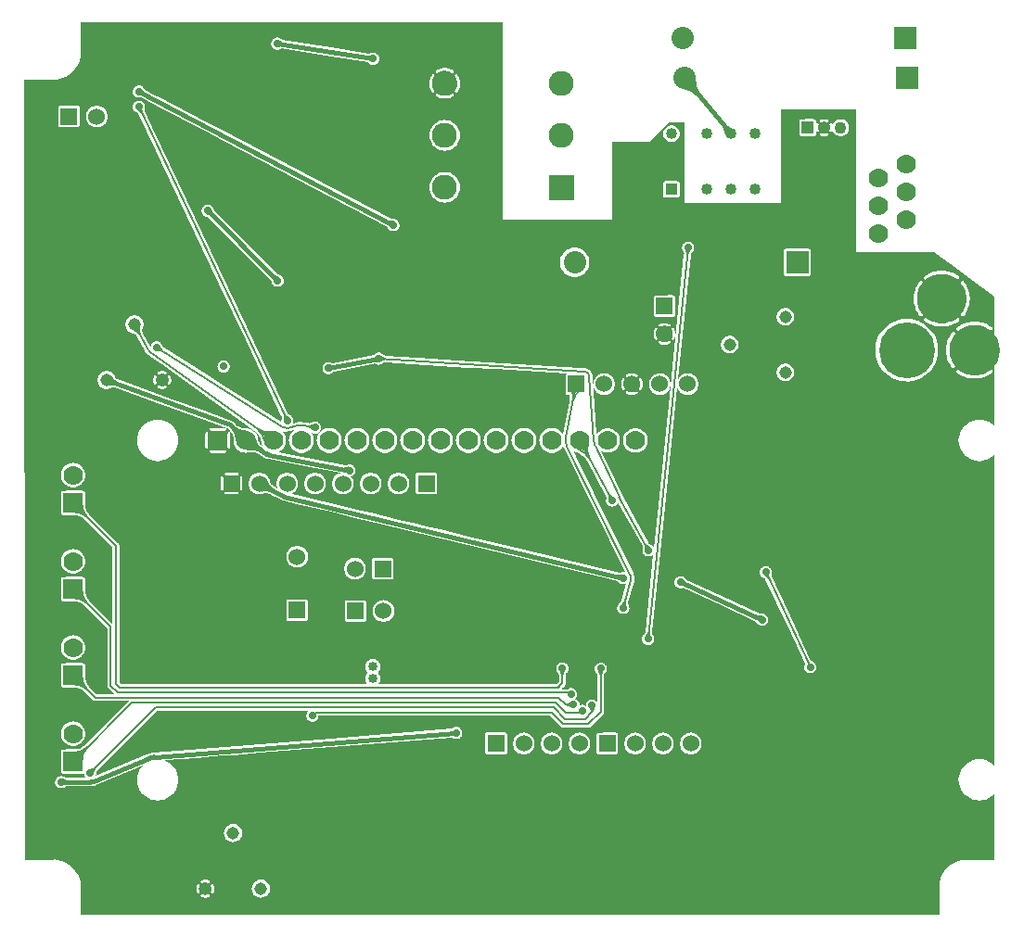
<source format=gbr>
G04 start of page 3 for group 1 idx 2 *
G04 Title: Balsamo, bot *
G04 Creator: pcb 1.99z *
G04 CreationDate: jue 24 oct 2013 15:42:48 GMT UTC *
G04 For: jalon *
G04 Format: Gerber/RS-274X *
G04 PCB-Dimensions (mil): 10000.00 10000.00 *
G04 PCB-Coordinate-Origin: lower left *
%MOIN*%
%FSLAX25Y25*%
%LNBOTTOM*%
%ADD90C,0.1181*%
%ADD89C,0.1142*%
%ADD88C,0.1378*%
%ADD87C,0.0236*%
%ADD86C,0.1280*%
%ADD85C,0.0157*%
%ADD84C,0.0320*%
%ADD83C,0.0394*%
%ADD82C,0.0250*%
%ADD81C,0.0300*%
%ADD80C,0.0500*%
%ADD79C,0.0200*%
%ADD78C,0.1380*%
%ADD77C,0.0984*%
%ADD76C,0.0120*%
%ADD75C,0.0280*%
%ADD74C,0.1811*%
%ADD73C,0.1772*%
%ADD72C,0.2008*%
%ADD71C,0.0433*%
%ADD70C,0.0335*%
%ADD69C,0.0450*%
%ADD68C,0.0700*%
%ADD67C,0.0800*%
%ADD66C,0.0400*%
%ADD65C,0.0900*%
%ADD64C,0.0600*%
%ADD63C,0.0150*%
%ADD62C,0.0080*%
%ADD61C,0.0001*%
G54D61*G36*
X478653Y725105D02*X478835Y724433D01*
X478971Y723667D01*
X479039Y722893D01*
Y722115D01*
X478971Y721341D01*
X478835Y720575D01*
X478653Y719902D01*
Y725105D01*
G37*
G36*
Y543958D02*X479304Y543403D01*
X480300Y542792D01*
X481379Y542345D01*
X482515Y542073D01*
X483680Y541981D01*
X484844Y542073D01*
X485980Y542345D01*
X487059Y542792D01*
X488055Y543403D01*
X488943Y544161D01*
X489015Y544246D01*
Y520723D01*
X479085D01*
X479000Y520730D01*
X478653Y520703D01*
Y543958D01*
G37*
G36*
Y666006D02*X479304Y665450D01*
X480300Y664840D01*
X481379Y664393D01*
X482515Y664120D01*
X483680Y664028D01*
X484844Y664120D01*
X485980Y664393D01*
X487059Y664840D01*
X488055Y665450D01*
X488943Y666209D01*
X489015Y666293D01*
Y554605D01*
X488943Y554689D01*
X488055Y555448D01*
X487059Y556058D01*
X485980Y556505D01*
X484844Y556778D01*
X483680Y556869D01*
X482515Y556778D01*
X481379Y556505D01*
X480300Y556058D01*
X479304Y555448D01*
X478653Y554892D01*
Y666006D01*
G37*
G36*
Y730886D02*X489015Y723223D01*
Y710006D01*
X489015Y710004D01*
X489011Y709908D01*
X489015Y709865D01*
Y676652D01*
X488943Y676736D01*
X488055Y677495D01*
X487059Y678105D01*
X485980Y678552D01*
X484844Y678825D01*
X483680Y678917D01*
X482515Y678825D01*
X481379Y678552D01*
X480300Y678105D01*
X479304Y677495D01*
X478653Y676939D01*
Y694304D01*
X478883Y694220D01*
X479756Y693983D01*
X480647Y693825D01*
X481548Y693745D01*
X482452D01*
X483353Y693825D01*
X484244Y693983D01*
X485117Y694220D01*
X485966Y694532D01*
X486784Y694918D01*
X487565Y695374D01*
X488303Y695898D01*
X488374Y695962D01*
X488434Y696037D01*
X488481Y696120D01*
X488515Y696210D01*
X488534Y696303D01*
X488539Y696399D01*
X488528Y696494D01*
X488502Y696587D01*
X488463Y696674D01*
X488410Y696754D01*
X488346Y696825D01*
X488271Y696885D01*
X488187Y696932D01*
X488098Y696966D01*
X488004Y696985D01*
X487908Y696989D01*
X487813Y696979D01*
X487721Y696953D01*
X487633Y696914D01*
X487554Y696860D01*
X486909Y696391D01*
X486220Y695988D01*
X485498Y695648D01*
X484750Y695372D01*
X483979Y695164D01*
X483194Y695024D01*
X482399Y694954D01*
X481601D01*
X480806Y695024D01*
X480021Y695164D01*
X479250Y695372D01*
X478653Y695592D01*
Y712408D01*
X479250Y712628D01*
X480021Y712836D01*
X480806Y712976D01*
X481601Y713046D01*
X482399D01*
X483194Y712976D01*
X483979Y712836D01*
X484750Y712628D01*
X485498Y712352D01*
X486220Y712012D01*
X486909Y711609D01*
X487560Y711147D01*
X487638Y711094D01*
X487724Y711055D01*
X487815Y711030D01*
X487908Y711019D01*
X488003Y711024D01*
X488095Y711043D01*
X488184Y711076D01*
X488266Y711123D01*
X488340Y711182D01*
X488403Y711251D01*
X488455Y711330D01*
X488494Y711416D01*
X488519Y711507D01*
X488530Y711601D01*
X488525Y711695D01*
X488506Y711788D01*
X488473Y711876D01*
X488426Y711958D01*
X488367Y712032D01*
X488297Y712094D01*
X487565Y712626D01*
X486784Y713082D01*
X485966Y713468D01*
X485117Y713780D01*
X484244Y714017D01*
X483353Y714175D01*
X482452Y714255D01*
X481548D01*
X480647Y714175D01*
X479756Y714017D01*
X478883Y713780D01*
X478653Y713696D01*
Y717054D01*
X478661Y717065D01*
X479106Y717829D01*
X479481Y718629D01*
X479785Y719458D01*
X480015Y720312D01*
X480170Y721182D01*
X480247Y722062D01*
Y722946D01*
X480170Y723826D01*
X480015Y724696D01*
X479785Y725549D01*
X479481Y726379D01*
X479106Y727179D01*
X478661Y727943D01*
X478653Y727954D01*
Y730886D01*
G37*
G36*
X473367Y734796D02*X478653Y730886D01*
Y727954D01*
X478152Y728665D01*
X478088Y728736D01*
X478013Y728796D01*
X477930Y728844D01*
X477840Y728878D01*
X477747Y728897D01*
X477651Y728902D01*
X477556Y728892D01*
X477463Y728867D01*
X477376Y728827D01*
X477296Y728775D01*
X477225Y728710D01*
X477165Y728636D01*
X477117Y728553D01*
X477084Y728463D01*
X477064Y728369D01*
X477059Y728273D01*
X477070Y728178D01*
X477095Y728086D01*
X477134Y727999D01*
X477188Y727920D01*
X477643Y727290D01*
X478034Y726617D01*
X478365Y725914D01*
X478632Y725184D01*
X478653Y725105D01*
Y719902D01*
X478632Y719824D01*
X478365Y719094D01*
X478034Y718390D01*
X477643Y717718D01*
X477195Y717083D01*
X477142Y717005D01*
X477103Y716919D01*
X477078Y716828D01*
X477068Y716734D01*
X477072Y716640D01*
X477092Y716547D01*
X477125Y716459D01*
X477172Y716377D01*
X477231Y716303D01*
X477301Y716240D01*
X477380Y716188D01*
X477466Y716149D01*
X477557Y716125D01*
X477651Y716114D01*
X477746Y716119D01*
X477838Y716138D01*
X477926Y716172D01*
X478008Y716219D01*
X478082Y716278D01*
X478144Y716349D01*
X478653Y717054D01*
Y713696D01*
X478034Y713468D01*
X477216Y713082D01*
X476435Y712626D01*
X475697Y712102D01*
X475626Y712038D01*
X475566Y711963D01*
X475519Y711880D01*
X475485Y711790D01*
X475466Y711697D01*
X475461Y711601D01*
X475472Y711506D01*
X475498Y711413D01*
X475537Y711326D01*
X475590Y711246D01*
X475654Y711175D01*
X475729Y711115D01*
X475813Y711068D01*
X475902Y711034D01*
X475996Y711015D01*
X476092Y711011D01*
X476187Y711021D01*
X476279Y711047D01*
X476367Y711086D01*
X476446Y711140D01*
X477091Y711609D01*
X477780Y712012D01*
X478502Y712352D01*
X478653Y712408D01*
Y695592D01*
X478502Y695648D01*
X477780Y695988D01*
X477091Y696391D01*
X476440Y696853D01*
X476362Y696906D01*
X476276Y696945D01*
X476185Y696970D01*
X476092Y696981D01*
X475997Y696976D01*
X475905Y696957D01*
X475816Y696924D01*
X475734Y696877D01*
X475660Y696818D01*
X475597Y696749D01*
X475545Y696670D01*
X475506Y696584D01*
X475481Y696493D01*
X475470Y696399D01*
X475475Y696305D01*
X475494Y696212D01*
X475527Y696124D01*
X475574Y696042D01*
X475633Y695968D01*
X475703Y695906D01*
X476435Y695374D01*
X477216Y694918D01*
X478034Y694532D01*
X478653Y694304D01*
Y676939D01*
X478416Y676736D01*
X477657Y675848D01*
X477047Y674852D01*
X476600Y673773D01*
X476327Y672637D01*
X476235Y671472D01*
X476327Y670308D01*
X476600Y669172D01*
X477047Y668093D01*
X477657Y667097D01*
X478416Y666209D01*
X478653Y666006D01*
Y554892D01*
X478416Y554689D01*
X477657Y553801D01*
X477047Y552805D01*
X476600Y551726D01*
X476327Y550590D01*
X476235Y549425D01*
X476327Y548261D01*
X476600Y547125D01*
X477047Y546046D01*
X477657Y545050D01*
X478416Y544161D01*
X478653Y543958D01*
Y520703D01*
X477478Y520610D01*
X475993Y520254D01*
X474583Y519669D01*
X473367Y518925D01*
Y698447D01*
X473374Y698435D01*
X473898Y697697D01*
X473962Y697626D01*
X474037Y697566D01*
X474120Y697519D01*
X474210Y697485D01*
X474303Y697466D01*
X474399Y697461D01*
X474494Y697472D01*
X474587Y697498D01*
X474674Y697537D01*
X474754Y697590D01*
X474825Y697654D01*
X474885Y697729D01*
X474932Y697813D01*
X474966Y697902D01*
X474985Y697996D01*
X474989Y698092D01*
X474979Y698187D01*
X474953Y698279D01*
X474914Y698367D01*
X474860Y698446D01*
X474391Y699091D01*
X473988Y699780D01*
X473648Y700502D01*
X473372Y701250D01*
X473367Y701270D01*
Y706730D01*
X473372Y706750D01*
X473648Y707498D01*
X473988Y708220D01*
X474391Y708909D01*
X474853Y709560D01*
X474906Y709638D01*
X474945Y709724D01*
X474970Y709815D01*
X474981Y709908D01*
X474976Y710003D01*
X474957Y710095D01*
X474924Y710184D01*
X474877Y710266D01*
X474818Y710340D01*
X474749Y710403D01*
X474670Y710455D01*
X474584Y710494D01*
X474493Y710519D01*
X474399Y710530D01*
X474305Y710525D01*
X474212Y710506D01*
X474124Y710473D01*
X474042Y710426D01*
X473968Y710367D01*
X473906Y710297D01*
X473374Y709565D01*
X473367Y709553D01*
Y712956D01*
X474064Y713212D01*
X474864Y713587D01*
X475628Y714032D01*
X476350Y714541D01*
X476421Y714605D01*
X476481Y714680D01*
X476529Y714763D01*
X476563Y714852D01*
X476582Y714946D01*
X476587Y715042D01*
X476577Y715137D01*
X476552Y715230D01*
X476512Y715317D01*
X476460Y715397D01*
X476395Y715468D01*
X476321Y715528D01*
X476238Y715575D01*
X476148Y715609D01*
X476054Y715629D01*
X475959Y715634D01*
X475863Y715623D01*
X475771Y715598D01*
X475684Y715559D01*
X475605Y715505D01*
X474975Y715050D01*
X474302Y714659D01*
X473599Y714328D01*
X473367Y714243D01*
Y730765D01*
X473599Y730680D01*
X474302Y730349D01*
X474975Y729958D01*
X475610Y729510D01*
X475688Y729457D01*
X475774Y729418D01*
X475865Y729393D01*
X475959Y729383D01*
X476053Y729387D01*
X476146Y729407D01*
X476234Y729440D01*
X476316Y729487D01*
X476389Y729546D01*
X476453Y729616D01*
X476505Y729695D01*
X476543Y729781D01*
X476568Y729872D01*
X476579Y729966D01*
X476574Y730061D01*
X476555Y730153D01*
X476521Y730241D01*
X476474Y730323D01*
X476415Y730397D01*
X476344Y730459D01*
X475628Y730976D01*
X474864Y731421D01*
X474064Y731796D01*
X473367Y732052D01*
Y734796D01*
G37*
G36*
Y701270D02*X473164Y702021D01*
X473024Y702806D01*
X472954Y703601D01*
Y704399D01*
X473024Y705194D01*
X473164Y705979D01*
X473367Y706730D01*
Y701270D01*
G37*
G36*
Y714243D02*X472869Y714061D01*
X472118Y713858D01*
X471352Y713722D01*
X470578Y713654D01*
X470193D01*
Y731354D01*
X470578D01*
X471352Y731285D01*
X472118Y731150D01*
X472869Y730947D01*
X473367Y730765D01*
Y714243D01*
G37*
G36*
Y518925D02*X473281Y518872D01*
X472120Y517880D01*
X471128Y516719D01*
X470331Y515417D01*
X470193Y515086D01*
Y712446D01*
X470631D01*
X471511Y712523D01*
X472381Y712678D01*
X473235Y712908D01*
X473367Y712956D01*
Y709553D01*
X472918Y708784D01*
X472532Y707966D01*
X472220Y707117D01*
X471983Y706244D01*
X471825Y705353D01*
X471745Y704452D01*
Y703548D01*
X471825Y702647D01*
X471983Y701756D01*
X472220Y700883D01*
X472532Y700034D01*
X472918Y699216D01*
X473367Y698447D01*
Y518925D01*
G37*
G36*
X470193Y737143D02*X473367Y734796D01*
Y732052D01*
X473235Y732100D01*
X472381Y732330D01*
X471511Y732485D01*
X470631Y732562D01*
X470193D01*
Y737143D01*
G37*
G36*
X461725Y739123D02*X467515D01*
X470193Y737143D01*
Y732562D01*
X469747D01*
X468867Y732485D01*
X467997Y732330D01*
X467143Y732100D01*
X466314Y731796D01*
X465514Y731421D01*
X464750Y730976D01*
X464028Y730467D01*
X463957Y730403D01*
X463897Y730328D01*
X463849Y730245D01*
X463815Y730155D01*
X463795Y730062D01*
X463791Y729966D01*
X463801Y729871D01*
X463826Y729778D01*
X463866Y729691D01*
X463918Y729611D01*
X463983Y729540D01*
X464057Y729480D01*
X464140Y729432D01*
X464230Y729398D01*
X464324Y729379D01*
X464419Y729374D01*
X464515Y729385D01*
X464607Y729410D01*
X464694Y729449D01*
X464773Y729503D01*
X465403Y729958D01*
X466076Y730349D01*
X466779Y730680D01*
X467509Y730947D01*
X468260Y731150D01*
X469026Y731285D01*
X469800Y731354D01*
X470193D01*
Y713654D01*
X469800D01*
X469026Y713722D01*
X468260Y713858D01*
X467509Y714061D01*
X466779Y714328D01*
X466076Y714659D01*
X465403Y715050D01*
X464768Y715498D01*
X464690Y715551D01*
X464604Y715590D01*
X464513Y715615D01*
X464419Y715625D01*
X464325Y715620D01*
X464232Y715601D01*
X464144Y715568D01*
X464062Y715521D01*
X463988Y715462D01*
X463925Y715392D01*
X463873Y715313D01*
X463834Y715227D01*
X463810Y715135D01*
X463799Y715042D01*
X463804Y714947D01*
X463823Y714855D01*
X463857Y714767D01*
X463904Y714685D01*
X463963Y714611D01*
X464034Y714549D01*
X464750Y714032D01*
X465514Y713587D01*
X466314Y713212D01*
X467143Y712908D01*
X467997Y712678D01*
X468867Y712523D01*
X469747Y712446D01*
X470193D01*
Y515086D01*
X469746Y514007D01*
X469390Y512522D01*
X469270Y511000D01*
X469315Y510425D01*
Y500923D01*
X461725D01*
Y693547D01*
X462709Y693955D01*
X464217Y694879D01*
X465562Y696028D01*
X466711Y697373D01*
X467636Y698882D01*
X468313Y700516D01*
X468726Y702236D01*
X468830Y704000D01*
X468726Y705764D01*
X468313Y707484D01*
X467636Y709118D01*
X466711Y710627D01*
X465562Y711972D01*
X464217Y713121D01*
X462709Y714045D01*
X461725Y714453D01*
Y717054D01*
X462226Y716343D01*
X462290Y716271D01*
X462365Y716211D01*
X462448Y716164D01*
X462537Y716130D01*
X462631Y716110D01*
X462727Y716106D01*
X462822Y716116D01*
X462915Y716141D01*
X463002Y716181D01*
X463082Y716233D01*
X463153Y716298D01*
X463213Y716372D01*
X463260Y716455D01*
X463294Y716545D01*
X463314Y716639D01*
X463319Y716734D01*
X463308Y716830D01*
X463283Y716922D01*
X463244Y717009D01*
X463190Y717088D01*
X462735Y717718D01*
X462344Y718390D01*
X462013Y719094D01*
X461746Y719824D01*
X461725Y719902D01*
Y725105D01*
X461746Y725184D01*
X462013Y725914D01*
X462344Y726617D01*
X462735Y727290D01*
X463183Y727925D01*
X463236Y728003D01*
X463275Y728089D01*
X463300Y728180D01*
X463310Y728274D01*
X463305Y728368D01*
X463286Y728461D01*
X463253Y728549D01*
X463206Y728631D01*
X463147Y728704D01*
X463077Y728768D01*
X462998Y728820D01*
X462912Y728858D01*
X462821Y728883D01*
X462727Y728894D01*
X462632Y728889D01*
X462540Y728870D01*
X462452Y728836D01*
X462370Y728789D01*
X462296Y728730D01*
X462234Y728659D01*
X461725Y727954D01*
Y739123D01*
G37*
G36*
Y719902D02*X461543Y720575D01*
X461407Y721341D01*
X461339Y722115D01*
Y722893D01*
X461407Y723667D01*
X461543Y724433D01*
X461725Y725105D01*
Y719902D01*
G37*
G36*
Y500923D02*X457573D01*
Y692727D01*
X457591Y692726D01*
X459354Y692865D01*
X461074Y693278D01*
X461725Y693547D01*
Y500923D01*
G37*
G36*
X457573Y739123D02*X461725D01*
Y727954D01*
X461717Y727943D01*
X461272Y727179D01*
X460897Y726379D01*
X460593Y725549D01*
X460363Y724696D01*
X460208Y723826D01*
X460131Y722946D01*
Y722062D01*
X460208Y721182D01*
X460363Y720312D01*
X460593Y719458D01*
X460897Y718629D01*
X461272Y717829D01*
X461717Y717065D01*
X461725Y717054D01*
Y714453D01*
X461074Y714722D01*
X459354Y715135D01*
X457591Y715274D01*
X457573Y715273D01*
Y739123D01*
G37*
G36*
X433347Y790523D02*X439515D01*
Y739123D01*
X457573D01*
Y715273D01*
X455827Y715135D01*
X454107Y714722D01*
X452472Y714045D01*
X450964Y713121D01*
X449619Y711972D01*
X448470Y710627D01*
X447545Y709118D01*
X446868Y707484D01*
X446455Y705764D01*
X446317Y704000D01*
X446455Y702236D01*
X446868Y700516D01*
X447545Y698882D01*
X448470Y697373D01*
X449619Y696028D01*
X450964Y694879D01*
X452472Y693955D01*
X454107Y693278D01*
X455827Y692865D01*
X457573Y692727D01*
Y500923D01*
X433347D01*
Y780962D01*
X433811Y780925D01*
X434292Y780963D01*
X434761Y781076D01*
X435207Y781260D01*
X435618Y781512D01*
X435985Y781826D01*
X436299Y782193D01*
X436551Y782604D01*
X436735Y783050D01*
X436848Y783519D01*
X436876Y784000D01*
X436848Y784481D01*
X436735Y784950D01*
X436551Y785396D01*
X436299Y785807D01*
X435985Y786174D01*
X435618Y786488D01*
X435207Y786740D01*
X434761Y786924D01*
X434292Y787037D01*
X433811Y787075D01*
X433347Y787038D01*
Y790523D01*
G37*
G36*
X427907D02*X433347D01*
Y787038D01*
X433330Y787037D01*
X432861Y786924D01*
X432415Y786740D01*
X432004Y786488D01*
X431637Y786174D01*
X431323Y785807D01*
X431071Y785396D01*
X430887Y784950D01*
X430858Y784831D01*
X430785Y785061D01*
X430680Y785310D01*
X430645Y785372D01*
X430600Y785428D01*
X430548Y785476D01*
X430488Y785515D01*
X430423Y785544D01*
X430355Y785563D01*
X430284Y785570D01*
X430213Y785567D01*
X430143Y785552D01*
X430077Y785527D01*
X430015Y785492D01*
X429959Y785447D01*
X429912Y785394D01*
X429873Y785335D01*
X429843Y785270D01*
X429825Y785201D01*
X429817Y785131D01*
X429820Y785060D01*
X429835Y784990D01*
X429862Y784924D01*
X429937Y784749D01*
X429995Y784567D01*
X430037Y784380D01*
X430062Y784191D01*
X430071Y784000D01*
X430062Y783809D01*
X430037Y783620D01*
X429995Y783433D01*
X429937Y783251D01*
X429863Y783075D01*
X429837Y783010D01*
X429823Y782940D01*
X429819Y782869D01*
X429827Y782799D01*
X429845Y782731D01*
X429874Y782666D01*
X429913Y782607D01*
X429961Y782554D01*
X430016Y782510D01*
X430078Y782475D01*
X430144Y782450D01*
X430213Y782435D01*
X430284Y782432D01*
X430354Y782439D01*
X430423Y782458D01*
X430487Y782487D01*
X430546Y782526D01*
X430599Y782574D01*
X430643Y782629D01*
X430677Y782691D01*
X430785Y782939D01*
X430858Y783169D01*
X430887Y783050D01*
X431071Y782604D01*
X431323Y782193D01*
X431637Y781826D01*
X432004Y781512D01*
X432415Y781260D01*
X432861Y781076D01*
X433330Y780963D01*
X433347Y780962D01*
Y500923D01*
X427907D01*
Y780932D01*
X428176Y780944D01*
X428444Y780979D01*
X428708Y781039D01*
X428966Y781121D01*
X429216Y781226D01*
X429278Y781260D01*
X429333Y781305D01*
X429381Y781358D01*
X429420Y781417D01*
X429449Y781482D01*
X429468Y781551D01*
X429476Y781622D01*
X429472Y781693D01*
X429458Y781762D01*
X429433Y781829D01*
X429397Y781891D01*
X429353Y781946D01*
X429300Y781994D01*
X429240Y782033D01*
X429176Y782062D01*
X429107Y782081D01*
X429036Y782088D01*
X428965Y782085D01*
X428895Y782070D01*
X428829Y782044D01*
X428654Y781968D01*
X428472Y781910D01*
X428286Y781868D01*
X428096Y781843D01*
X427907Y781835D01*
Y786165D01*
X428096Y786157D01*
X428286Y786132D01*
X428472Y786090D01*
X428654Y786032D01*
X428830Y785958D01*
X428896Y785932D01*
X428965Y785917D01*
X429036Y785914D01*
X429106Y785921D01*
X429175Y785940D01*
X429239Y785969D01*
X429299Y786008D01*
X429351Y786055D01*
X429395Y786111D01*
X429431Y786172D01*
X429456Y786238D01*
X429470Y786308D01*
X429474Y786378D01*
X429466Y786449D01*
X429447Y786517D01*
X429418Y786582D01*
X429380Y786641D01*
X429332Y786693D01*
X429277Y786738D01*
X429215Y786772D01*
X428966Y786879D01*
X428708Y786961D01*
X428444Y787021D01*
X428176Y787056D01*
X427907Y787068D01*
Y790523D01*
G37*
G36*
X422464D02*X427907D01*
Y787068D01*
X427906Y787068D01*
X427635Y787056D01*
X427367Y787021D01*
X427103Y786961D01*
X426845Y786879D01*
X426595Y786774D01*
X426533Y786740D01*
X426478Y786695D01*
X426430Y786642D01*
X426391Y786583D01*
X426362Y786518D01*
X426343Y786449D01*
X426335Y786378D01*
X426339Y786307D01*
X426353Y786238D01*
X426378Y786171D01*
X426414Y786109D01*
X426458Y786054D01*
X426511Y786006D01*
X426571Y785967D01*
X426636Y785938D01*
X426704Y785919D01*
X426775Y785912D01*
X426846Y785915D01*
X426916Y785930D01*
X426982Y785956D01*
X427157Y786032D01*
X427339Y786090D01*
X427525Y786132D01*
X427715Y786157D01*
X427906Y786165D01*
X427907Y786165D01*
Y781835D01*
X427906Y781835D01*
X427715Y781843D01*
X427525Y781868D01*
X427339Y781910D01*
X427157Y781968D01*
X426981Y782042D01*
X426915Y782068D01*
X426846Y782083D01*
X426775Y782086D01*
X426705Y782079D01*
X426636Y782060D01*
X426572Y782031D01*
X426512Y781992D01*
X426460Y781945D01*
X426416Y781889D01*
X426380Y781828D01*
X426355Y781762D01*
X426341Y781692D01*
X426337Y781622D01*
X426345Y781551D01*
X426364Y781483D01*
X426393Y781418D01*
X426431Y781359D01*
X426479Y781307D01*
X426534Y781262D01*
X426596Y781228D01*
X426845Y781121D01*
X427103Y781039D01*
X427367Y780979D01*
X427635Y780944D01*
X427906Y780932D01*
X427907Y780932D01*
Y500923D01*
X422464D01*
Y587869D01*
X422570Y587844D01*
X422915Y587816D01*
X423261Y587844D01*
X423597Y587924D01*
X423917Y588057D01*
X424212Y588238D01*
X424476Y588463D01*
X424701Y588726D01*
X424882Y589021D01*
X425014Y589341D01*
X425095Y589678D01*
X425115Y590023D01*
X425095Y590368D01*
X425014Y590705D01*
X424882Y591025D01*
X424701Y591320D01*
X424476Y591584D01*
X424212Y591809D01*
X423917Y591989D01*
X423597Y592122D01*
X423261Y592203D01*
X423170Y592210D01*
X422464Y593719D01*
Y730675D01*
X422537Y730693D01*
X422668Y730747D01*
X422789Y730821D01*
X422897Y730913D01*
X422989Y731021D01*
X423063Y731141D01*
X423117Y731272D01*
X423150Y731410D01*
X423158Y731551D01*
X423150Y739692D01*
X423117Y739830D01*
X423063Y739961D01*
X422989Y740082D01*
X422897Y740190D01*
X422789Y740282D01*
X422668Y740356D01*
X422537Y740410D01*
X422464Y740427D01*
Y780940D01*
X424307Y780943D01*
X424444Y780976D01*
X424575Y781030D01*
X424696Y781104D01*
X424804Y781196D01*
X424896Y781304D01*
X424970Y781425D01*
X425024Y781556D01*
X425057Y781693D01*
X425065Y781835D01*
X425063Y782851D01*
X425131Y782690D01*
X425166Y782628D01*
X425211Y782572D01*
X425263Y782524D01*
X425323Y782485D01*
X425388Y782456D01*
X425456Y782437D01*
X425527Y782430D01*
X425598Y782433D01*
X425668Y782448D01*
X425734Y782473D01*
X425796Y782508D01*
X425852Y782553D01*
X425899Y782606D01*
X425938Y782665D01*
X425968Y782730D01*
X425986Y782799D01*
X425994Y782869D01*
X425991Y782940D01*
X425976Y783010D01*
X425949Y783076D01*
X425874Y783251D01*
X425816Y783433D01*
X425774Y783620D01*
X425749Y783809D01*
X425740Y784000D01*
X425749Y784191D01*
X425774Y784380D01*
X425816Y784567D01*
X425874Y784749D01*
X425948Y784925D01*
X425974Y784990D01*
X425988Y785060D01*
X425992Y785131D01*
X425984Y785201D01*
X425966Y785269D01*
X425937Y785334D01*
X425898Y785393D01*
X425850Y785446D01*
X425795Y785490D01*
X425733Y785525D01*
X425667Y785550D01*
X425598Y785565D01*
X425527Y785568D01*
X425457Y785561D01*
X425388Y785542D01*
X425324Y785513D01*
X425265Y785474D01*
X425212Y785426D01*
X425168Y785371D01*
X425134Y785309D01*
X425059Y785137D01*
X425057Y786307D01*
X425024Y786444D01*
X424970Y786575D01*
X424896Y786696D01*
X424804Y786804D01*
X424696Y786896D01*
X424575Y786970D01*
X424444Y787024D01*
X424307Y787057D01*
X424165Y787065D01*
X422464Y787062D01*
Y790523D01*
G37*
G36*
Y593719D02*X414912Y609862D01*
Y692979D01*
X414976Y692995D01*
X415434Y693185D01*
X415857Y693444D01*
X416234Y693766D01*
X416556Y694143D01*
X416815Y694566D01*
X417005Y695024D01*
X417121Y695506D01*
X417150Y696000D01*
X417121Y696494D01*
X417005Y696976D01*
X416815Y697434D01*
X416556Y697857D01*
X416234Y698234D01*
X415857Y698556D01*
X415434Y698815D01*
X414976Y699005D01*
X414912Y699021D01*
Y712979D01*
X414976Y712995D01*
X415434Y713185D01*
X415857Y713444D01*
X416234Y713766D01*
X416556Y714143D01*
X416815Y714566D01*
X417005Y715024D01*
X417121Y715506D01*
X417150Y716000D01*
X417121Y716494D01*
X417005Y716976D01*
X416815Y717434D01*
X416556Y717857D01*
X416234Y718234D01*
X415857Y718556D01*
X415434Y718815D01*
X414976Y719005D01*
X414912Y719021D01*
Y730652D01*
X422399Y730660D01*
X422464Y730675D01*
Y593719D01*
G37*
G36*
Y500923D02*X414912D01*
Y604199D01*
X421021Y591142D01*
X420949Y591025D01*
X420817Y590705D01*
X420736Y590368D01*
X420709Y590023D01*
X420736Y589678D01*
X420817Y589341D01*
X420949Y589021D01*
X421130Y588726D01*
X421355Y588463D01*
X421618Y588238D01*
X421913Y588057D01*
X422233Y587924D01*
X422464Y587869D01*
Y500923D01*
G37*
G36*
X414912Y790523D02*X422464D01*
Y787062D01*
X419693Y787057D01*
X419556Y787024D01*
X419425Y786970D01*
X419304Y786896D01*
X419196Y786804D01*
X419104Y786696D01*
X419030Y786575D01*
X418976Y786444D01*
X418943Y786307D01*
X418935Y786165D01*
X418943Y781693D01*
X418976Y781556D01*
X419030Y781425D01*
X419104Y781304D01*
X419196Y781196D01*
X419304Y781104D01*
X419425Y781030D01*
X419556Y780976D01*
X419693Y780943D01*
X419835Y780935D01*
X422464Y780940D01*
Y740427D01*
X422399Y740443D01*
X422258Y740451D01*
X414912Y740444D01*
Y790523D01*
G37*
G36*
X390950Y757023D02*X412515D01*
Y790523D01*
X414912D01*
Y740444D01*
X414117Y740443D01*
X413979Y740410D01*
X413848Y740356D01*
X413728Y740282D01*
X413620Y740190D01*
X413528Y740082D01*
X413454Y739961D01*
X413400Y739830D01*
X413367Y739692D01*
X413358Y739551D01*
X413367Y731410D01*
X413400Y731272D01*
X413454Y731141D01*
X413528Y731021D01*
X413620Y730913D01*
X413728Y730821D01*
X413848Y730747D01*
X413979Y730693D01*
X414117Y730660D01*
X414258Y730651D01*
X414912Y730652D01*
Y719021D01*
X414494Y719121D01*
X414000Y719160D01*
X413506Y719121D01*
X413024Y719005D01*
X412566Y718815D01*
X412143Y718556D01*
X411766Y718234D01*
X411444Y717857D01*
X411185Y717434D01*
X410995Y716976D01*
X410879Y716494D01*
X410840Y716000D01*
X410879Y715506D01*
X410995Y715024D01*
X411185Y714566D01*
X411444Y714143D01*
X411766Y713766D01*
X412143Y713444D01*
X412566Y713185D01*
X413024Y712995D01*
X413506Y712879D01*
X414000Y712840D01*
X414494Y712879D01*
X414912Y712979D01*
Y699021D01*
X414494Y699121D01*
X414000Y699160D01*
X413506Y699121D01*
X413024Y699005D01*
X412566Y698815D01*
X412143Y698556D01*
X411766Y698234D01*
X411444Y697857D01*
X411185Y697434D01*
X410995Y696976D01*
X410879Y696494D01*
X410840Y696000D01*
X410879Y695506D01*
X410995Y695024D01*
X411185Y694566D01*
X411444Y694143D01*
X411766Y693766D01*
X412143Y693444D01*
X412566Y693185D01*
X413024Y692995D01*
X413506Y692879D01*
X414000Y692840D01*
X414494Y692879D01*
X414912Y692979D01*
Y609862D01*
X409035Y622425D01*
X409026Y622447D01*
X408984Y622545D01*
X408952Y622646D01*
X408929Y622749D01*
X408916Y622854D01*
X408911Y622960D01*
X408916Y623066D01*
X408929Y623171D01*
X408952Y623274D01*
X408976Y623350D01*
X409014Y623441D01*
X409095Y623778D01*
X409115Y624123D01*
X409095Y624468D01*
X409014Y624805D01*
X408882Y625125D01*
X408701Y625420D01*
X408476Y625684D01*
X408212Y625909D01*
X407917Y626089D01*
X407597Y626222D01*
X407261Y626303D01*
X406915Y626330D01*
X406570Y626303D01*
X406233Y626222D01*
X405913Y626089D01*
X405618Y625909D01*
X405355Y625684D01*
X405130Y625420D01*
X404949Y625125D01*
X404817Y624805D01*
X404736Y624468D01*
X404709Y624123D01*
X404736Y623778D01*
X404817Y623441D01*
X404949Y623121D01*
X405130Y622826D01*
X405355Y622563D01*
X405618Y622338D01*
X405913Y622157D01*
X406233Y622024D01*
X406245Y622022D01*
X406265Y622014D01*
X406359Y621965D01*
X406448Y621908D01*
X406532Y621844D01*
X406610Y621772D01*
X406682Y621694D01*
X406746Y621610D01*
X406803Y621520D01*
X406835Y621460D01*
X406847Y621431D01*
X406868Y621392D01*
X414912Y604199D01*
Y500923D01*
X390950D01*
Y612080D01*
X403515Y606296D01*
X403518Y606295D01*
X403519Y606294D01*
X403521Y606293D01*
X403522Y606292D01*
X403523Y606291D01*
X403524Y606290D01*
X403626Y606045D01*
X403807Y605749D01*
X404032Y605486D01*
X404295Y605261D01*
X404590Y605080D01*
X404910Y604948D01*
X405247Y604867D01*
X405592Y604840D01*
X405937Y604867D01*
X406274Y604948D01*
X406594Y605080D01*
X406889Y605261D01*
X407153Y605486D01*
X407377Y605749D01*
X407558Y606045D01*
X407691Y606365D01*
X407772Y606701D01*
X407792Y607046D01*
X407772Y607392D01*
X407691Y607728D01*
X407558Y608048D01*
X407377Y608344D01*
X407153Y608607D01*
X406889Y608832D01*
X406594Y609013D01*
X406274Y609145D01*
X405937Y609226D01*
X405592Y609253D01*
X405247Y609226D01*
X405081Y609186D01*
X405062Y609184D01*
X405036Y609175D01*
X404910Y609145D01*
X404822Y609109D01*
X404822Y609109D01*
X404780Y609129D01*
X404751Y609140D01*
X390950Y615493D01*
Y705209D01*
X390995Y705024D01*
X391185Y704566D01*
X391444Y704143D01*
X391766Y703766D01*
X392143Y703444D01*
X392566Y703185D01*
X393024Y702995D01*
X393506Y702879D01*
X394000Y702840D01*
X394494Y702879D01*
X394976Y702995D01*
X395434Y703185D01*
X395857Y703444D01*
X396234Y703766D01*
X396556Y704143D01*
X396815Y704566D01*
X397005Y705024D01*
X397121Y705506D01*
X397150Y706000D01*
X397121Y706494D01*
X397005Y706976D01*
X396815Y707434D01*
X396556Y707857D01*
X396234Y708234D01*
X395857Y708556D01*
X395434Y708815D01*
X394976Y709005D01*
X394494Y709121D01*
X394000Y709160D01*
X393506Y709121D01*
X393024Y709005D01*
X392566Y708815D01*
X392143Y708556D01*
X391766Y708234D01*
X391444Y707857D01*
X391185Y707434D01*
X390995Y706976D01*
X390950Y706791D01*
Y757023D01*
G37*
G36*
X320051Y696466D02*X335366Y695513D01*
X335311Y695479D01*
X335203Y695387D01*
X335111Y695279D01*
X335037Y695159D01*
X334983Y695028D01*
X334950Y694890D01*
X334942Y694749D01*
X334950Y688608D01*
X334983Y688470D01*
X335037Y688339D01*
X335111Y688218D01*
X335203Y688110D01*
X335311Y688018D01*
X335432Y687944D01*
X335563Y687890D01*
X335701Y687857D01*
X335842Y687849D01*
X336442Y687850D01*
X336507Y687495D01*
X336550Y687054D01*
X336554Y686611D01*
X336519Y686170D01*
X336446Y685733D01*
X336443Y685713D01*
X334070Y673537D01*
X333709Y674126D01*
X333249Y674664D01*
X332711Y675124D01*
X332107Y675494D01*
X331452Y675765D01*
X330764Y675931D01*
X330057Y675986D01*
X329351Y675931D01*
X328663Y675765D01*
X328008Y675494D01*
X327404Y675124D01*
X326866Y674664D01*
X326406Y674126D01*
X326036Y673522D01*
X325765Y672867D01*
X325599Y672179D01*
X325544Y671472D01*
X325599Y670766D01*
X325765Y670078D01*
X326036Y669423D01*
X326406Y668819D01*
X326866Y668281D01*
X327404Y667821D01*
X328008Y667451D01*
X328663Y667179D01*
X329351Y667014D01*
X330057Y666959D01*
X330764Y667014D01*
X331452Y667179D01*
X332107Y667451D01*
X332711Y667821D01*
X333249Y668281D01*
X333709Y668819D01*
X334079Y669423D01*
X334150Y669595D01*
X334216Y669392D01*
X334447Y668859D01*
X334495Y668775D01*
X356483Y624087D01*
X356397Y624122D01*
X356061Y624203D01*
X355715Y624230D01*
X355370Y624203D01*
X355033Y624122D01*
X354713Y623989D01*
X354566Y623899D01*
X354564Y623898D01*
X354563Y623898D01*
X354561Y623897D01*
X354561Y623897D01*
X354525Y623907D01*
X354489Y623913D01*
X320051Y632206D01*
Y666959D01*
X320057Y666959D01*
X320764Y667014D01*
X321452Y667179D01*
X322107Y667451D01*
X322711Y667821D01*
X323249Y668281D01*
X323709Y668819D01*
X324079Y669423D01*
X324350Y670078D01*
X324516Y670766D01*
X324557Y671472D01*
X324516Y672179D01*
X324350Y672867D01*
X324079Y673522D01*
X323709Y674126D01*
X323249Y674664D01*
X322711Y675124D01*
X322107Y675494D01*
X321452Y675765D01*
X320764Y675931D01*
X320057Y675986D01*
X320051Y675986D01*
Y696466D01*
G37*
G36*
X310051Y697089D02*X320051Y696466D01*
Y675986D01*
X319351Y675931D01*
X318663Y675765D01*
X318008Y675494D01*
X317404Y675124D01*
X316866Y674664D01*
X316406Y674126D01*
X316036Y673522D01*
X315765Y672867D01*
X315599Y672179D01*
X315544Y671472D01*
X315599Y670766D01*
X315765Y670078D01*
X316036Y669423D01*
X316406Y668819D01*
X316866Y668281D01*
X317404Y667821D01*
X318008Y667451D01*
X318663Y667179D01*
X319351Y667014D01*
X320051Y666959D01*
Y632206D01*
X310051Y634614D01*
Y666959D01*
X310057Y666959D01*
X310764Y667014D01*
X311452Y667179D01*
X312107Y667451D01*
X312711Y667821D01*
X313249Y668281D01*
X313709Y668819D01*
X314079Y669423D01*
X314350Y670078D01*
X314516Y670766D01*
X314557Y671472D01*
X314516Y672179D01*
X314350Y672867D01*
X314079Y673522D01*
X313709Y674126D01*
X313249Y674664D01*
X312711Y675124D01*
X312107Y675494D01*
X311452Y675765D01*
X310764Y675931D01*
X310057Y675986D01*
X310051Y675986D01*
Y697089D01*
G37*
G36*
X300051Y697711D02*X310051Y697089D01*
Y675986D01*
X309351Y675931D01*
X308663Y675765D01*
X308008Y675494D01*
X307404Y675124D01*
X306866Y674664D01*
X306406Y674126D01*
X306036Y673522D01*
X305765Y672867D01*
X305599Y672179D01*
X305544Y671472D01*
X305599Y670766D01*
X305765Y670078D01*
X306036Y669423D01*
X306406Y668819D01*
X306866Y668281D01*
X307404Y667821D01*
X308008Y667451D01*
X308663Y667179D01*
X309351Y667014D01*
X310051Y666959D01*
Y634614D01*
X300051Y637022D01*
Y666959D01*
X300057Y666959D01*
X300764Y667014D01*
X301452Y667179D01*
X302107Y667451D01*
X302711Y667821D01*
X303249Y668281D01*
X303709Y668819D01*
X304079Y669423D01*
X304350Y670078D01*
X304516Y670766D01*
X304557Y671472D01*
X304516Y672179D01*
X304350Y672867D01*
X304079Y673522D01*
X303709Y674126D01*
X303249Y674664D01*
X302711Y675124D01*
X302107Y675494D01*
X301452Y675765D01*
X300764Y675931D01*
X300057Y675986D01*
X300051Y675986D01*
Y697711D01*
G37*
G36*
X290051Y698334D02*X300051Y697711D01*
Y675986D01*
X299351Y675931D01*
X298663Y675765D01*
X298008Y675494D01*
X297404Y675124D01*
X296866Y674664D01*
X296406Y674126D01*
X296036Y673522D01*
X295765Y672867D01*
X295599Y672179D01*
X295544Y671472D01*
X295599Y670766D01*
X295765Y670078D01*
X296036Y669423D01*
X296406Y668819D01*
X296866Y668281D01*
X297404Y667821D01*
X298008Y667451D01*
X298663Y667179D01*
X299351Y667014D01*
X300051Y666959D01*
Y637022D01*
X290051Y639430D01*
Y666959D01*
X290057Y666959D01*
X290764Y667014D01*
X291452Y667179D01*
X292107Y667451D01*
X292711Y667821D01*
X293249Y668281D01*
X293709Y668819D01*
X294079Y669423D01*
X294350Y670078D01*
X294516Y670766D01*
X294557Y671472D01*
X294516Y672179D01*
X294350Y672867D01*
X294079Y673522D01*
X293709Y674126D01*
X293249Y674664D01*
X292711Y675124D01*
X292107Y675494D01*
X291452Y675765D01*
X290764Y675931D01*
X290057Y675986D01*
X290051Y675986D01*
Y698334D01*
G37*
G36*
X285000Y698648D02*X290051Y698334D01*
Y675986D01*
X289351Y675931D01*
X288663Y675765D01*
X288008Y675494D01*
X287404Y675124D01*
X286866Y674664D01*
X286406Y674126D01*
X286036Y673522D01*
X285765Y672867D01*
X285599Y672179D01*
X285544Y671472D01*
X285599Y670766D01*
X285765Y670078D01*
X286036Y669423D01*
X286406Y668819D01*
X286866Y668281D01*
X287404Y667821D01*
X288008Y667451D01*
X288663Y667179D01*
X289351Y667014D01*
X290051Y666959D01*
Y639430D01*
X285000Y640647D01*
Y652104D01*
X288141Y652108D01*
X288279Y652141D01*
X288410Y652196D01*
X288531Y652270D01*
X288638Y652362D01*
X288730Y652469D01*
X288804Y652590D01*
X288859Y652721D01*
X288892Y652859D01*
X288900Y653000D01*
X288892Y659141D01*
X288859Y659279D01*
X288804Y659410D01*
X288730Y659531D01*
X288638Y659638D01*
X288531Y659730D01*
X288410Y659804D01*
X288279Y659859D01*
X288141Y659892D01*
X288000Y659900D01*
X285000Y659896D01*
Y698648D01*
G37*
G36*
X280051Y698956D02*X285000Y698648D01*
Y659896D01*
X281859Y659892D01*
X281721Y659859D01*
X281590Y659804D01*
X281469Y659730D01*
X281362Y659638D01*
X281270Y659531D01*
X281196Y659410D01*
X281141Y659279D01*
X281108Y659141D01*
X281100Y659000D01*
X281108Y652859D01*
X281141Y652721D01*
X281196Y652590D01*
X281270Y652469D01*
X281362Y652362D01*
X281469Y652270D01*
X281590Y652196D01*
X281721Y652141D01*
X281859Y652108D01*
X282000Y652100D01*
X285000Y652104D01*
Y640647D01*
X280051Y641839D01*
Y666959D01*
X280057Y666959D01*
X280764Y667014D01*
X281452Y667179D01*
X282107Y667451D01*
X282711Y667821D01*
X283249Y668281D01*
X283709Y668819D01*
X284079Y669423D01*
X284350Y670078D01*
X284516Y670766D01*
X284557Y671472D01*
X284516Y672179D01*
X284350Y672867D01*
X284079Y673522D01*
X283709Y674126D01*
X283249Y674664D01*
X282711Y675124D01*
X282107Y675494D01*
X281452Y675765D01*
X280764Y675931D01*
X280057Y675986D01*
X280051Y675986D01*
Y698956D01*
G37*
G36*
X274994Y699271D02*X280051Y698956D01*
Y675986D01*
X279351Y675931D01*
X278663Y675765D01*
X278008Y675494D01*
X277404Y675124D01*
X276866Y674664D01*
X276406Y674126D01*
X276036Y673522D01*
X275765Y672867D01*
X275599Y672179D01*
X275544Y671472D01*
X275599Y670766D01*
X275765Y670078D01*
X276036Y669423D01*
X276406Y668819D01*
X276866Y668281D01*
X277404Y667821D01*
X278008Y667451D01*
X278663Y667179D01*
X279351Y667014D01*
X280051Y666959D01*
Y641839D01*
X274994Y643056D01*
Y652088D01*
X275000Y652088D01*
X275612Y652136D01*
X276209Y652279D01*
X276776Y652514D01*
X277299Y652835D01*
X277766Y653234D01*
X278165Y653701D01*
X278486Y654224D01*
X278721Y654791D01*
X278864Y655388D01*
X278900Y656000D01*
X278864Y656612D01*
X278721Y657209D01*
X278486Y657776D01*
X278165Y658299D01*
X277766Y658766D01*
X277299Y659165D01*
X276776Y659486D01*
X276209Y659721D01*
X275612Y659864D01*
X275000Y659912D01*
X274994Y659912D01*
Y699271D01*
G37*
G36*
X270051Y699563D02*X270145Y699569D01*
X270190Y699568D01*
X270213Y699565D01*
X270267Y699565D01*
X274994Y699271D01*
Y659912D01*
X274388Y659864D01*
X273791Y659721D01*
X273224Y659486D01*
X272701Y659165D01*
X272234Y658766D01*
X271835Y658299D01*
X271514Y657776D01*
X271279Y657209D01*
X271136Y656612D01*
X271088Y656000D01*
X271136Y655388D01*
X271279Y654791D01*
X271514Y654224D01*
X271835Y653701D01*
X272234Y653234D01*
X272701Y652835D01*
X273224Y652514D01*
X273791Y652279D01*
X274388Y652136D01*
X274994Y652088D01*
Y643056D01*
X270051Y644247D01*
Y666959D01*
X270057Y666959D01*
X270764Y667014D01*
X271452Y667179D01*
X272107Y667451D01*
X272711Y667821D01*
X273249Y668281D01*
X273709Y668819D01*
X274079Y669423D01*
X274350Y670078D01*
X274516Y670766D01*
X274557Y671472D01*
X274516Y672179D01*
X274350Y672867D01*
X274079Y673522D01*
X273709Y674126D01*
X273249Y674664D01*
X272711Y675124D01*
X272107Y675494D01*
X271452Y675765D01*
X270764Y675931D01*
X270057Y675986D01*
X270051Y675986D01*
Y699563D01*
G37*
G36*
X264994Y698798D02*X266643Y699108D01*
X266904Y698948D01*
X267224Y698815D01*
X267561Y698735D01*
X267906Y698707D01*
X268252Y698735D01*
X268588Y698815D01*
X268908Y698948D01*
X269203Y699129D01*
X269360Y699262D01*
X269370Y699270D01*
X269452Y699337D01*
X269540Y699395D01*
X269633Y699446D01*
X269731Y699488D01*
X269831Y699522D01*
X269934Y699547D01*
X270039Y699562D01*
X270051Y699563D01*
Y675986D01*
X269351Y675931D01*
X268663Y675765D01*
X268008Y675494D01*
X267404Y675124D01*
X266866Y674664D01*
X266406Y674126D01*
X266036Y673522D01*
X265765Y672867D01*
X265599Y672179D01*
X265544Y671472D01*
X265599Y670766D01*
X265765Y670078D01*
X266036Y669423D01*
X266406Y668819D01*
X266866Y668281D01*
X267404Y667821D01*
X268008Y667451D01*
X268663Y667179D01*
X269351Y667014D01*
X270051Y666959D01*
Y644247D01*
X264994Y645464D01*
Y652088D01*
X265000Y652088D01*
X265612Y652136D01*
X266209Y652279D01*
X266776Y652514D01*
X267299Y652835D01*
X267766Y653234D01*
X268165Y653701D01*
X268486Y654224D01*
X268721Y654791D01*
X268864Y655388D01*
X268900Y656000D01*
X268864Y656612D01*
X268721Y657209D01*
X268486Y657776D01*
X268165Y658299D01*
X267766Y658766D01*
X267299Y659165D01*
X266776Y659486D01*
X266209Y659721D01*
X265612Y659864D01*
X265000Y659912D01*
X264994Y659912D01*
Y698798D01*
G37*
G36*
X260051Y697869D02*X264994Y698798D01*
Y659912D01*
X264388Y659864D01*
X263791Y659721D01*
X263224Y659486D01*
X262701Y659165D01*
X262234Y658766D01*
X261835Y658299D01*
X261514Y657776D01*
X261279Y657209D01*
X261136Y656612D01*
X261088Y656000D01*
X261136Y655388D01*
X261279Y654791D01*
X261514Y654224D01*
X261835Y653701D01*
X262234Y653234D01*
X262701Y652835D01*
X263224Y652514D01*
X263791Y652279D01*
X264388Y652136D01*
X264994Y652088D01*
Y645464D01*
X260051Y646655D01*
Y666959D01*
X260057Y666959D01*
X260764Y667014D01*
X261452Y667179D01*
X262107Y667451D01*
X262711Y667821D01*
X263249Y668281D01*
X263709Y668819D01*
X264079Y669423D01*
X264350Y670078D01*
X264516Y670766D01*
X264557Y671472D01*
X264516Y672179D01*
X264350Y672867D01*
X264079Y673522D01*
X263709Y674126D01*
X263249Y674664D01*
X262711Y675124D01*
X262107Y675494D01*
X261452Y675765D01*
X260764Y675931D01*
X260057Y675986D01*
X260051Y675986D01*
Y697869D01*
G37*
G36*
X250662Y660436D02*X254039Y659780D01*
X253791Y659721D01*
X253224Y659486D01*
X252701Y659165D01*
X252234Y658766D01*
X251835Y658299D01*
X251514Y657776D01*
X251279Y657209D01*
X251136Y656612D01*
X251088Y656000D01*
X251136Y655388D01*
X251279Y654791D01*
X251514Y654224D01*
X251835Y653701D01*
X252234Y653234D01*
X252701Y652835D01*
X253224Y652514D01*
X253791Y652279D01*
X254388Y652136D01*
X255000Y652088D01*
X255612Y652136D01*
X256209Y652279D01*
X256776Y652514D01*
X257299Y652835D01*
X257766Y653234D01*
X258165Y653701D01*
X258486Y654224D01*
X258721Y654791D01*
X258864Y655388D01*
X258900Y656000D01*
X258864Y656612D01*
X258721Y657209D01*
X258486Y657776D01*
X258165Y658299D01*
X257906Y658603D01*
X257997Y658624D01*
X258317Y658757D01*
X258612Y658938D01*
X258876Y659163D01*
X259101Y659426D01*
X259282Y659721D01*
X259414Y660041D01*
X259495Y660378D01*
X259515Y660723D01*
X259495Y661068D01*
X259414Y661405D01*
X259282Y661725D01*
X259101Y662020D01*
X258876Y662284D01*
X258612Y662509D01*
X258317Y662689D01*
X257997Y662822D01*
X257661Y662903D01*
X257315Y662930D01*
X256970Y662903D01*
X256633Y662822D01*
X256313Y662689D01*
X256076Y662544D01*
X256018Y662557D01*
X255987Y662560D01*
X250662Y663594D01*
Y667006D01*
X250764Y667014D01*
X251452Y667179D01*
X252107Y667451D01*
X252711Y667821D01*
X253249Y668281D01*
X253709Y668819D01*
X254079Y669423D01*
X254350Y670078D01*
X254516Y670766D01*
X254557Y671472D01*
X254516Y672179D01*
X254350Y672867D01*
X254079Y673522D01*
X253709Y674126D01*
X253249Y674664D01*
X252711Y675124D01*
X252107Y675494D01*
X251452Y675765D01*
X250764Y675931D01*
X250662Y675939D01*
Y695493D01*
X250817Y695557D01*
X251112Y695738D01*
X251376Y695963D01*
X251481Y696086D01*
X251483Y696088D01*
X251488Y696095D01*
X251601Y696226D01*
X251638Y696286D01*
X251663Y696290D01*
X251702Y696301D01*
X260051Y697869D01*
Y675986D01*
X259351Y675931D01*
X258663Y675765D01*
X258008Y675494D01*
X257404Y675124D01*
X256866Y674664D01*
X256406Y674126D01*
X256036Y673522D01*
X255765Y672867D01*
X255599Y672179D01*
X255544Y671472D01*
X255599Y670766D01*
X255765Y670078D01*
X256036Y669423D01*
X256406Y668819D01*
X256866Y668281D01*
X257404Y667821D01*
X258008Y667451D01*
X258663Y667179D01*
X259351Y667014D01*
X260051Y666959D01*
Y646655D01*
X250662Y648916D01*
Y660436D01*
G37*
G36*
X379994Y617124D02*X390950Y612080D01*
Y500923D01*
X379994D01*
Y558588D01*
X380000Y558588D01*
X380612Y558636D01*
X381209Y558779D01*
X381776Y559014D01*
X382299Y559335D01*
X382766Y559734D01*
X383165Y560201D01*
X383486Y560724D01*
X383721Y561291D01*
X383864Y561888D01*
X383900Y562500D01*
X383864Y563112D01*
X383721Y563709D01*
X383486Y564276D01*
X383165Y564799D01*
X382766Y565266D01*
X382299Y565665D01*
X381776Y565986D01*
X381209Y566221D01*
X380612Y566364D01*
X380000Y566412D01*
X379994Y566412D01*
Y617124D01*
G37*
G36*
Y757023D02*X390950D01*
Y706791D01*
X390879Y706494D01*
X390840Y706000D01*
X390879Y705506D01*
X390950Y705209D01*
Y615493D01*
X379994Y620536D01*
Y688015D01*
X380051Y688028D01*
X380618Y688263D01*
X381141Y688584D01*
X381608Y688983D01*
X382007Y689449D01*
X382327Y689973D01*
X382562Y690540D01*
X382706Y691137D01*
X382742Y691749D01*
X382706Y692361D01*
X382562Y692958D01*
X382327Y693525D01*
X382007Y694048D01*
X381608Y694515D01*
X381141Y694914D01*
X380618Y695234D01*
X380051Y695469D01*
X379994Y695483D01*
Y738468D01*
X380004Y738510D01*
X380038Y738611D01*
X380080Y738708D01*
X380131Y738801D01*
X380189Y738889D01*
X380255Y738972D01*
X380328Y739049D01*
X380394Y739107D01*
X380576Y739263D01*
X380801Y739526D01*
X380982Y739821D01*
X381114Y740141D01*
X381195Y740478D01*
X381215Y740823D01*
X381195Y741168D01*
X381114Y741505D01*
X380982Y741825D01*
X380801Y742120D01*
X380576Y742384D01*
X380312Y742609D01*
X380017Y742789D01*
X379994Y742799D01*
Y757023D01*
G37*
G36*
Y695483D02*X379454Y695613D01*
X378842Y695661D01*
X378230Y695613D01*
X377633Y695469D01*
X377066Y695234D01*
X376542Y694914D01*
X376076Y694515D01*
X375677Y694048D01*
X375386Y693573D01*
X379962Y738282D01*
X379965Y738302D01*
X379979Y738407D01*
X379994Y738468D01*
Y695483D01*
G37*
G36*
Y620536D02*X378405Y621268D01*
X378403Y621269D01*
X378398Y621271D01*
X378387Y621276D01*
X378386Y621277D01*
X378384Y621278D01*
X378384Y621278D01*
X378282Y621525D01*
X378101Y621820D01*
X377876Y622084D01*
X377612Y622309D01*
X377317Y622489D01*
X376997Y622622D01*
X376661Y622703D01*
X376315Y622730D01*
X375970Y622703D01*
X375633Y622622D01*
X375313Y622489D01*
X375018Y622309D01*
X374755Y622084D01*
X374530Y621820D01*
X374349Y621525D01*
X374217Y621205D01*
X374136Y620868D01*
X374109Y620523D01*
X374136Y620178D01*
X374217Y619841D01*
X374349Y619521D01*
X374530Y619226D01*
X374755Y618963D01*
X375018Y618738D01*
X375313Y618557D01*
X375633Y618424D01*
X375970Y618344D01*
X376315Y618316D01*
X376661Y618344D01*
X376997Y618424D01*
X377084Y618460D01*
X377120Y618446D01*
X379994Y617124D01*
Y566412D01*
X379388Y566364D01*
X378791Y566221D01*
X378224Y565986D01*
X377701Y565665D01*
X377234Y565266D01*
X376835Y564799D01*
X376514Y564276D01*
X376279Y563709D01*
X376136Y563112D01*
X376088Y562500D01*
X376136Y561888D01*
X376279Y561291D01*
X376514Y560724D01*
X376835Y560201D01*
X377234Y559734D01*
X377701Y559335D01*
X378224Y559014D01*
X378791Y558779D01*
X379388Y558636D01*
X379994Y558588D01*
Y500923D01*
X369994D01*
Y558588D01*
X370000Y558588D01*
X370612Y558636D01*
X371209Y558779D01*
X371776Y559014D01*
X372299Y559335D01*
X372766Y559734D01*
X373165Y560201D01*
X373486Y560724D01*
X373721Y561291D01*
X373864Y561888D01*
X373900Y562500D01*
X373864Y563112D01*
X373721Y563709D01*
X373486Y564276D01*
X373165Y564799D01*
X372766Y565266D01*
X372299Y565665D01*
X371776Y565986D01*
X371209Y566221D01*
X370612Y566364D01*
X370000Y566412D01*
X369994Y566412D01*
Y640891D01*
X375089Y690674D01*
X375121Y690540D01*
X375356Y689973D01*
X375677Y689449D01*
X376076Y688983D01*
X376542Y688584D01*
X377066Y688263D01*
X377633Y688028D01*
X378230Y687885D01*
X378842Y687837D01*
X379454Y687885D01*
X379994Y688015D01*
Y620536D01*
G37*
G36*
X373775Y786023D02*X377715D01*
Y757023D01*
X379994D01*
Y742799D01*
X379697Y742922D01*
X379361Y743003D01*
X379015Y743030D01*
X378670Y743003D01*
X378333Y742922D01*
X378013Y742789D01*
X377718Y742609D01*
X377455Y742384D01*
X377230Y742120D01*
X377049Y741825D01*
X376917Y741505D01*
X376836Y741168D01*
X376809Y740823D01*
X376836Y740478D01*
X376917Y740141D01*
X377049Y739821D01*
X377230Y739526D01*
X377305Y739439D01*
X377310Y739431D01*
X377374Y739346D01*
X377430Y739256D01*
X377477Y739161D01*
X377516Y739063D01*
X377546Y738961D01*
X377567Y738857D01*
X377579Y738752D01*
X377582Y738646D01*
X377578Y738583D01*
X377573Y738554D01*
X377572Y738505D01*
X373775Y701405D01*
Y707714D01*
X373788Y707721D01*
X373845Y707764D01*
X373893Y707815D01*
X373932Y707874D01*
X374093Y708175D01*
X374224Y708490D01*
X374327Y708815D01*
X374401Y709148D01*
X374446Y709487D01*
X374460Y709828D01*
X374446Y710168D01*
X374401Y710507D01*
X374327Y710840D01*
X374224Y711165D01*
X374093Y711480D01*
X373936Y711783D01*
X373896Y711842D01*
X373847Y711893D01*
X373790Y711937D01*
X373775Y711945D01*
Y715954D01*
X373836Y715969D01*
X373967Y716023D01*
X374087Y716097D01*
X374195Y716189D01*
X374287Y716297D01*
X374361Y716418D01*
X374415Y716549D01*
X374448Y716686D01*
X374457Y716828D01*
X374448Y722969D01*
X374415Y723107D01*
X374361Y723237D01*
X374287Y723358D01*
X374195Y723466D01*
X374087Y723558D01*
X373967Y723632D01*
X373836Y723686D01*
X373775Y723701D01*
Y758770D01*
X375196Y758773D01*
X375349Y758810D01*
X375495Y758870D01*
X375629Y758952D01*
X375749Y759054D01*
X375851Y759174D01*
X375933Y759308D01*
X375993Y759454D01*
X376030Y759607D01*
X376039Y759764D01*
X376030Y763921D01*
X375993Y764074D01*
X375933Y764219D01*
X375851Y764353D01*
X375749Y764473D01*
X375629Y764575D01*
X375495Y764658D01*
X375349Y764718D01*
X375196Y764755D01*
X375039Y764764D01*
X373775Y764761D01*
Y778934D01*
X373969Y778981D01*
X374406Y779161D01*
X374808Y779408D01*
X375167Y779715D01*
X375474Y780074D01*
X375721Y780476D01*
X375901Y780913D01*
X376012Y781372D01*
X376039Y781843D01*
X376012Y782313D01*
X375901Y782772D01*
X375721Y783209D01*
X375474Y783611D01*
X375167Y783970D01*
X374808Y784277D01*
X374406Y784524D01*
X373969Y784704D01*
X373775Y784751D01*
Y786023D01*
G37*
G36*
Y764761D02*X373039Y764759D01*
Y778833D01*
X373510Y778870D01*
X373775Y778934D01*
Y764761D01*
G37*
G36*
Y723701D02*X373698Y723719D01*
X373557Y723728D01*
X373039Y723727D01*
Y758768D01*
X373775Y758770D01*
Y723701D01*
G37*
G36*
Y701405D02*X373039Y694219D01*
Y715935D01*
X373698Y715936D01*
X373775Y715954D01*
Y711945D01*
X373727Y711971D01*
X373660Y711994D01*
X373590Y712007D01*
X373519Y712009D01*
X373448Y712000D01*
X373380Y711979D01*
X373315Y711949D01*
X373257Y711908D01*
X373205Y711859D01*
X373162Y711802D01*
X373128Y711740D01*
X373104Y711673D01*
X373091Y711602D01*
X373089Y711531D01*
X373099Y711460D01*
X373119Y711392D01*
X373151Y711329D01*
X373275Y711098D01*
X373375Y710855D01*
X373454Y710605D01*
X373511Y710349D01*
X373545Y710089D01*
X373557Y709828D01*
X373545Y709566D01*
X373511Y709306D01*
X373454Y709050D01*
X373375Y708800D01*
X373275Y708558D01*
X373153Y708325D01*
X373122Y708262D01*
X373101Y708194D01*
X373092Y708124D01*
X373094Y708053D01*
X373107Y707983D01*
X373130Y707917D01*
X373164Y707854D01*
X373207Y707798D01*
X373258Y707749D01*
X373317Y707709D01*
X373381Y707679D01*
X373449Y707658D01*
X373519Y707649D01*
X373590Y707651D01*
X373659Y707664D01*
X373726Y707687D01*
X373775Y707714D01*
Y701405D01*
G37*
G36*
X373039Y786023D02*X373775D01*
Y784751D01*
X373510Y784815D01*
X373039Y784852D01*
Y786023D01*
G37*
G36*
Y694219D02*X369994Y664463D01*
Y688015D01*
X370051Y688028D01*
X370618Y688263D01*
X371141Y688584D01*
X371608Y688983D01*
X372007Y689449D01*
X372327Y689973D01*
X372562Y690540D01*
X372706Y691137D01*
X372742Y691749D01*
X372706Y692361D01*
X372562Y692958D01*
X372327Y693525D01*
X372007Y694048D01*
X371608Y694515D01*
X371141Y694914D01*
X370618Y695234D01*
X370051Y695469D01*
X369994Y695483D01*
Y705968D01*
X370216Y705939D01*
X370557Y705924D01*
X370898Y705939D01*
X371236Y705983D01*
X371569Y706057D01*
X371894Y706160D01*
X372209Y706291D01*
X372512Y706449D01*
X372571Y706489D01*
X372622Y706538D01*
X372666Y706594D01*
X372700Y706657D01*
X372723Y706724D01*
X372736Y706794D01*
X372738Y706866D01*
X372729Y706936D01*
X372708Y707005D01*
X372678Y707069D01*
X372637Y707128D01*
X372588Y707179D01*
X372532Y707223D01*
X372469Y707257D01*
X372402Y707280D01*
X372332Y707293D01*
X372260Y707295D01*
X372190Y707286D01*
X372121Y707265D01*
X372058Y707233D01*
X371827Y707110D01*
X371584Y707009D01*
X371334Y706930D01*
X371079Y706873D01*
X370819Y706839D01*
X370557Y706828D01*
X370295Y706839D01*
X370035Y706873D01*
X369994Y706882D01*
Y712773D01*
X370035Y712782D01*
X370295Y712816D01*
X370557Y712828D01*
X370819Y712816D01*
X371079Y712782D01*
X371334Y712725D01*
X371584Y712646D01*
X371827Y712546D01*
X372059Y712424D01*
X372122Y712392D01*
X372190Y712372D01*
X372260Y712363D01*
X372331Y712365D01*
X372401Y712378D01*
X372468Y712401D01*
X372530Y712435D01*
X372586Y712478D01*
X372635Y712529D01*
X372675Y712588D01*
X372706Y712652D01*
X372726Y712719D01*
X372735Y712790D01*
X372733Y712861D01*
X372721Y712930D01*
X372697Y712997D01*
X372663Y713059D01*
X372620Y713115D01*
X372569Y713164D01*
X372510Y713203D01*
X372209Y713364D01*
X371894Y713495D01*
X371569Y713598D01*
X371236Y713672D01*
X370898Y713716D01*
X370557Y713731D01*
X370216Y713716D01*
X369994Y713687D01*
Y715931D01*
X373039Y715935D01*
Y694219D01*
G37*
G36*
X369994Y784002D02*X372015Y786023D01*
X373039D01*
Y784852D01*
X372569Y784815D01*
X372109Y784704D01*
X371673Y784524D01*
X371271Y784277D01*
X370912Y783970D01*
X370605Y783611D01*
X370358Y783209D01*
X370177Y782772D01*
X370067Y782313D01*
X370030Y781843D01*
X370067Y781372D01*
X370177Y780913D01*
X370358Y780476D01*
X370605Y780074D01*
X370912Y779715D01*
X371271Y779408D01*
X371673Y779161D01*
X372109Y778981D01*
X372569Y778870D01*
X373039Y778833D01*
Y764759D01*
X370882Y764755D01*
X370729Y764718D01*
X370584Y764658D01*
X370450Y764575D01*
X370330Y764473D01*
X370228Y764353D01*
X370146Y764219D01*
X370085Y764074D01*
X370049Y763921D01*
X370039Y763764D01*
X370049Y759607D01*
X370085Y759454D01*
X370146Y759308D01*
X370228Y759174D01*
X370330Y759054D01*
X370450Y758952D01*
X370584Y758870D01*
X370729Y758810D01*
X370882Y758773D01*
X371039Y758764D01*
X373039Y758768D01*
Y723727D01*
X369994Y723723D01*
Y784002D01*
G37*
G36*
Y500923D02*X359994D01*
Y558588D01*
X360000Y558588D01*
X360612Y558636D01*
X361209Y558779D01*
X361776Y559014D01*
X362299Y559335D01*
X362766Y559734D01*
X363165Y560201D01*
X363486Y560724D01*
X363721Y561291D01*
X363864Y561888D01*
X363900Y562500D01*
X363864Y563112D01*
X363721Y563709D01*
X363486Y564276D01*
X363165Y564799D01*
X362766Y565266D01*
X362299Y565665D01*
X361776Y565986D01*
X361209Y566221D01*
X360612Y566364D01*
X360000Y566412D01*
X359994Y566412D01*
Y638261D01*
X362586Y633575D01*
X362595Y633555D01*
X362643Y633461D01*
X362682Y633363D01*
X362712Y633261D01*
X362733Y633157D01*
X362745Y633052D01*
X362748Y632946D01*
X362742Y632840D01*
X362726Y632736D01*
X362722Y632718D01*
X362717Y632705D01*
X362636Y632368D01*
X362609Y632023D01*
X362636Y631678D01*
X362717Y631341D01*
X362849Y631021D01*
X363030Y630726D01*
X363255Y630463D01*
X363518Y630238D01*
X363813Y630057D01*
X364133Y629924D01*
X364470Y629844D01*
X364815Y629816D01*
X365161Y629844D01*
X365497Y629924D01*
X365817Y630057D01*
X366112Y630238D01*
X366376Y630463D01*
X366533Y630647D01*
X363672Y602696D01*
X363668Y602665D01*
X363655Y602560D01*
X363632Y602457D01*
X363600Y602356D01*
X363560Y602258D01*
X363511Y602164D01*
X363454Y602074D01*
X363390Y601990D01*
X363318Y601912D01*
X363254Y601854D01*
X363055Y601684D01*
X362830Y601420D01*
X362649Y601125D01*
X362517Y600805D01*
X362436Y600468D01*
X362409Y600123D01*
X362436Y599778D01*
X362517Y599441D01*
X362649Y599121D01*
X362830Y598826D01*
X363055Y598563D01*
X363318Y598338D01*
X363613Y598157D01*
X363933Y598024D01*
X364270Y597944D01*
X364615Y597916D01*
X364961Y597944D01*
X365297Y598024D01*
X365617Y598157D01*
X365912Y598338D01*
X366176Y598563D01*
X366401Y598826D01*
X366582Y599121D01*
X366714Y599441D01*
X366795Y599778D01*
X366815Y600123D01*
X366795Y600468D01*
X366714Y600805D01*
X366582Y601125D01*
X366452Y601336D01*
X366446Y601348D01*
X366439Y601358D01*
X366401Y601420D01*
X366338Y601494D01*
X366334Y601499D01*
X366268Y601583D01*
X366211Y601672D01*
X366163Y601766D01*
X366122Y601864D01*
X366090Y601965D01*
X366067Y602068D01*
X366053Y602173D01*
X366049Y602279D01*
X366053Y602379D01*
X366063Y602456D01*
X366064Y602490D01*
X369994Y640891D01*
Y566412D01*
X369388Y566364D01*
X368791Y566221D01*
X368224Y565986D01*
X367701Y565665D01*
X367234Y565266D01*
X366835Y564799D01*
X366514Y564276D01*
X366279Y563709D01*
X366136Y563112D01*
X366088Y562500D01*
X366136Y561888D01*
X366279Y561291D01*
X366514Y560724D01*
X366835Y560201D01*
X367234Y559734D01*
X367701Y559335D01*
X368224Y559014D01*
X368791Y558779D01*
X369388Y558636D01*
X369994Y558588D01*
Y500923D01*
G37*
G36*
X367339Y688150D02*X367633Y688028D01*
X368230Y687885D01*
X368842Y687837D01*
X369454Y687885D01*
X369994Y688015D01*
Y664463D01*
X367339Y638517D01*
Y688150D01*
G37*
G36*
Y715954D02*X367415Y715936D01*
X367557Y715928D01*
X369994Y715931D01*
Y713687D01*
X369878Y713672D01*
X369545Y713598D01*
X369219Y713495D01*
X368904Y713364D01*
X368602Y713206D01*
X368543Y713167D01*
X368491Y713117D01*
X368448Y713061D01*
X368414Y712998D01*
X368390Y712931D01*
X368377Y712861D01*
X368375Y712790D01*
X368385Y712719D01*
X368405Y712651D01*
X368436Y712586D01*
X368476Y712528D01*
X368525Y712476D01*
X368582Y712433D01*
X368645Y712399D01*
X368712Y712375D01*
X368782Y712362D01*
X368853Y712360D01*
X368924Y712369D01*
X368992Y712390D01*
X369056Y712422D01*
X369287Y712546D01*
X369529Y712646D01*
X369779Y712725D01*
X369994Y712773D01*
Y706882D01*
X369779Y706930D01*
X369529Y707009D01*
X369287Y707110D01*
X369054Y707231D01*
X368991Y707263D01*
X368923Y707283D01*
X368853Y707292D01*
X368782Y707290D01*
X368712Y707277D01*
X368646Y707254D01*
X368583Y707220D01*
X368527Y707177D01*
X368478Y707126D01*
X368438Y707067D01*
X368408Y707004D01*
X368387Y706936D01*
X368378Y706865D01*
X368380Y706795D01*
X368393Y706725D01*
X368416Y706658D01*
X368450Y706596D01*
X368493Y706540D01*
X368545Y706491D01*
X368604Y706452D01*
X368904Y706291D01*
X369219Y706160D01*
X369545Y706057D01*
X369878Y705983D01*
X369994Y705968D01*
Y695483D01*
X369454Y695613D01*
X368842Y695661D01*
X368230Y695613D01*
X367633Y695469D01*
X367339Y695347D01*
Y707710D01*
X367386Y707685D01*
X367453Y707661D01*
X367523Y707648D01*
X367595Y707646D01*
X367665Y707656D01*
X367734Y707676D01*
X367798Y707707D01*
X367857Y707747D01*
X367908Y707796D01*
X367952Y707853D01*
X367986Y707915D01*
X368009Y707983D01*
X368022Y708053D01*
X368024Y708124D01*
X368015Y708195D01*
X367994Y708263D01*
X367962Y708327D01*
X367839Y708558D01*
X367738Y708800D01*
X367659Y709050D01*
X367602Y709306D01*
X367568Y709566D01*
X367557Y709828D01*
X367568Y710089D01*
X367602Y710349D01*
X367659Y710605D01*
X367738Y710855D01*
X367839Y711098D01*
X367960Y711330D01*
X367992Y711393D01*
X368012Y711461D01*
X368021Y711531D01*
X368019Y711602D01*
X368007Y711672D01*
X367983Y711739D01*
X367949Y711801D01*
X367906Y711857D01*
X367855Y711906D01*
X367797Y711946D01*
X367733Y711977D01*
X367665Y711997D01*
X367595Y712006D01*
X367524Y712004D01*
X367454Y711991D01*
X367387Y711968D01*
X367339Y711941D01*
Y715954D01*
G37*
G36*
Y781346D02*X369994Y784002D01*
Y723723D01*
X367415Y723719D01*
X367339Y723701D01*
Y781346D01*
G37*
G36*
X362060Y778923D02*X364915D01*
X367339Y781346D01*
Y723701D01*
X367278Y723686D01*
X367147Y723632D01*
X367026Y723558D01*
X366918Y723466D01*
X366826Y723358D01*
X366752Y723237D01*
X366698Y723107D01*
X366665Y722969D01*
X366657Y722828D01*
X366665Y716686D01*
X366698Y716549D01*
X366752Y716418D01*
X366826Y716297D01*
X366918Y716189D01*
X367026Y716097D01*
X367147Y716023D01*
X367278Y715969D01*
X367339Y715954D01*
Y711941D01*
X367325Y711934D01*
X367269Y711891D01*
X367220Y711840D01*
X367181Y711781D01*
X367020Y711480D01*
X366889Y711165D01*
X366786Y710840D01*
X366712Y710507D01*
X366668Y710168D01*
X366653Y709828D01*
X366668Y709487D01*
X366712Y709148D01*
X366786Y708815D01*
X366889Y708490D01*
X367020Y708175D01*
X367178Y707873D01*
X367218Y707814D01*
X367267Y707762D01*
X367323Y707719D01*
X367339Y707710D01*
Y695347D01*
X367066Y695234D01*
X366542Y694914D01*
X366076Y694515D01*
X365677Y694048D01*
X365356Y693525D01*
X365121Y692958D01*
X364978Y692361D01*
X364930Y691749D01*
X364978Y691137D01*
X365121Y690540D01*
X365356Y689973D01*
X365677Y689449D01*
X366076Y688983D01*
X366542Y688584D01*
X367066Y688263D01*
X367339Y688150D01*
Y638517D01*
X366777Y633032D01*
X366601Y633320D01*
X366376Y633584D01*
X366112Y633809D01*
X365817Y633989D01*
X365497Y634122D01*
X365413Y634142D01*
X365324Y634171D01*
X365227Y634213D01*
X365134Y634264D01*
X365046Y634322D01*
X364963Y634388D01*
X364886Y634461D01*
X364816Y634540D01*
X364753Y634625D01*
X364716Y634685D01*
X364698Y634721D01*
X364673Y634760D01*
X362060Y639485D01*
Y667539D01*
X362061Y667540D01*
X362652Y667902D01*
X363178Y668352D01*
X363628Y668878D01*
X363990Y669469D01*
X364255Y670109D01*
X364417Y670782D01*
X364457Y671472D01*
X364417Y672163D01*
X364255Y672836D01*
X363990Y673476D01*
X363628Y674067D01*
X363178Y674593D01*
X362652Y675043D01*
X362061Y675405D01*
X362060Y675406D01*
Y689635D01*
X362073Y689642D01*
X362130Y689685D01*
X362178Y689737D01*
X362217Y689796D01*
X362378Y690096D01*
X362509Y690411D01*
X362612Y690737D01*
X362686Y691070D01*
X362731Y691408D01*
X362745Y691749D01*
X362731Y692090D01*
X362686Y692428D01*
X362612Y692761D01*
X362509Y693086D01*
X362378Y693401D01*
X362221Y693704D01*
X362181Y693763D01*
X362132Y693814D01*
X362075Y693858D01*
X362060Y693866D01*
Y778923D01*
G37*
G36*
Y639485D02*X359994Y643220D01*
Y667064D01*
X360057Y667059D01*
X360748Y667113D01*
X361421Y667275D01*
X362060Y667539D01*
Y639485D01*
G37*
G36*
X359994Y778923D02*X362060D01*
Y693866D01*
X362012Y693892D01*
X361945Y693915D01*
X361875Y693928D01*
X361804Y693930D01*
X361733Y693921D01*
X361665Y693901D01*
X361600Y693870D01*
X361542Y693829D01*
X361490Y693780D01*
X361447Y693724D01*
X361413Y693661D01*
X361389Y693594D01*
X361376Y693524D01*
X361374Y693452D01*
X361384Y693382D01*
X361404Y693313D01*
X361436Y693250D01*
X361560Y693019D01*
X361660Y692777D01*
X361739Y692527D01*
X361796Y692271D01*
X361830Y692011D01*
X361842Y691749D01*
X361830Y691487D01*
X361796Y691227D01*
X361739Y690971D01*
X361660Y690721D01*
X361560Y690479D01*
X361438Y690246D01*
X361407Y690183D01*
X361386Y690115D01*
X361377Y690045D01*
X361379Y689974D01*
X361392Y689905D01*
X361415Y689838D01*
X361449Y689776D01*
X361492Y689719D01*
X361544Y689671D01*
X361602Y689630D01*
X361666Y689600D01*
X361734Y689580D01*
X361804Y689570D01*
X361875Y689572D01*
X361944Y689585D01*
X362011Y689609D01*
X362060Y689635D01*
Y675406D01*
X361421Y675670D01*
X360748Y675832D01*
X360057Y675886D01*
X359994Y675881D01*
Y688023D01*
X360179Y688081D01*
X360494Y688212D01*
X360797Y688370D01*
X360856Y688410D01*
X360907Y688459D01*
X360951Y688516D01*
X360985Y688578D01*
X361008Y688645D01*
X361021Y688716D01*
X361023Y688787D01*
X361014Y688858D01*
X360993Y688926D01*
X360963Y688990D01*
X360922Y689049D01*
X360873Y689101D01*
X360817Y689144D01*
X360754Y689178D01*
X360687Y689202D01*
X360617Y689214D01*
X360545Y689216D01*
X360475Y689207D01*
X360406Y689187D01*
X360343Y689155D01*
X360112Y689031D01*
X359994Y688982D01*
Y694516D01*
X360112Y694467D01*
X360344Y694346D01*
X360407Y694314D01*
X360475Y694294D01*
X360545Y694284D01*
X360616Y694286D01*
X360686Y694299D01*
X360753Y694322D01*
X360815Y694356D01*
X360871Y694399D01*
X360920Y694451D01*
X360960Y694509D01*
X360991Y694573D01*
X361011Y694641D01*
X361020Y694711D01*
X361018Y694782D01*
X361006Y694851D01*
X360982Y694918D01*
X360948Y694980D01*
X360905Y695037D01*
X360854Y695086D01*
X360795Y695125D01*
X360494Y695286D01*
X360179Y695416D01*
X359994Y695475D01*
Y778923D01*
G37*
G36*
Y500923D02*X350000D01*
Y558604D01*
X353141Y558608D01*
X353279Y558641D01*
X353410Y558696D01*
X353531Y558770D01*
X353638Y558862D01*
X353730Y558969D01*
X353804Y559090D01*
X353859Y559221D01*
X353892Y559359D01*
X353900Y559500D01*
X353892Y565641D01*
X353859Y565779D01*
X353804Y565910D01*
X353730Y566031D01*
X353638Y566138D01*
X353531Y566230D01*
X353410Y566304D01*
X353279Y566359D01*
X353141Y566392D01*
X353000Y566400D01*
X350000Y566396D01*
Y621805D01*
X353828Y620883D01*
X353828Y620883D01*
X353830Y620883D01*
X353831Y620882D01*
X353833Y620881D01*
X353834Y620880D01*
X353836Y620879D01*
X353837Y620878D01*
X353838Y620877D01*
X353930Y620726D01*
X354155Y620463D01*
X354418Y620238D01*
X354713Y620057D01*
X355033Y619924D01*
X355370Y619844D01*
X355715Y619816D01*
X356061Y619844D01*
X356397Y619924D01*
X356717Y620057D01*
X356865Y620147D01*
X355196Y613993D01*
X355189Y613971D01*
X355158Y613870D01*
X355117Y613772D01*
X355068Y613678D01*
X355012Y613589D01*
X354947Y613505D01*
X354875Y613426D01*
X354797Y613355D01*
X354713Y613290D01*
X354670Y613263D01*
X354418Y613109D01*
X354155Y612884D01*
X353930Y612620D01*
X353749Y612325D01*
X353617Y612005D01*
X353536Y611668D01*
X353509Y611323D01*
X353536Y610978D01*
X353617Y610641D01*
X353749Y610321D01*
X353930Y610026D01*
X354155Y609763D01*
X354418Y609538D01*
X354713Y609357D01*
X355033Y609224D01*
X355370Y609144D01*
X355715Y609116D01*
X356061Y609144D01*
X356397Y609224D01*
X356717Y609357D01*
X357012Y609538D01*
X357276Y609763D01*
X357501Y610026D01*
X357682Y610321D01*
X357814Y610641D01*
X357895Y610978D01*
X357915Y611323D01*
X357895Y611668D01*
X357814Y612005D01*
X357682Y612325D01*
X357628Y612413D01*
X357627Y612415D01*
X357577Y612509D01*
X357536Y612606D01*
X357504Y612707D01*
X357481Y612811D01*
X357468Y612916D01*
X357463Y613022D01*
X357468Y613127D01*
X357481Y613232D01*
X357498Y613305D01*
X357511Y613349D01*
X357520Y613392D01*
X359578Y620984D01*
X359579Y620987D01*
X359579Y620988D01*
X359658Y621328D01*
X359704Y621674D01*
X359719Y622023D01*
X359712Y622130D01*
X359702Y622400D01*
X359649Y622774D01*
X359561Y623140D01*
X359439Y623497D01*
X359283Y623841D01*
X359257Y623885D01*
X350000Y642699D01*
Y648544D01*
X350155Y648363D01*
X350418Y648138D01*
X350713Y647957D01*
X351033Y647824D01*
X351370Y647744D01*
X351715Y647716D01*
X352061Y647744D01*
X352397Y647824D01*
X352717Y647957D01*
X353012Y648138D01*
X353276Y648363D01*
X353501Y648626D01*
X353682Y648921D01*
X353814Y649241D01*
X353846Y649376D01*
X359994Y638261D01*
Y566412D01*
X359388Y566364D01*
X358791Y566221D01*
X358224Y565986D01*
X357701Y565665D01*
X357234Y565266D01*
X356835Y564799D01*
X356514Y564276D01*
X356279Y563709D01*
X356136Y563112D01*
X356088Y562500D01*
X356136Y561888D01*
X356279Y561291D01*
X356514Y560724D01*
X356835Y560201D01*
X357234Y559734D01*
X357701Y559335D01*
X358224Y559014D01*
X358791Y558779D01*
X359388Y558636D01*
X359994Y558588D01*
Y500923D01*
G37*
G36*
X355624Y778923D02*X359994D01*
Y695475D01*
X359854Y695519D01*
X359521Y695593D01*
X359183Y695638D01*
X358842Y695653D01*
X358501Y695638D01*
X358163Y695593D01*
X357830Y695519D01*
X357504Y695416D01*
X357189Y695286D01*
X356887Y695128D01*
X356828Y695088D01*
X356776Y695039D01*
X356733Y694982D01*
X356699Y694919D01*
X356675Y694852D01*
X356662Y694782D01*
X356660Y694711D01*
X356670Y694640D01*
X356690Y694572D01*
X356721Y694508D01*
X356761Y694449D01*
X356810Y694397D01*
X356867Y694354D01*
X356930Y694320D01*
X356997Y694296D01*
X357067Y694283D01*
X357138Y694281D01*
X357209Y694291D01*
X357277Y694311D01*
X357341Y694343D01*
X357572Y694467D01*
X357814Y694567D01*
X358064Y694646D01*
X358320Y694703D01*
X358580Y694737D01*
X358842Y694749D01*
X359104Y694737D01*
X359364Y694703D01*
X359620Y694646D01*
X359870Y694567D01*
X359994Y694516D01*
Y688982D01*
X359870Y688930D01*
X359620Y688851D01*
X359364Y688795D01*
X359104Y688760D01*
X358842Y688749D01*
X358580Y688760D01*
X358320Y688795D01*
X358064Y688851D01*
X357814Y688930D01*
X357572Y689031D01*
X357339Y689152D01*
X357276Y689184D01*
X357208Y689204D01*
X357138Y689213D01*
X357067Y689212D01*
X356998Y689199D01*
X356931Y689175D01*
X356868Y689141D01*
X356812Y689098D01*
X356763Y689047D01*
X356723Y688989D01*
X356693Y688925D01*
X356673Y688857D01*
X356663Y688787D01*
X356665Y688716D01*
X356678Y688646D01*
X356701Y688579D01*
X356735Y688517D01*
X356778Y688461D01*
X356830Y688412D01*
X356889Y688373D01*
X357189Y688212D01*
X357504Y688081D01*
X357830Y687979D01*
X358163Y687905D01*
X358501Y687860D01*
X358842Y687845D01*
X359183Y687860D01*
X359521Y687905D01*
X359854Y687979D01*
X359994Y688023D01*
Y675881D01*
X359367Y675832D01*
X358694Y675670D01*
X358054Y675405D01*
X357463Y675043D01*
X356937Y674593D01*
X356487Y674067D01*
X356125Y673476D01*
X355860Y672836D01*
X355698Y672163D01*
X355644Y671472D01*
X355698Y670782D01*
X355860Y670109D01*
X356125Y669469D01*
X356487Y668878D01*
X356937Y668352D01*
X357463Y667902D01*
X358054Y667540D01*
X358694Y667275D01*
X359367Y667113D01*
X359994Y667064D01*
Y643220D01*
X355624Y651121D01*
Y689632D01*
X355671Y689606D01*
X355738Y689582D01*
X355808Y689569D01*
X355880Y689567D01*
X355950Y689577D01*
X356019Y689597D01*
X356083Y689628D01*
X356142Y689668D01*
X356193Y689717D01*
X356237Y689774D01*
X356271Y689837D01*
X356294Y689904D01*
X356307Y689974D01*
X356309Y690045D01*
X356300Y690116D01*
X356279Y690184D01*
X356248Y690248D01*
X356124Y690479D01*
X356023Y690721D01*
X355944Y690971D01*
X355887Y691227D01*
X355853Y691487D01*
X355842Y691749D01*
X355853Y692011D01*
X355887Y692271D01*
X355944Y692527D01*
X356023Y692777D01*
X356124Y693019D01*
X356245Y693251D01*
X356277Y693314D01*
X356297Y693382D01*
X356306Y693453D01*
X356305Y693523D01*
X356292Y693593D01*
X356268Y693660D01*
X356234Y693722D01*
X356191Y693778D01*
X356140Y693827D01*
X356082Y693867D01*
X356018Y693898D01*
X355950Y693918D01*
X355880Y693927D01*
X355809Y693926D01*
X355739Y693913D01*
X355672Y693889D01*
X355624Y693863D01*
Y778923D01*
G37*
G36*
X350000Y750923D02*X351815D01*
Y778923D01*
X355624D01*
Y693863D01*
X355610Y693855D01*
X355554Y693812D01*
X355505Y693761D01*
X355466Y693702D01*
X355305Y693401D01*
X355174Y693086D01*
X355071Y692761D01*
X354998Y692428D01*
X354953Y692090D01*
X354938Y691749D01*
X354953Y691408D01*
X354998Y691070D01*
X355071Y690737D01*
X355174Y690411D01*
X355305Y690096D01*
X355463Y689794D01*
X355503Y689735D01*
X355552Y689683D01*
X355608Y689640D01*
X355624Y689632D01*
Y651121D01*
X355280Y651742D01*
X350000Y662951D01*
Y667063D01*
X350057Y667059D01*
X350748Y667113D01*
X351421Y667275D01*
X352061Y667540D01*
X352652Y667902D01*
X353178Y668352D01*
X353628Y668878D01*
X353990Y669469D01*
X354255Y670109D01*
X354417Y670782D01*
X354457Y671472D01*
X354417Y672163D01*
X354255Y672836D01*
X353990Y673476D01*
X353628Y674067D01*
X353178Y674593D01*
X352652Y675043D01*
X352061Y675405D01*
X351421Y675670D01*
X350748Y675832D01*
X350057Y675886D01*
X350000Y675881D01*
Y688016D01*
X350051Y688028D01*
X350618Y688263D01*
X351141Y688584D01*
X351608Y688983D01*
X352007Y689449D01*
X352327Y689973D01*
X352562Y690540D01*
X352706Y691137D01*
X352742Y691749D01*
X352706Y692361D01*
X352562Y692958D01*
X352327Y693525D01*
X352007Y694048D01*
X351608Y694515D01*
X351141Y694914D01*
X350618Y695234D01*
X350051Y695469D01*
X350000Y695482D01*
Y750923D01*
G37*
G36*
Y662951D02*X347751Y667725D01*
X348054Y667540D01*
X348694Y667275D01*
X349367Y667113D01*
X350000Y667063D01*
Y662951D01*
G37*
G36*
Y642699D02*X339994Y663036D01*
Y666869D01*
X340366Y666658D01*
X340818Y666348D01*
X341241Y665999D01*
X341632Y665615D01*
X341988Y665198D01*
X342306Y664751D01*
X342506Y664413D01*
X342526Y664370D01*
X342595Y664260D01*
X349494Y651507D01*
X349504Y651486D01*
X349553Y651392D01*
X349591Y651293D01*
X349621Y651192D01*
X349643Y651088D01*
X349655Y650983D01*
X349657Y650877D01*
X349651Y650771D01*
X349635Y650666D01*
X349626Y650628D01*
X349617Y650605D01*
X349536Y650268D01*
X349509Y649923D01*
X349536Y649578D01*
X349617Y649241D01*
X349749Y648921D01*
X349930Y648626D01*
X350000Y648544D01*
Y642699D01*
G37*
G36*
Y500923D02*X339994D01*
Y558588D01*
X340000Y558588D01*
X340612Y558636D01*
X341209Y558779D01*
X341776Y559014D01*
X342299Y559335D01*
X342766Y559734D01*
X343165Y560201D01*
X343486Y560724D01*
X343721Y561291D01*
X343864Y561888D01*
X343900Y562500D01*
X343864Y563112D01*
X343721Y563709D01*
X343486Y564276D01*
X343165Y564799D01*
X342766Y565266D01*
X342299Y565665D01*
X341776Y565986D01*
X341209Y566221D01*
X340612Y566364D01*
X340000Y566412D01*
X339994Y566412D01*
Y568223D01*
X343168D01*
X343215Y568220D01*
X343404Y568234D01*
X343587Y568278D01*
X343762Y568351D01*
X343923Y568449D01*
X344066Y568572D01*
X344097Y568608D01*
X348431Y572941D01*
X348466Y572972D01*
X348589Y573116D01*
X348589Y573116D01*
X348688Y573277D01*
X348760Y573451D01*
X348804Y573635D01*
X348819Y573823D01*
X348815Y573870D01*
Y586982D01*
X348817Y587009D01*
X348820Y587115D01*
X348834Y587220D01*
X348857Y587323D01*
X348889Y587424D01*
X348930Y587522D01*
X348978Y587616D01*
X349035Y587705D01*
X349100Y587790D01*
X349136Y587828D01*
X349176Y587863D01*
X349401Y588126D01*
X349582Y588421D01*
X349714Y588741D01*
X349795Y589078D01*
X349815Y589423D01*
X349795Y589768D01*
X349714Y590105D01*
X349582Y590425D01*
X349401Y590720D01*
X349176Y590984D01*
X348912Y591209D01*
X348617Y591389D01*
X348297Y591522D01*
X347961Y591603D01*
X347615Y591630D01*
X347270Y591603D01*
X346933Y591522D01*
X346613Y591389D01*
X346318Y591209D01*
X346055Y590984D01*
X345830Y590720D01*
X345649Y590425D01*
X345517Y590105D01*
X345436Y589768D01*
X345409Y589423D01*
X345436Y589078D01*
X345517Y588741D01*
X345649Y588421D01*
X345830Y588126D01*
X346055Y587863D01*
X346094Y587830D01*
X346131Y587790D01*
X346196Y587705D01*
X346253Y587616D01*
X346302Y587522D01*
X346342Y587424D01*
X346374Y587323D01*
X346397Y587220D01*
X346411Y587115D01*
X346414Y587043D01*
X346412Y587009D01*
X346415Y586967D01*
Y577233D01*
X346301Y577420D01*
X346076Y577684D01*
X345812Y577909D01*
X345517Y578089D01*
X345197Y578222D01*
X344861Y578303D01*
X344515Y578330D01*
X344170Y578303D01*
X343833Y578222D01*
X343513Y578089D01*
X343218Y577909D01*
X342955Y577684D01*
X342730Y577420D01*
X342549Y577125D01*
X342417Y576805D01*
X342336Y576468D01*
X342309Y576123D01*
X342318Y576004D01*
X342312Y576009D01*
X342017Y576189D01*
X341697Y576322D01*
X341361Y576403D01*
X341015Y576430D01*
X340670Y576403D01*
X340333Y576322D01*
X340013Y576189D01*
X340001Y576182D01*
X340015Y576423D01*
X339995Y576768D01*
X339994Y576773D01*
Y624215D01*
X350000Y621805D01*
Y566396D01*
X346859Y566392D01*
X346721Y566359D01*
X346590Y566304D01*
X346469Y566230D01*
X346362Y566138D01*
X346270Y566031D01*
X346196Y565910D01*
X346141Y565779D01*
X346108Y565641D01*
X346100Y565500D01*
X346108Y559359D01*
X346141Y559221D01*
X346196Y559090D01*
X346270Y558969D01*
X346362Y558862D01*
X346469Y558770D01*
X346590Y558696D01*
X346721Y558641D01*
X346859Y558608D01*
X347000Y558600D01*
X350000Y558604D01*
Y500923D01*
G37*
G36*
X339994Y750923D02*X350000D01*
Y695482D01*
X349454Y695613D01*
X348842Y695661D01*
X348230Y695613D01*
X347633Y695469D01*
X347066Y695234D01*
X346542Y694914D01*
X346076Y694515D01*
X345677Y694048D01*
X345356Y693525D01*
X345121Y692958D01*
X344978Y692361D01*
X344930Y691749D01*
X344978Y691137D01*
X345121Y690540D01*
X345356Y689973D01*
X345677Y689449D01*
X346076Y688983D01*
X346542Y688584D01*
X347066Y688263D01*
X347633Y688028D01*
X348230Y687885D01*
X348842Y687837D01*
X349454Y687885D01*
X350000Y688016D01*
Y675881D01*
X349367Y675832D01*
X348694Y675670D01*
X348054Y675405D01*
X347463Y675043D01*
X346937Y674593D01*
X346487Y674067D01*
X346172Y673553D01*
X344708Y694638D01*
X344708Y694639D01*
X344679Y694919D01*
X344621Y695194D01*
X344539Y695462D01*
X344433Y695722D01*
X344304Y695972D01*
X344153Y696209D01*
X343982Y696431D01*
X343790Y696637D01*
X343581Y696824D01*
X343356Y696992D01*
X343117Y697139D01*
X342865Y697264D01*
X342603Y697365D01*
X342333Y697442D01*
X342057Y697495D01*
X341778Y697522D01*
X341732Y697521D01*
X339994Y697629D01*
Y730534D01*
X340672Y730814D01*
X341383Y731250D01*
X342017Y731792D01*
X342559Y732426D01*
X342995Y733138D01*
X343314Y733908D01*
X343509Y734720D01*
X343558Y735551D01*
X343509Y736383D01*
X343314Y737194D01*
X342995Y737965D01*
X342559Y738676D01*
X342017Y739310D01*
X341383Y739852D01*
X340672Y740288D01*
X339994Y740569D01*
Y750923D01*
G37*
G36*
Y663036D02*X337659Y667782D01*
X338054Y667540D01*
X338694Y667275D01*
X339367Y667113D01*
X339507Y667102D01*
X339889Y666928D01*
X339994Y666869D01*
Y663036D01*
G37*
G36*
Y576773D02*X339914Y577105D01*
X339782Y577425D01*
X339601Y577720D01*
X339376Y577984D01*
X339112Y578209D01*
X338817Y578389D01*
X338497Y578522D01*
X338352Y578557D01*
X338476Y578663D01*
X338701Y578926D01*
X338882Y579221D01*
X339014Y579541D01*
X339095Y579878D01*
X339115Y580223D01*
X339095Y580568D01*
X339014Y580905D01*
X338882Y581225D01*
X338701Y581520D01*
X338476Y581784D01*
X338212Y582009D01*
X337917Y582189D01*
X337597Y582322D01*
X337261Y582403D01*
X336915Y582430D01*
X336570Y582403D01*
X336233Y582322D01*
X335913Y582189D01*
X335642Y582023D01*
X333412D01*
X333764Y582375D01*
X333889Y582516D01*
X333988Y582677D01*
X334003Y582714D01*
X334631Y583341D01*
X334666Y583372D01*
X334789Y583516D01*
X334789Y583516D01*
X334888Y583677D01*
X334960Y583851D01*
X335004Y584035D01*
X335019Y584223D01*
X335015Y584270D01*
Y587082D01*
X335017Y587109D01*
X335020Y587215D01*
X335034Y587320D01*
X335057Y587423D01*
X335089Y587524D01*
X335130Y587622D01*
X335178Y587716D01*
X335235Y587805D01*
X335300Y587890D01*
X335336Y587928D01*
X335376Y587963D01*
X335601Y588226D01*
X335782Y588521D01*
X335914Y588841D01*
X335995Y589178D01*
X336015Y589523D01*
X335995Y589868D01*
X335914Y590205D01*
X335782Y590525D01*
X335601Y590820D01*
X335376Y591084D01*
X335112Y591309D01*
X334817Y591489D01*
X334497Y591622D01*
X334161Y591703D01*
X333815Y591730D01*
X333470Y591703D01*
X333133Y591622D01*
X332813Y591489D01*
X332518Y591309D01*
X332255Y591084D01*
X332030Y590820D01*
X331849Y590525D01*
X331717Y590205D01*
X331636Y589868D01*
X331609Y589523D01*
X331636Y589178D01*
X331717Y588841D01*
X331849Y588521D01*
X332030Y588226D01*
X332255Y587963D01*
X332294Y587930D01*
X332331Y587890D01*
X332396Y587805D01*
X332453Y587716D01*
X332502Y587622D01*
X332542Y587524D01*
X332574Y587423D01*
X332597Y587320D01*
X332611Y587215D01*
X332614Y587143D01*
X332612Y587109D01*
X332615Y587067D01*
Y584720D01*
X331718Y583823D01*
X269536D01*
Y606237D01*
X269542Y606237D01*
X270154Y606285D01*
X270751Y606428D01*
X271318Y606663D01*
X271841Y606984D01*
X272308Y607383D01*
X272707Y607849D01*
X273027Y608373D01*
X273262Y608940D01*
X273406Y609537D01*
X273442Y610149D01*
X273406Y610761D01*
X273262Y611358D01*
X273027Y611925D01*
X272707Y612448D01*
X272308Y612915D01*
X271841Y613314D01*
X271318Y613634D01*
X270751Y613869D01*
X270154Y614013D01*
X269542Y614061D01*
X269536Y614060D01*
Y621453D01*
X272483Y621457D01*
X272621Y621490D01*
X272752Y621544D01*
X272872Y621618D01*
X272980Y621710D01*
X273072Y621818D01*
X273146Y621939D01*
X273200Y622070D01*
X273233Y622208D01*
X273242Y622349D01*
X273233Y628490D01*
X273200Y628628D01*
X273146Y628759D01*
X273072Y628879D01*
X272980Y628987D01*
X272872Y629079D01*
X272752Y629153D01*
X272621Y629207D01*
X272483Y629240D01*
X272342Y629249D01*
X269536Y629245D01*
Y641182D01*
X339994Y624215D01*
Y576773D01*
G37*
G36*
X269536Y583823D02*X267456D01*
X267615Y583959D01*
X267888Y584279D01*
X268108Y584637D01*
X268269Y585026D01*
X268367Y585435D01*
X268392Y585855D01*
X268367Y586274D01*
X268269Y586683D01*
X268108Y587072D01*
X267888Y587431D01*
X267615Y587751D01*
X267300Y588020D01*
X267615Y588289D01*
X267888Y588609D01*
X268108Y588968D01*
X268269Y589357D01*
X268367Y589766D01*
X268392Y590185D01*
X268367Y590605D01*
X268269Y591014D01*
X268108Y591403D01*
X267888Y591762D01*
X267615Y592082D01*
X267295Y592355D01*
X266936Y592575D01*
X266548Y592736D01*
X266138Y592834D01*
X265719Y592867D01*
X265299Y592834D01*
X264890Y592736D01*
X264502Y592575D01*
X264143Y592355D01*
X263823Y592082D01*
X263550Y591762D01*
X263330Y591403D01*
X263169Y591014D01*
X263070Y590605D01*
X263037Y590185D01*
X263070Y589766D01*
X263169Y589357D01*
X263330Y588968D01*
X263550Y588609D01*
X263823Y588289D01*
X264138Y588020D01*
X263823Y587751D01*
X263550Y587431D01*
X263330Y587072D01*
X263169Y586683D01*
X263070Y586274D01*
X263037Y585855D01*
X263070Y585435D01*
X263169Y585026D01*
X263330Y584637D01*
X263550Y584279D01*
X263823Y583959D01*
X263981Y583823D01*
X259542D01*
Y606253D01*
X262683Y606257D01*
X262821Y606290D01*
X262952Y606344D01*
X263072Y606418D01*
X263180Y606510D01*
X263272Y606618D01*
X263346Y606739D01*
X263400Y606870D01*
X263433Y607008D01*
X263442Y607149D01*
X263433Y613290D01*
X263400Y613428D01*
X263346Y613559D01*
X263272Y613679D01*
X263180Y613787D01*
X263072Y613879D01*
X262952Y613953D01*
X262821Y614007D01*
X262683Y614040D01*
X262542Y614049D01*
X259542Y614045D01*
Y621453D01*
X259954Y621485D01*
X260551Y621628D01*
X261118Y621863D01*
X261641Y622184D01*
X262108Y622583D01*
X262507Y623049D01*
X262827Y623573D01*
X263062Y624140D01*
X263206Y624737D01*
X263242Y625349D01*
X263206Y625961D01*
X263062Y626558D01*
X262827Y627125D01*
X262507Y627648D01*
X262108Y628115D01*
X261641Y628514D01*
X261118Y628834D01*
X260551Y629069D01*
X259954Y629213D01*
X259542Y629245D01*
Y643589D01*
X269536Y641182D01*
Y629245D01*
X266201Y629240D01*
X266063Y629207D01*
X265932Y629153D01*
X265811Y629079D01*
X265703Y628987D01*
X265611Y628879D01*
X265537Y628759D01*
X265483Y628628D01*
X265450Y628490D01*
X265442Y628349D01*
X265450Y622208D01*
X265483Y622070D01*
X265537Y621939D01*
X265611Y621818D01*
X265703Y621710D01*
X265811Y621618D01*
X265932Y621544D01*
X266063Y621490D01*
X266201Y621457D01*
X266342Y621449D01*
X269536Y621453D01*
Y614060D01*
X268930Y614013D01*
X268333Y613869D01*
X267766Y613634D01*
X267242Y613314D01*
X266776Y612915D01*
X266377Y612448D01*
X266056Y611925D01*
X265821Y611358D01*
X265678Y610761D01*
X265630Y610149D01*
X265678Y609537D01*
X265821Y608940D01*
X266056Y608373D01*
X266377Y607849D01*
X266776Y607383D01*
X267242Y606984D01*
X267766Y606663D01*
X268333Y606428D01*
X268930Y606285D01*
X269536Y606237D01*
Y583823D01*
G37*
G36*
X259542D02*X250662D01*
Y645727D01*
X259542Y643589D01*
Y629245D01*
X259342Y629261D01*
X258730Y629213D01*
X258133Y629069D01*
X257566Y628834D01*
X257042Y628514D01*
X256576Y628115D01*
X256177Y627648D01*
X255856Y627125D01*
X255621Y626558D01*
X255478Y625961D01*
X255430Y625349D01*
X255478Y624737D01*
X255621Y624140D01*
X255856Y623573D01*
X256177Y623049D01*
X256576Y622583D01*
X257042Y622184D01*
X257566Y621863D01*
X258133Y621628D01*
X258730Y621485D01*
X259342Y621437D01*
X259542Y621453D01*
Y614045D01*
X256401Y614040D01*
X256263Y614007D01*
X256132Y613953D01*
X256011Y613879D01*
X255903Y613787D01*
X255811Y613679D01*
X255737Y613559D01*
X255683Y613428D01*
X255650Y613290D01*
X255642Y613149D01*
X255650Y607008D01*
X255683Y606870D01*
X255737Y606739D01*
X255811Y606618D01*
X255903Y606510D01*
X256011Y606418D01*
X256132Y606344D01*
X256263Y606290D01*
X256401Y606257D01*
X256542Y606249D01*
X259542Y606253D01*
Y583823D01*
G37*
G36*
X339994Y500923D02*X329994D01*
Y558588D01*
X330000Y558588D01*
X330612Y558636D01*
X331209Y558779D01*
X331776Y559014D01*
X332299Y559335D01*
X332766Y559734D01*
X333165Y560201D01*
X333486Y560724D01*
X333721Y561291D01*
X333864Y561888D01*
X333900Y562500D01*
X333864Y563112D01*
X333721Y563709D01*
X333486Y564276D01*
X333165Y564799D01*
X332766Y565266D01*
X332299Y565665D01*
X331776Y565986D01*
X331209Y566221D01*
X330612Y566364D01*
X330000Y566412D01*
X329994Y566412D01*
Y571848D01*
X333234Y568608D01*
X333264Y568572D01*
X333408Y568450D01*
X333408Y568449D01*
X333569Y568351D01*
X333743Y568278D01*
X333927Y568234D01*
X334115Y568220D01*
X334162Y568223D01*
X339994D01*
Y566412D01*
X339388Y566364D01*
X338791Y566221D01*
X338224Y565986D01*
X337701Y565665D01*
X337234Y565266D01*
X336835Y564799D01*
X336514Y564276D01*
X336279Y563709D01*
X336136Y563112D01*
X336088Y562500D01*
X336136Y561888D01*
X336279Y561291D01*
X336514Y560724D01*
X336835Y560201D01*
X337234Y559734D01*
X337701Y559335D01*
X338224Y559014D01*
X338791Y558779D01*
X339388Y558636D01*
X339994Y558588D01*
Y500923D01*
G37*
G36*
X329994D02*X319994D01*
Y558588D01*
X320000Y558588D01*
X320612Y558636D01*
X321209Y558779D01*
X321776Y559014D01*
X322299Y559335D01*
X322766Y559734D01*
X323165Y560201D01*
X323486Y560724D01*
X323721Y561291D01*
X323864Y561888D01*
X323900Y562500D01*
X323864Y563112D01*
X323721Y563709D01*
X323486Y564276D01*
X323165Y564799D01*
X322766Y565266D01*
X322299Y565665D01*
X321776Y565986D01*
X321209Y566221D01*
X320612Y566364D01*
X320000Y566412D01*
X319994Y566412D01*
Y572423D01*
X329418D01*
X329994Y571848D01*
Y566412D01*
X329388Y566364D01*
X328791Y566221D01*
X328224Y565986D01*
X327701Y565665D01*
X327234Y565266D01*
X326835Y564799D01*
X326514Y564276D01*
X326279Y563709D01*
X326136Y563112D01*
X326088Y562500D01*
X326136Y561888D01*
X326279Y561291D01*
X326514Y560724D01*
X326835Y560201D01*
X327234Y559734D01*
X327701Y559335D01*
X328224Y559014D01*
X328791Y558779D01*
X329388Y558636D01*
X329994Y558588D01*
Y500923D01*
G37*
G36*
X319994D02*X310000D01*
Y558505D01*
X313157Y558509D01*
X313310Y558546D01*
X313455Y558606D01*
X313590Y558688D01*
X313709Y558791D01*
X313812Y558910D01*
X313894Y559045D01*
X313954Y559190D01*
X313991Y559343D01*
X314000Y559500D01*
X313991Y565657D01*
X313954Y565810D01*
X313894Y565955D01*
X313812Y566090D01*
X313709Y566209D01*
X313590Y566312D01*
X313455Y566394D01*
X313310Y566454D01*
X313157Y566491D01*
X313000Y566500D01*
X310000Y566495D01*
Y572423D01*
X319994D01*
Y566412D01*
X319388Y566364D01*
X318791Y566221D01*
X318224Y565986D01*
X317701Y565665D01*
X317234Y565266D01*
X316835Y564799D01*
X316514Y564276D01*
X316279Y563709D01*
X316136Y563112D01*
X316088Y562500D01*
X316136Y561888D01*
X316279Y561291D01*
X316514Y560724D01*
X316835Y560201D01*
X317234Y559734D01*
X317701Y559335D01*
X318224Y559014D01*
X318791Y558779D01*
X319388Y558636D01*
X319994Y558588D01*
Y500923D01*
G37*
G36*
X310000D02*X250662D01*
Y561179D01*
X294173Y564662D01*
X294318Y564538D01*
X294613Y564357D01*
X294933Y564224D01*
X295270Y564144D01*
X295615Y564116D01*
X295961Y564144D01*
X296297Y564224D01*
X296617Y564357D01*
X296912Y564538D01*
X297176Y564763D01*
X297401Y565026D01*
X297582Y565321D01*
X297714Y565641D01*
X297795Y565978D01*
X297815Y566323D01*
X297795Y566668D01*
X297714Y567005D01*
X297582Y567325D01*
X297401Y567620D01*
X297176Y567884D01*
X296912Y568109D01*
X296617Y568289D01*
X296297Y568422D01*
X295961Y568503D01*
X295615Y568530D01*
X295270Y568503D01*
X294933Y568422D01*
X294613Y568289D01*
X294318Y568109D01*
X294055Y567884D01*
X293944Y567754D01*
X250662Y564288D01*
Y572423D01*
X310000D01*
Y566495D01*
X306843Y566491D01*
X306690Y566454D01*
X306545Y566394D01*
X306410Y566312D01*
X306291Y566209D01*
X306188Y566090D01*
X306106Y565955D01*
X306046Y565810D01*
X306009Y565657D01*
X306000Y565500D01*
X306009Y559343D01*
X306046Y559190D01*
X306106Y559045D01*
X306188Y558910D01*
X306291Y558791D01*
X306410Y558688D01*
X306545Y558606D01*
X306690Y558546D01*
X306843Y558509D01*
X307000Y558500D01*
X310000Y558505D01*
Y500923D01*
G37*
G36*
X296132Y821823D02*X312515D01*
Y750923D01*
X339994D01*
Y740569D01*
X339901Y740607D01*
X339090Y740802D01*
X338258Y740868D01*
X337427Y740802D01*
X336615Y740607D01*
X335845Y740288D01*
X335133Y739852D01*
X334499Y739310D01*
X333957Y738676D01*
X333521Y737965D01*
X333202Y737194D01*
X333007Y736383D01*
X332942Y735551D01*
X333007Y734720D01*
X333202Y733908D01*
X333521Y733138D01*
X333957Y732426D01*
X334499Y731792D01*
X335133Y731250D01*
X335845Y730814D01*
X336615Y730495D01*
X337427Y730300D01*
X338258Y730235D01*
X339090Y730300D01*
X339901Y730495D01*
X339994Y730534D01*
Y697629D01*
X296132Y700360D01*
Y759491D01*
X296467Y760037D01*
X296798Y760837D01*
X297000Y761679D01*
X297051Y762542D01*
X297000Y763405D01*
X296798Y764247D01*
X296467Y765046D01*
X296132Y765593D01*
Y778191D01*
X296467Y778737D01*
X296798Y779537D01*
X297000Y780379D01*
X297051Y781242D01*
X297000Y782105D01*
X296798Y782947D01*
X296467Y783746D01*
X296132Y784293D01*
Y796898D01*
X296135Y796903D01*
X296395Y797325D01*
X296611Y797771D01*
X296785Y798235D01*
X296918Y798713D01*
X297007Y799200D01*
X297051Y799694D01*
Y800190D01*
X297007Y800683D01*
X296918Y801171D01*
X296785Y801649D01*
X296611Y802112D01*
X296395Y802559D01*
X296140Y802984D01*
X296132Y802994D01*
Y821823D01*
G37*
G36*
Y765593D02*X296014Y765785D01*
X295452Y766443D01*
X294794Y767005D01*
X294056Y767457D01*
X293256Y767789D01*
X292414Y767991D01*
X291551Y768059D01*
X291543Y768058D01*
Y775725D01*
X291551Y775725D01*
X292414Y775793D01*
X293256Y775995D01*
X294056Y776326D01*
X294794Y776778D01*
X295452Y777341D01*
X296014Y777999D01*
X296132Y778191D01*
Y765593D01*
G37*
G36*
Y700360D02*X291543Y700645D01*
Y757025D01*
X291551Y757025D01*
X292414Y757093D01*
X293256Y757295D01*
X294056Y757626D01*
X294794Y758078D01*
X295452Y758641D01*
X296014Y759299D01*
X296132Y759491D01*
Y700360D01*
G37*
G36*
X291543Y821823D02*X296132D01*
Y802994D01*
X296092Y803047D01*
X296033Y803101D01*
X295968Y803145D01*
X295896Y803179D01*
X295819Y803200D01*
X295740Y803210D01*
X295661Y803207D01*
X295583Y803192D01*
X295508Y803165D01*
X295439Y803126D01*
X295376Y803077D01*
X295322Y803019D01*
X295278Y802953D01*
X295244Y802881D01*
X295223Y802805D01*
X295213Y802726D01*
X295216Y802647D01*
X295231Y802569D01*
X295258Y802494D01*
X295298Y802426D01*
X295510Y802081D01*
X295687Y801716D01*
X295829Y801337D01*
X295938Y800946D01*
X296010Y800548D01*
X296047Y800144D01*
Y799739D01*
X296010Y799336D01*
X295938Y798937D01*
X295829Y798547D01*
X295687Y798168D01*
X295510Y797803D01*
X295302Y797455D01*
X295262Y797387D01*
X295235Y797313D01*
X295220Y797236D01*
X295218Y797158D01*
X295227Y797079D01*
X295249Y797004D01*
X295282Y796932D01*
X295326Y796867D01*
X295380Y796810D01*
X295442Y796761D01*
X295510Y796723D01*
X295584Y796696D01*
X295662Y796681D01*
X295740Y796678D01*
X295818Y796688D01*
X295894Y796709D01*
X295965Y796742D01*
X296031Y796786D01*
X296088Y796840D01*
X296132Y796898D01*
Y784293D01*
X296014Y784485D01*
X295452Y785143D01*
X294794Y785705D01*
X294056Y786157D01*
X293256Y786489D01*
X292414Y786691D01*
X291551Y786759D01*
X291543Y786758D01*
Y794442D01*
X291799D01*
X292293Y794486D01*
X292780Y794575D01*
X293258Y794707D01*
X293722Y794882D01*
X294168Y795098D01*
X294593Y795353D01*
X294656Y795401D01*
X294710Y795459D01*
X294755Y795525D01*
X294788Y795597D01*
X294810Y795674D01*
X294819Y795753D01*
X294817Y795832D01*
X294801Y795910D01*
X294774Y795984D01*
X294736Y796054D01*
X294687Y796116D01*
X294629Y796171D01*
X294563Y796215D01*
X294491Y796248D01*
X294414Y796270D01*
X294336Y796280D01*
X294256Y796277D01*
X294178Y796262D01*
X294104Y796235D01*
X294035Y796195D01*
X293690Y795983D01*
X293325Y795806D01*
X292946Y795663D01*
X292556Y795555D01*
X292157Y795483D01*
X291754Y795446D01*
X291543D01*
Y804437D01*
X291754D01*
X292157Y804401D01*
X292556Y804328D01*
X292946Y804220D01*
X293325Y804077D01*
X293690Y803901D01*
X294038Y803692D01*
X294106Y803653D01*
X294179Y803626D01*
X294257Y803611D01*
X294335Y803608D01*
X294413Y803618D01*
X294489Y803639D01*
X294560Y803673D01*
X294626Y803716D01*
X294683Y803770D01*
X294732Y803832D01*
X294770Y803901D01*
X294797Y803975D01*
X294812Y804052D01*
X294815Y804131D01*
X294805Y804209D01*
X294784Y804284D01*
X294751Y804356D01*
X294707Y804421D01*
X294653Y804479D01*
X294590Y804526D01*
X294168Y804786D01*
X293722Y805001D01*
X293258Y805176D01*
X292780Y805308D01*
X292293Y805397D01*
X291799Y805442D01*
X291543D01*
Y821823D01*
G37*
G36*
X286970Y759491D02*X287088Y759299D01*
X287650Y758641D01*
X288308Y758078D01*
X289047Y757626D01*
X289846Y757295D01*
X290688Y757093D01*
X291543Y757025D01*
Y700645D01*
X286970Y700930D01*
Y759491D01*
G37*
G36*
Y778191D02*X287088Y777999D01*
X287650Y777341D01*
X288308Y776778D01*
X289047Y776326D01*
X289846Y775995D01*
X290688Y775793D01*
X291543Y775725D01*
Y768058D01*
X290688Y767991D01*
X289846Y767789D01*
X289047Y767457D01*
X288308Y767005D01*
X287650Y766443D01*
X287088Y765785D01*
X286970Y765593D01*
Y778191D01*
G37*
G36*
Y821823D02*X291543D01*
Y805442D01*
X291303D01*
X290810Y805397D01*
X290322Y805308D01*
X289844Y805176D01*
X289380Y805001D01*
X288934Y804786D01*
X288509Y804531D01*
X288446Y804482D01*
X288392Y804424D01*
X288348Y804358D01*
X288314Y804286D01*
X288292Y804210D01*
X288283Y804131D01*
X288286Y804052D01*
X288301Y803974D01*
X288328Y803899D01*
X288367Y803830D01*
X288416Y803767D01*
X288474Y803713D01*
X288540Y803669D01*
X288612Y803635D01*
X288688Y803613D01*
X288767Y803604D01*
X288846Y803606D01*
X288924Y803622D01*
X288999Y803649D01*
X289067Y803689D01*
X289412Y803901D01*
X289777Y804077D01*
X290156Y804220D01*
X290547Y804328D01*
X290945Y804401D01*
X291349Y804437D01*
X291543D01*
Y795446D01*
X291349D01*
X290945Y795483D01*
X290547Y795555D01*
X290156Y795663D01*
X289777Y795806D01*
X289412Y795983D01*
X289065Y796191D01*
X288997Y796230D01*
X288923Y796257D01*
X288846Y796273D01*
X288767Y796275D01*
X288689Y796266D01*
X288613Y796244D01*
X288542Y796211D01*
X288477Y796167D01*
X288419Y796113D01*
X288370Y796051D01*
X288332Y795983D01*
X288305Y795909D01*
X288290Y795831D01*
X288287Y795753D01*
X288297Y795675D01*
X288319Y795599D01*
X288352Y795528D01*
X288396Y795462D01*
X288449Y795405D01*
X288512Y795358D01*
X288934Y795098D01*
X289380Y794882D01*
X289844Y794707D01*
X290322Y794575D01*
X290810Y794486D01*
X291303Y794442D01*
X291543D01*
Y786758D01*
X290688Y786691D01*
X289846Y786489D01*
X289047Y786157D01*
X288308Y785705D01*
X287650Y785143D01*
X287088Y784485D01*
X286970Y784293D01*
Y796889D01*
X287011Y796837D01*
X287069Y796783D01*
X287135Y796738D01*
X287207Y796705D01*
X287283Y796683D01*
X287362Y796673D01*
X287441Y796676D01*
X287519Y796691D01*
X287594Y796719D01*
X287663Y796757D01*
X287726Y796806D01*
X287780Y796864D01*
X287824Y796930D01*
X287858Y797002D01*
X287880Y797079D01*
X287889Y797157D01*
X287887Y797237D01*
X287871Y797315D01*
X287844Y797389D01*
X287804Y797458D01*
X287592Y797803D01*
X287416Y798168D01*
X287273Y798547D01*
X287165Y798937D01*
X287092Y799336D01*
X287056Y799739D01*
Y800144D01*
X287092Y800548D01*
X287165Y800946D01*
X287273Y801337D01*
X287416Y801716D01*
X287592Y802081D01*
X287800Y802428D01*
X287840Y802496D01*
X287867Y802570D01*
X287882Y802647D01*
X287885Y802726D01*
X287875Y802804D01*
X287854Y802880D01*
X287820Y802951D01*
X287776Y803016D01*
X287723Y803074D01*
X287661Y803122D01*
X287592Y803161D01*
X287518Y803188D01*
X287441Y803203D01*
X287362Y803205D01*
X287284Y803196D01*
X287208Y803174D01*
X287137Y803141D01*
X287072Y803097D01*
X287014Y803043D01*
X286970Y802985D01*
Y821823D01*
G37*
G36*
X250662D02*X286970D01*
Y802985D01*
X286967Y802981D01*
X286707Y802559D01*
X286492Y802112D01*
X286317Y801649D01*
X286185Y801171D01*
X286096Y800683D01*
X286051Y800190D01*
Y799694D01*
X286096Y799200D01*
X286185Y798713D01*
X286317Y798235D01*
X286492Y797771D01*
X286707Y797325D01*
X286962Y796900D01*
X286970Y796889D01*
Y784293D01*
X286636Y783746D01*
X286304Y782947D01*
X286102Y782105D01*
X286034Y781242D01*
X286102Y780379D01*
X286304Y779537D01*
X286636Y778737D01*
X286970Y778191D01*
Y765593D01*
X286636Y765046D01*
X286304Y764247D01*
X286102Y763405D01*
X286034Y762542D01*
X286102Y761679D01*
X286304Y760837D01*
X286636Y760037D01*
X286970Y759491D01*
Y700930D01*
X270398Y701961D01*
X270381Y701964D01*
X270276Y701974D01*
X270172Y701996D01*
X270070Y702026D01*
X269972Y702064D01*
X269877Y702112D01*
X269787Y702167D01*
X269702Y702230D01*
X269622Y702300D01*
X269556Y702370D01*
X269467Y702475D01*
X269203Y702700D01*
X268908Y702880D01*
X268588Y703013D01*
X268252Y703094D01*
X267906Y703121D01*
X267561Y703094D01*
X267224Y703013D01*
X266904Y702880D01*
X266609Y702700D01*
X266346Y702475D01*
X266121Y702211D01*
X266088Y702158D01*
X251069Y699336D01*
X251068Y699336D01*
X251068Y699336D01*
X250817Y699489D01*
X250662Y699554D01*
Y759052D01*
X271008Y748379D01*
X271008Y748379D01*
X271017Y748341D01*
X271149Y748021D01*
X271330Y747726D01*
X271555Y747463D01*
X271818Y747238D01*
X272113Y747057D01*
X272433Y746924D01*
X272770Y746844D01*
X273115Y746816D01*
X273461Y746844D01*
X273797Y746924D01*
X274117Y747057D01*
X274412Y747238D01*
X274676Y747463D01*
X274901Y747726D01*
X275082Y748021D01*
X275214Y748341D01*
X275295Y748678D01*
X275315Y749023D01*
X275295Y749368D01*
X275214Y749705D01*
X275082Y750025D01*
X274901Y750320D01*
X274676Y750584D01*
X274412Y750809D01*
X274117Y750989D01*
X273797Y751122D01*
X273461Y751203D01*
X273115Y751230D01*
X272770Y751203D01*
X272448Y751126D01*
X272414Y751145D01*
X272382Y751158D01*
X250662Y762552D01*
Y809633D01*
X264021Y807536D01*
X264024Y807535D01*
X264024Y807535D01*
X264030Y807526D01*
X264255Y807263D01*
X264518Y807038D01*
X264813Y806857D01*
X265133Y806724D01*
X265470Y806644D01*
X265815Y806616D01*
X266161Y806644D01*
X266497Y806724D01*
X266817Y806857D01*
X267112Y807038D01*
X267376Y807263D01*
X267601Y807526D01*
X267782Y807821D01*
X267914Y808141D01*
X267995Y808478D01*
X268015Y808823D01*
X267995Y809168D01*
X267914Y809505D01*
X267782Y809825D01*
X267601Y810120D01*
X267376Y810384D01*
X267112Y810609D01*
X266817Y810789D01*
X266497Y810922D01*
X266161Y811003D01*
X265815Y811030D01*
X265470Y811003D01*
X265133Y810922D01*
X264813Y810789D01*
X264737Y810743D01*
X264723Y810736D01*
X264674Y810704D01*
X264518Y810609D01*
X264507Y810599D01*
X264456Y810608D01*
X264428Y810610D01*
X250662Y812771D01*
Y821823D01*
G37*
G36*
Y564288D02*X187205Y559208D01*
X187170Y559203D01*
X187139Y559201D01*
X186994Y559179D01*
X186963Y559174D01*
X186960Y559173D01*
X186307Y559071D01*
X185491Y558860D01*
X184697Y558579D01*
X184561Y558512D01*
X165986Y550766D01*
X166082Y550921D01*
X166214Y551241D01*
X166295Y551578D01*
X166304Y551726D01*
X166306Y551735D01*
X166317Y551923D01*
X166320Y552029D01*
X166334Y552134D01*
X166357Y552237D01*
X166389Y552339D01*
X166430Y552436D01*
X166478Y552530D01*
X166535Y552620D01*
X166600Y552704D01*
X166647Y552756D01*
X166673Y552779D01*
X166705Y552816D01*
X188112Y574223D01*
X242618D01*
X242455Y574084D01*
X242230Y573820D01*
X242049Y573525D01*
X241917Y573205D01*
X241836Y572868D01*
X241809Y572523D01*
X241836Y572178D01*
X241917Y571841D01*
X242049Y571521D01*
X242230Y571226D01*
X242455Y570963D01*
X242718Y570738D01*
X243013Y570557D01*
X243333Y570424D01*
X243670Y570344D01*
X244015Y570316D01*
X244361Y570344D01*
X244697Y570424D01*
X245017Y570557D01*
X245312Y570738D01*
X245576Y570963D01*
X245801Y571226D01*
X245982Y571521D01*
X246114Y571841D01*
X246195Y572178D01*
X246209Y572423D01*
X250662D01*
Y564288D01*
G37*
G36*
X225495Y559164D02*X250662Y561179D01*
Y500923D01*
X225495D01*
Y507040D01*
X225500Y507040D01*
X226010Y507080D01*
X226507Y507200D01*
X226980Y507395D01*
X227416Y507663D01*
X227805Y507995D01*
X228137Y508384D01*
X228405Y508820D01*
X228600Y509293D01*
X228720Y509790D01*
X228750Y510300D01*
X228720Y510810D01*
X228600Y511307D01*
X228405Y511780D01*
X228137Y512216D01*
X227805Y512605D01*
X227416Y512937D01*
X226980Y513205D01*
X226507Y513400D01*
X226010Y513520D01*
X225500Y513560D01*
X225495Y513560D01*
Y559164D01*
G37*
G36*
X218962Y558641D02*X225495Y559164D01*
Y513560D01*
X224990Y513520D01*
X224493Y513400D01*
X224020Y513205D01*
X223584Y512937D01*
X223195Y512605D01*
X222863Y512216D01*
X222595Y511780D01*
X222400Y511307D01*
X222280Y510810D01*
X222240Y510300D01*
X222280Y509790D01*
X222400Y509293D01*
X222595Y508820D01*
X222863Y508384D01*
X223195Y507995D01*
X223584Y507663D01*
X224020Y507395D01*
X224493Y507200D01*
X224990Y507080D01*
X225495Y507040D01*
Y500923D01*
X218962D01*
Y558641D01*
G37*
G36*
X238542Y648646D02*X250662Y645727D01*
Y583823D01*
X238542D01*
Y606553D01*
X241683Y606557D01*
X241821Y606590D01*
X241952Y606644D01*
X242072Y606718D01*
X242180Y606810D01*
X242272Y606918D01*
X242346Y607039D01*
X242400Y607170D01*
X242433Y607308D01*
X242442Y607449D01*
X242433Y613590D01*
X242400Y613728D01*
X242346Y613859D01*
X242272Y613979D01*
X242180Y614087D01*
X242072Y614179D01*
X241952Y614253D01*
X241821Y614307D01*
X241683Y614340D01*
X241542Y614349D01*
X238542Y614345D01*
Y625737D01*
X239154Y625785D01*
X239751Y625928D01*
X240318Y626163D01*
X240841Y626484D01*
X241308Y626883D01*
X241707Y627349D01*
X242027Y627873D01*
X242262Y628440D01*
X242406Y629037D01*
X242442Y629649D01*
X242406Y630261D01*
X242262Y630858D01*
X242027Y631425D01*
X241707Y631948D01*
X241308Y632415D01*
X240841Y632814D01*
X240318Y633134D01*
X239751Y633369D01*
X239154Y633513D01*
X238542Y633561D01*
Y648646D01*
G37*
G36*
X244994Y661536D02*X250662Y660436D01*
Y648916D01*
X244994Y650281D01*
Y652088D01*
X245000Y652088D01*
X245612Y652136D01*
X246209Y652279D01*
X246776Y652514D01*
X247299Y652835D01*
X247766Y653234D01*
X248165Y653701D01*
X248486Y654224D01*
X248721Y654791D01*
X248864Y655388D01*
X248900Y656000D01*
X248864Y656612D01*
X248721Y657209D01*
X248486Y657776D01*
X248165Y658299D01*
X247766Y658766D01*
X247299Y659165D01*
X246776Y659486D01*
X246209Y659721D01*
X245612Y659864D01*
X245000Y659912D01*
X244994Y659912D01*
Y661536D01*
G37*
G36*
X238542Y662788D02*X244994Y661536D01*
Y659912D01*
X244388Y659864D01*
X243791Y659721D01*
X243224Y659486D01*
X242701Y659165D01*
X242234Y658766D01*
X241835Y658299D01*
X241514Y657776D01*
X241279Y657209D01*
X241136Y656612D01*
X241088Y656000D01*
X241136Y655388D01*
X241279Y654791D01*
X241514Y654224D01*
X241835Y653701D01*
X242234Y653234D01*
X242701Y652835D01*
X243224Y652514D01*
X243791Y652279D01*
X244388Y652136D01*
X244994Y652088D01*
Y650281D01*
X238542Y651834D01*
Y654359D01*
X238721Y654791D01*
X238864Y655388D01*
X238900Y656000D01*
X238864Y656612D01*
X238721Y657209D01*
X238542Y657641D01*
Y662788D01*
G37*
G36*
Y651834D02*X236387Y652353D01*
X236776Y652514D01*
X237299Y652835D01*
X237766Y653234D01*
X238165Y653701D01*
X238486Y654224D01*
X238542Y654359D01*
Y651834D01*
G37*
G36*
X218962Y667210D02*X219367Y667113D01*
X220057Y667059D01*
X220748Y667113D01*
X221421Y667275D01*
X221632Y667362D01*
X221857Y667380D01*
X222301Y667376D01*
X222743Y667334D01*
X223180Y667253D01*
X223608Y667134D01*
X224023Y666979D01*
X224424Y666787D01*
X224714Y666617D01*
X224772Y666576D01*
X224871Y666520D01*
X226575Y665421D01*
X226787Y665301D01*
X226971Y665236D01*
X227414Y665027D01*
X228143Y664797D01*
X228384Y664757D01*
X228397Y664757D01*
X238542Y662788D01*
Y657641D01*
X238486Y657776D01*
X238165Y658299D01*
X237766Y658766D01*
X237299Y659165D01*
X236776Y659486D01*
X236209Y659721D01*
X235612Y659864D01*
X235000Y659912D01*
X234388Y659864D01*
X233791Y659721D01*
X233224Y659486D01*
X232701Y659165D01*
X232234Y658766D01*
X231835Y658299D01*
X231514Y657776D01*
X231279Y657209D01*
X231136Y656612D01*
X231088Y656000D01*
X231136Y655388D01*
X231279Y654791D01*
X231508Y654240D01*
X230533Y654767D01*
X230483Y654799D01*
X230192Y654973D01*
X229920Y655175D01*
X229666Y655399D01*
X229433Y655645D01*
X229222Y655910D01*
X229036Y656192D01*
X228874Y656490D01*
X228871Y656497D01*
X228864Y656612D01*
X228721Y657209D01*
X228486Y657776D01*
X228165Y658299D01*
X227766Y658766D01*
X227299Y659165D01*
X226776Y659486D01*
X226209Y659721D01*
X225612Y659864D01*
X225000Y659912D01*
X224388Y659864D01*
X223791Y659721D01*
X223224Y659486D01*
X222701Y659165D01*
X222234Y658766D01*
X221835Y658299D01*
X221514Y657776D01*
X221279Y657209D01*
X221136Y656612D01*
X221088Y656000D01*
X221136Y655388D01*
X221279Y654791D01*
X221514Y654224D01*
X221835Y653701D01*
X222234Y653234D01*
X222701Y652835D01*
X223224Y652514D01*
X223791Y652279D01*
X224388Y652136D01*
X225000Y652088D01*
X225612Y652136D01*
X226209Y652279D01*
X226707Y652486D01*
X226786Y652498D01*
X227124Y652518D01*
X227462Y652509D01*
X227799Y652471D01*
X228130Y652404D01*
X228455Y652307D01*
X228770Y652183D01*
X228955Y652091D01*
X228975Y652079D01*
X229041Y652048D01*
X229073Y652032D01*
X229081Y652029D01*
X232071Y650410D01*
X232078Y650407D01*
X232081Y650405D01*
X232771Y650077D01*
X233501Y649848D01*
X233657Y649822D01*
X238542Y648646D01*
Y633561D01*
X237930Y633513D01*
X237333Y633369D01*
X236766Y633134D01*
X236242Y632814D01*
X235776Y632415D01*
X235377Y631948D01*
X235056Y631425D01*
X234821Y630858D01*
X234678Y630261D01*
X234630Y629649D01*
X234678Y629037D01*
X234821Y628440D01*
X235056Y627873D01*
X235377Y627349D01*
X235776Y626883D01*
X236242Y626484D01*
X236766Y626163D01*
X237333Y625928D01*
X237930Y625785D01*
X238542Y625737D01*
Y614345D01*
X235401Y614340D01*
X235263Y614307D01*
X235132Y614253D01*
X235011Y614179D01*
X234903Y614087D01*
X234811Y613979D01*
X234737Y613859D01*
X234683Y613728D01*
X234650Y613590D01*
X234642Y613449D01*
X234650Y607308D01*
X234683Y607170D01*
X234737Y607039D01*
X234811Y606918D01*
X234903Y606810D01*
X235011Y606718D01*
X235132Y606644D01*
X235263Y606590D01*
X235401Y606557D01*
X235542Y606549D01*
X238542Y606553D01*
Y583823D01*
X218962D01*
Y667210D01*
G37*
G36*
Y677973D02*X223104Y674994D01*
X223213Y674908D01*
X223651Y674579D01*
X224055Y674209D01*
X224426Y673805D01*
X224760Y673370D01*
X225054Y672907D01*
X225307Y672421D01*
X225517Y671915D01*
X225566Y671759D01*
X225544Y671472D01*
X225599Y670766D01*
X225765Y670078D01*
X225988Y669538D01*
X225765Y669728D01*
X225454Y670045D01*
X225172Y670387D01*
X224920Y670753D01*
X224702Y671140D01*
X224517Y671544D01*
X224440Y671761D01*
X224417Y672163D01*
X224255Y672836D01*
X223990Y673476D01*
X223628Y674067D01*
X223178Y674593D01*
X222652Y675043D01*
X222061Y675405D01*
X221421Y675670D01*
X220748Y675832D01*
X220057Y675886D01*
X219383Y675833D01*
X219258Y675849D01*
X218962Y675915D01*
Y677973D01*
G37*
G36*
Y709757D02*X232881Y680330D01*
X232891Y680305D01*
X232934Y680208D01*
X232968Y680108D01*
X232993Y680005D01*
X233008Y679900D01*
X233015Y679794D01*
X233012Y679689D01*
X233000Y679583D01*
X232979Y679479D01*
X232954Y679396D01*
X232917Y679305D01*
X232836Y678968D01*
X232809Y678623D01*
X232836Y678278D01*
X232856Y678192D01*
X218962Y686946D01*
Y709757D01*
G37*
G36*
Y775681D02*X250662Y759052D01*
Y699554D01*
X250497Y699622D01*
X250161Y699703D01*
X249815Y699730D01*
X249470Y699703D01*
X249133Y699622D01*
X248813Y699489D01*
X248518Y699309D01*
X248255Y699084D01*
X248030Y698820D01*
X247849Y698525D01*
X247717Y698205D01*
X247636Y697868D01*
X247609Y697523D01*
X247636Y697178D01*
X247717Y696841D01*
X247849Y696521D01*
X248030Y696226D01*
X248255Y695963D01*
X248518Y695738D01*
X248813Y695557D01*
X249133Y695424D01*
X249470Y695344D01*
X249815Y695316D01*
X250161Y695344D01*
X250497Y695424D01*
X250662Y695493D01*
Y675939D01*
X250057Y675986D01*
X249351Y675931D01*
X248663Y675765D01*
X248008Y675494D01*
X247404Y675124D01*
X246866Y674664D01*
X246406Y674126D01*
X246036Y673522D01*
X245765Y672867D01*
X245599Y672179D01*
X245544Y671472D01*
X245599Y670766D01*
X245765Y670078D01*
X246036Y669423D01*
X246406Y668819D01*
X246866Y668281D01*
X247404Y667821D01*
X248008Y667451D01*
X248663Y667179D01*
X249351Y667014D01*
X250057Y666959D01*
X250662Y667006D01*
Y663594D01*
X231687Y667277D01*
X232107Y667451D01*
X232711Y667821D01*
X233249Y668281D01*
X233709Y668819D01*
X234079Y669423D01*
X234350Y670078D01*
X234516Y670766D01*
X234557Y671472D01*
X234516Y672179D01*
X234350Y672867D01*
X234079Y673522D01*
X233709Y674126D01*
X233249Y674664D01*
X233180Y674723D01*
X234922D01*
X235015Y674719D01*
X235069Y674723D01*
X235101Y674723D01*
X235127Y674727D01*
X235204Y674733D01*
X235206Y674733D01*
X235272Y674738D01*
X235454Y674785D01*
X235493Y674802D01*
X237725Y675321D01*
X237404Y675124D01*
X236866Y674664D01*
X236406Y674126D01*
X236036Y673522D01*
X235765Y672867D01*
X235599Y672179D01*
X235544Y671472D01*
X235599Y670766D01*
X235765Y670078D01*
X236036Y669423D01*
X236406Y668819D01*
X236866Y668281D01*
X237404Y667821D01*
X238008Y667451D01*
X238663Y667179D01*
X239351Y667014D01*
X240057Y666959D01*
X240764Y667014D01*
X241452Y667179D01*
X242107Y667451D01*
X242711Y667821D01*
X243249Y668281D01*
X243709Y668819D01*
X244079Y669423D01*
X244350Y670078D01*
X244516Y670766D01*
X244557Y671472D01*
X244516Y672179D01*
X244350Y672867D01*
X244079Y673522D01*
X243709Y674126D01*
X243249Y674664D01*
X242711Y675124D01*
X242331Y675357D01*
X242414Y675341D01*
X242515Y675311D01*
X242614Y675272D01*
X242709Y675225D01*
X242799Y675170D01*
X242884Y675107D01*
X242963Y675036D01*
X243036Y674960D01*
X243088Y674894D01*
X243130Y674826D01*
X243355Y674563D01*
X243618Y674338D01*
X243913Y674157D01*
X244233Y674024D01*
X244570Y673944D01*
X244915Y673916D01*
X245261Y673944D01*
X245597Y674024D01*
X245917Y674157D01*
X246212Y674338D01*
X246476Y674563D01*
X246701Y674826D01*
X246882Y675121D01*
X247014Y675441D01*
X247095Y675778D01*
X247115Y676123D01*
X247095Y676468D01*
X247014Y676805D01*
X246882Y677125D01*
X246701Y677420D01*
X246476Y677684D01*
X246212Y677909D01*
X245917Y678089D01*
X245597Y678222D01*
X245261Y678303D01*
X244915Y678330D01*
X244570Y678303D01*
X244233Y678222D01*
X243913Y678089D01*
X243839Y678044D01*
X243827Y678039D01*
X243740Y677983D01*
X243618Y677909D01*
X243589Y677883D01*
X243580Y677878D01*
X243487Y677827D01*
X243390Y677785D01*
X243290Y677751D01*
X243187Y677727D01*
X243082Y677711D01*
X242976Y677705D01*
X242870Y677707D01*
X242773Y677718D01*
X242686Y677736D01*
X242651Y677739D01*
X240896Y678047D01*
X240889Y678048D01*
X240876Y678051D01*
X240258Y678125D01*
X239636Y678129D01*
X239016Y678071D01*
X238404Y677951D01*
X238322Y677923D01*
X236975Y677610D01*
X236982Y677621D01*
X237114Y677941D01*
X237195Y678278D01*
X237215Y678623D01*
X237195Y678968D01*
X237114Y679305D01*
X236982Y679625D01*
X236801Y679920D01*
X236576Y680184D01*
X236312Y680409D01*
X236017Y680589D01*
X235697Y680722D01*
X235674Y680728D01*
X235672Y680729D01*
X235577Y680776D01*
X235486Y680831D01*
X235401Y680894D01*
X235322Y680964D01*
X235249Y681041D01*
X235183Y681124D01*
X235125Y681212D01*
X235082Y681292D01*
X235052Y681359D01*
X235033Y681392D01*
X218962Y715370D01*
Y739385D01*
X229309Y729037D01*
X229310Y729037D01*
X229309Y729023D01*
X229336Y728678D01*
X229417Y728341D01*
X229549Y728021D01*
X229730Y727726D01*
X229955Y727463D01*
X230218Y727238D01*
X230513Y727057D01*
X230833Y726924D01*
X231170Y726844D01*
X231515Y726816D01*
X231861Y726844D01*
X232197Y726924D01*
X232517Y727057D01*
X232812Y727238D01*
X233076Y727463D01*
X233301Y727726D01*
X233482Y728021D01*
X233614Y728341D01*
X233695Y728678D01*
X233715Y729023D01*
X233695Y729368D01*
X233614Y729705D01*
X233482Y730025D01*
X233301Y730320D01*
X233076Y730584D01*
X232812Y730809D01*
X232517Y730989D01*
X232197Y731122D01*
X231861Y731203D01*
X231515Y731230D01*
X231505Y731229D01*
X231504Y731231D01*
X231472Y731259D01*
X218962Y743769D01*
Y775681D01*
G37*
G36*
Y821823D02*X250662D01*
Y812771D01*
X233218Y815509D01*
X233210Y815511D01*
X233206Y815511D01*
X233201Y815520D01*
X232976Y815784D01*
X232712Y816009D01*
X232417Y816189D01*
X232097Y816322D01*
X231761Y816403D01*
X231415Y816430D01*
X231070Y816403D01*
X230733Y816322D01*
X230413Y816189D01*
X230118Y816009D01*
X229855Y815784D01*
X229630Y815520D01*
X229449Y815225D01*
X229317Y814905D01*
X229236Y814568D01*
X229209Y814223D01*
X229236Y813878D01*
X229317Y813541D01*
X229449Y813221D01*
X229630Y812926D01*
X229855Y812663D01*
X230118Y812438D01*
X230413Y812257D01*
X230733Y812124D01*
X231070Y812044D01*
X231415Y812016D01*
X231761Y812044D01*
X232097Y812124D01*
X232417Y812257D01*
X232712Y812438D01*
X232722Y812446D01*
X232765Y812442D01*
X250662Y809633D01*
Y762552D01*
X218962Y779182D01*
Y821823D01*
G37*
G36*
X215495Y558363D02*X218962Y558641D01*
Y500923D01*
X215495D01*
Y527040D01*
X215500Y527040D01*
X216010Y527080D01*
X216507Y527200D01*
X216980Y527395D01*
X217416Y527663D01*
X217805Y527995D01*
X218137Y528384D01*
X218405Y528820D01*
X218600Y529293D01*
X218720Y529790D01*
X218750Y530300D01*
X218720Y530810D01*
X218600Y531307D01*
X218405Y531780D01*
X218137Y532216D01*
X217805Y532605D01*
X217416Y532937D01*
X216980Y533205D01*
X216507Y533400D01*
X216010Y533520D01*
X215500Y533560D01*
X215495Y533560D01*
Y558363D01*
G37*
G36*
X212112Y558092D02*X215495Y558363D01*
Y533560D01*
X214990Y533520D01*
X214493Y533400D01*
X214020Y533205D01*
X213584Y532937D01*
X213195Y532605D01*
X212863Y532216D01*
X212595Y531780D01*
X212400Y531307D01*
X212280Y530810D01*
X212240Y530300D01*
X212280Y529790D01*
X212400Y529293D01*
X212595Y528820D01*
X212863Y528384D01*
X213195Y527995D01*
X213584Y527663D01*
X214020Y527395D01*
X214493Y527200D01*
X214990Y527080D01*
X215495Y527040D01*
Y500923D01*
X212112D01*
Y558092D01*
G37*
G36*
X218450Y667376D02*X218694Y667275D01*
X218962Y667210D01*
Y583823D01*
X218450D01*
Y653449D01*
X218521Y653454D01*
X218589Y653471D01*
X218655Y653498D01*
X218715Y653535D01*
X218769Y653581D01*
X218815Y653635D01*
X218852Y653695D01*
X218879Y653761D01*
X218896Y653829D01*
X218900Y653900D01*
Y658100D01*
X218896Y658171D01*
X218879Y658239D01*
X218852Y658305D01*
X218815Y658365D01*
X218769Y658419D01*
X218715Y658465D01*
X218655Y658502D01*
X218589Y658529D01*
X218521Y658546D01*
X218450Y658551D01*
Y667376D01*
G37*
G36*
X214057Y675369D02*X214197Y675227D01*
X214264Y675152D01*
X214567Y674828D01*
X214838Y674476D01*
X215076Y674101D01*
X215281Y673707D01*
X215451Y673297D01*
X215584Y672874D01*
X215681Y672440D01*
X215710Y672214D01*
X215698Y672163D01*
X215644Y671472D01*
X215698Y670782D01*
X215860Y670109D01*
X216125Y669469D01*
X216487Y668878D01*
X216937Y668352D01*
X217463Y667902D01*
X218054Y667540D01*
X218450Y667376D01*
Y658551D01*
X218379Y658546D01*
X218311Y658529D01*
X218245Y658502D01*
X218185Y658465D01*
X218131Y658419D01*
X218085Y658365D01*
X218048Y658305D01*
X218021Y658239D01*
X218004Y658171D01*
X218000Y658100D01*
Y653900D01*
X218004Y653829D01*
X218021Y653761D01*
X218048Y653695D01*
X218085Y653635D01*
X218131Y653581D01*
X218185Y653535D01*
X218245Y653498D01*
X218311Y653471D01*
X218379Y653454D01*
X218450Y653449D01*
Y583823D01*
X214057D01*
Y652100D01*
X217100D01*
X217171Y652104D01*
X217239Y652121D01*
X217305Y652148D01*
X217365Y652185D01*
X217419Y652231D01*
X217465Y652285D01*
X217502Y652345D01*
X217529Y652411D01*
X217546Y652479D01*
X217551Y652550D01*
X217546Y652621D01*
X217529Y652689D01*
X217502Y652755D01*
X217465Y652815D01*
X217419Y652869D01*
X217365Y652915D01*
X217305Y652952D01*
X217239Y652979D01*
X217171Y652996D01*
X217100Y653000D01*
X214057D01*
Y659000D01*
X217100D01*
X217171Y659004D01*
X217239Y659021D01*
X217305Y659048D01*
X217365Y659085D01*
X217419Y659131D01*
X217465Y659185D01*
X217502Y659245D01*
X217529Y659311D01*
X217546Y659379D01*
X217551Y659450D01*
X217546Y659521D01*
X217529Y659589D01*
X217502Y659655D01*
X217465Y659715D01*
X217419Y659769D01*
X217365Y659815D01*
X217305Y659852D01*
X217239Y659879D01*
X217171Y659896D01*
X217100Y659900D01*
X214057D01*
Y668471D01*
X214136Y668477D01*
X214212Y668495D01*
X214285Y668526D01*
X214352Y668567D01*
X214412Y668618D01*
X214463Y668678D01*
X214504Y668745D01*
X214534Y668817D01*
X214553Y668894D01*
X214557Y668972D01*
Y673972D01*
X214553Y674051D01*
X214534Y674127D01*
X214504Y674200D01*
X214463Y674267D01*
X214412Y674327D01*
X214352Y674378D01*
X214285Y674419D01*
X214212Y674449D01*
X214136Y674468D01*
X214057Y674474D01*
Y675369D01*
G37*
G36*
X212112Y676334D02*X213663Y675770D01*
X214057Y675369D01*
Y674474D01*
X213979Y674468D01*
X213902Y674449D01*
X213830Y674419D01*
X213763Y674378D01*
X213703Y674327D01*
X213652Y674267D01*
X213611Y674200D01*
X213580Y674127D01*
X213562Y674051D01*
X213557Y673972D01*
Y668972D01*
X213562Y668894D01*
X213580Y668817D01*
X213611Y668745D01*
X213652Y668678D01*
X213703Y668618D01*
X213763Y668567D01*
X213830Y668526D01*
X213902Y668495D01*
X213979Y668477D01*
X214057Y668471D01*
Y659900D01*
X212900D01*
X212829Y659896D01*
X212761Y659879D01*
X212695Y659852D01*
X212635Y659815D01*
X212581Y659769D01*
X212535Y659715D01*
X212498Y659655D01*
X212471Y659589D01*
X212454Y659521D01*
X212449Y659450D01*
X212454Y659379D01*
X212471Y659311D01*
X212498Y659245D01*
X212535Y659185D01*
X212581Y659131D01*
X212635Y659085D01*
X212695Y659048D01*
X212761Y659021D01*
X212829Y659004D01*
X212900Y659000D01*
X214057D01*
Y653000D01*
X212900D01*
X212829Y652996D01*
X212761Y652979D01*
X212695Y652952D01*
X212635Y652915D01*
X212581Y652869D01*
X212535Y652815D01*
X212498Y652755D01*
X212471Y652689D01*
X212454Y652621D01*
X212449Y652550D01*
X212454Y652479D01*
X212471Y652411D01*
X212498Y652345D01*
X212535Y652285D01*
X212581Y652231D01*
X212635Y652185D01*
X212695Y652148D01*
X212761Y652121D01*
X212829Y652104D01*
X212900Y652100D01*
X214057D01*
Y583823D01*
X212112D01*
Y666972D01*
X212557D01*
X212636Y666977D01*
X212712Y666995D01*
X212785Y667026D01*
X212852Y667067D01*
X212912Y667118D01*
X212963Y667178D01*
X213004Y667245D01*
X213034Y667317D01*
X213053Y667394D01*
X213059Y667472D01*
X213053Y667551D01*
X213034Y667627D01*
X213004Y667700D01*
X212963Y667767D01*
X212912Y667827D01*
X212852Y667878D01*
X212785Y667919D01*
X212712Y667949D01*
X212636Y667968D01*
X212557Y667972D01*
X212112D01*
Y674972D01*
X212557D01*
X212636Y674977D01*
X212712Y674995D01*
X212785Y675026D01*
X212852Y675067D01*
X212912Y675118D01*
X212963Y675178D01*
X213004Y675245D01*
X213034Y675317D01*
X213053Y675394D01*
X213059Y675472D01*
X213053Y675551D01*
X213034Y675627D01*
X213004Y675700D01*
X212963Y675767D01*
X212912Y675827D01*
X212852Y675878D01*
X212785Y675919D01*
X212712Y675949D01*
X212636Y675968D01*
X212557Y675972D01*
X212112D01*
Y676334D01*
G37*
G36*
Y682898D02*X218962Y677973D01*
Y675915D01*
X218825Y675945D01*
X218401Y676079D01*
X217991Y676249D01*
X217597Y676454D01*
X217223Y676692D01*
X216871Y676963D01*
X216569Y677239D01*
X216465Y677353D01*
X216394Y677414D01*
X215812Y678007D01*
X215807Y678011D01*
X215802Y678017D01*
X215627Y678181D01*
X215436Y678327D01*
X215234Y678456D01*
X215021Y678567D01*
X214799Y678659D01*
X214797Y678657D01*
X212112Y679632D01*
Y682898D01*
G37*
G36*
Y724240D02*X218962Y709757D01*
Y686946D01*
X212112Y691261D01*
Y695917D01*
X212115Y695916D01*
X212461Y695944D01*
X212797Y696024D01*
X213117Y696157D01*
X213412Y696338D01*
X213676Y696563D01*
X213901Y696826D01*
X214082Y697121D01*
X214214Y697441D01*
X214295Y697778D01*
X214315Y698123D01*
X214295Y698468D01*
X214214Y698805D01*
X214082Y699125D01*
X213901Y699420D01*
X213676Y699684D01*
X213412Y699909D01*
X213117Y700089D01*
X212797Y700222D01*
X212461Y700303D01*
X212115Y700330D01*
X212112Y700330D01*
Y724240D01*
G37*
G36*
Y746235D02*X218962Y739385D01*
Y715370D01*
X212112Y729853D01*
Y746235D01*
G37*
G36*
Y779275D02*X218962Y775681D01*
Y743769D01*
X212112Y750619D01*
Y779275D01*
G37*
G36*
Y821823D02*X218962D01*
Y779182D01*
X212112Y782775D01*
Y821823D01*
G37*
G36*
X156500Y551602D02*X161641Y551608D01*
X161779Y551641D01*
X161910Y551696D01*
X161926Y551705D01*
X161936Y551578D01*
X162017Y551241D01*
X162149Y550921D01*
X162330Y550626D01*
X162555Y550363D01*
X162777Y550173D01*
X156500D01*
Y551602D01*
G37*
G36*
Y582602D02*X159022Y582605D01*
X159158Y582585D01*
X159691Y582457D01*
X160211Y582283D01*
X160714Y582064D01*
X161196Y581803D01*
X161653Y581500D01*
X162082Y581159D01*
X162321Y580932D01*
X162331Y580921D01*
X162367Y580888D01*
X162480Y580782D01*
X162485Y580777D01*
X165032Y578210D01*
X165064Y578172D01*
X165193Y578062D01*
X165204Y578052D01*
X165206Y578051D01*
X165208Y578049D01*
X165286Y578001D01*
X165365Y577953D01*
X165367Y577952D01*
X165369Y577951D01*
X165454Y577915D01*
X165539Y577880D01*
X165541Y577879D01*
X165543Y577878D01*
X165633Y577857D01*
X165722Y577835D01*
X165725Y577835D01*
X165727Y577834D01*
X165742Y577833D01*
X165911Y577820D01*
X165960Y577823D01*
X178118D01*
X162635Y562334D01*
X162514Y562223D01*
X162121Y561841D01*
X161692Y561500D01*
X161235Y561198D01*
X160753Y560936D01*
X160250Y560717D01*
X159730Y560543D01*
X159197Y560415D01*
X159075Y560397D01*
X156500Y560394D01*
Y561859D01*
X156636Y561802D01*
X157310Y561641D01*
X158000Y561586D01*
X158690Y561641D01*
X159364Y561802D01*
X160004Y562067D01*
X160594Y562429D01*
X161121Y562879D01*
X161571Y563406D01*
X161933Y563996D01*
X162198Y564636D01*
X162359Y565310D01*
X162400Y566000D01*
X162359Y566690D01*
X162198Y567364D01*
X161933Y568004D01*
X161571Y568594D01*
X161121Y569121D01*
X160594Y569571D01*
X160004Y569933D01*
X159364Y570198D01*
X158690Y570359D01*
X158000Y570414D01*
X157310Y570359D01*
X156636Y570198D01*
X156500Y570141D01*
Y582602D01*
G37*
G36*
Y613602D02*X159039Y613605D01*
X159175Y613585D01*
X159708Y613457D01*
X160228Y613283D01*
X160731Y613064D01*
X161213Y612803D01*
X161670Y612500D01*
X162099Y612159D01*
X162326Y611944D01*
X162331Y611938D01*
X162350Y611921D01*
X162496Y611782D01*
X162504Y611775D01*
X170315Y603928D01*
Y583424D01*
X170312Y583377D01*
X170326Y583190D01*
X170326Y583189D01*
X170326Y583189D01*
X170326Y583189D01*
X170344Y583114D01*
X170371Y583006D01*
X170371Y583006D01*
X170371Y583006D01*
X170402Y582930D01*
X170443Y582831D01*
X170443Y582831D01*
X170443Y582831D01*
X170485Y582762D01*
X170542Y582670D01*
X170542Y582670D01*
X170542Y582670D01*
X170542Y582670D01*
X170664Y582526D01*
X170700Y582496D01*
X172973Y580223D01*
X166415D01*
X164124Y582532D01*
X164068Y582598D01*
X163700Y583004D01*
X163374Y583445D01*
X163088Y583912D01*
X162843Y584403D01*
X162642Y584913D01*
X162486Y585439D01*
X162397Y585876D01*
X162392Y590641D01*
X162359Y590779D01*
X162304Y590910D01*
X162230Y591031D01*
X162138Y591138D01*
X162031Y591230D01*
X161910Y591304D01*
X161779Y591359D01*
X161641Y591392D01*
X161500Y591400D01*
X156500Y591394D01*
Y592859D01*
X156636Y592802D01*
X157310Y592641D01*
X158000Y592586D01*
X158690Y592641D01*
X159364Y592802D01*
X160004Y593067D01*
X160594Y593429D01*
X161121Y593879D01*
X161571Y594406D01*
X161933Y594996D01*
X162198Y595636D01*
X162359Y596310D01*
X162400Y597000D01*
X162359Y597690D01*
X162198Y598364D01*
X161933Y599004D01*
X161571Y599594D01*
X161121Y600121D01*
X160594Y600571D01*
X160004Y600933D01*
X159364Y601198D01*
X158690Y601359D01*
X158000Y601414D01*
X157310Y601359D01*
X156636Y601198D01*
X156500Y601141D01*
Y613602D01*
G37*
G36*
Y644602D02*X159101Y644605D01*
X159105Y644605D01*
X159640Y644486D01*
X160163Y644321D01*
X160669Y644112D01*
X161156Y643858D01*
X161618Y643564D01*
X162053Y643230D01*
X162375Y642935D01*
X162437Y642867D01*
X162529Y642787D01*
X172215Y633125D01*
Y605421D01*
X164124Y613549D01*
X164068Y613615D01*
X163700Y614021D01*
X163374Y614462D01*
X163088Y614929D01*
X162843Y615420D01*
X162642Y615930D01*
X162486Y616456D01*
X162397Y616893D01*
X162392Y621641D01*
X162359Y621779D01*
X162304Y621910D01*
X162230Y622031D01*
X162138Y622138D01*
X162031Y622230D01*
X161910Y622304D01*
X161779Y622359D01*
X161641Y622392D01*
X161500Y622400D01*
X156500Y622394D01*
Y623859D01*
X156636Y623802D01*
X157310Y623641D01*
X158000Y623586D01*
X158690Y623641D01*
X159364Y623802D01*
X160004Y624067D01*
X160594Y624429D01*
X161121Y624879D01*
X161571Y625406D01*
X161933Y625996D01*
X162198Y626636D01*
X162359Y627310D01*
X162400Y628000D01*
X162359Y628690D01*
X162198Y629364D01*
X161933Y630004D01*
X161571Y630594D01*
X161121Y631121D01*
X160594Y631571D01*
X160004Y631933D01*
X159364Y632198D01*
X158690Y632359D01*
X158000Y632414D01*
X157310Y632359D01*
X156636Y632198D01*
X156500Y632141D01*
Y644602D01*
G37*
G36*
X211550Y666972D02*X212112D01*
Y583823D01*
X211550D01*
Y653449D01*
X211621Y653454D01*
X211689Y653471D01*
X211755Y653498D01*
X211815Y653535D01*
X211869Y653581D01*
X211915Y653635D01*
X211952Y653695D01*
X211979Y653761D01*
X211996Y653829D01*
X212000Y653900D01*
Y658100D01*
X211996Y658171D01*
X211979Y658239D01*
X211952Y658305D01*
X211915Y658365D01*
X211869Y658419D01*
X211815Y658465D01*
X211755Y658502D01*
X211689Y658529D01*
X211621Y658546D01*
X211550Y658551D01*
Y666972D01*
G37*
G36*
Y674972D02*X212112D01*
Y667972D01*
X211550D01*
Y674972D01*
G37*
G36*
Y676538D02*X212112Y676334D01*
Y675972D01*
X211550D01*
Y676538D01*
G37*
G36*
X206057Y678532D02*X211550Y676538D01*
Y675972D01*
X207557D01*
X207479Y675968D01*
X207402Y675949D01*
X207330Y675919D01*
X207263Y675878D01*
X207203Y675827D01*
X207152Y675767D01*
X207111Y675700D01*
X207080Y675627D01*
X207062Y675551D01*
X207056Y675472D01*
X207062Y675394D01*
X207080Y675317D01*
X207111Y675245D01*
X207152Y675178D01*
X207203Y675118D01*
X207263Y675067D01*
X207330Y675026D01*
X207402Y674995D01*
X207479Y674977D01*
X207557Y674972D01*
X211550D01*
Y667972D01*
X207557D01*
X207479Y667968D01*
X207402Y667949D01*
X207330Y667919D01*
X207263Y667878D01*
X207203Y667827D01*
X207152Y667767D01*
X207111Y667700D01*
X207080Y667627D01*
X207062Y667551D01*
X207056Y667472D01*
X207062Y667394D01*
X207080Y667317D01*
X207111Y667245D01*
X207152Y667178D01*
X207203Y667118D01*
X207263Y667067D01*
X207330Y667026D01*
X207402Y666995D01*
X207479Y666977D01*
X207557Y666972D01*
X211550D01*
Y658551D01*
X211479Y658546D01*
X211411Y658529D01*
X211345Y658502D01*
X211285Y658465D01*
X211231Y658419D01*
X211185Y658365D01*
X211148Y658305D01*
X211121Y658239D01*
X211104Y658171D01*
X211100Y658100D01*
Y653900D01*
X211104Y653829D01*
X211121Y653761D01*
X211148Y653695D01*
X211185Y653635D01*
X211231Y653581D01*
X211285Y653535D01*
X211345Y653498D01*
X211411Y653471D01*
X211479Y653454D01*
X211550Y653449D01*
Y583823D01*
X206057D01*
Y668471D01*
X206136Y668477D01*
X206212Y668495D01*
X206285Y668526D01*
X206352Y668567D01*
X206412Y668618D01*
X206463Y668678D01*
X206504Y668745D01*
X206534Y668817D01*
X206553Y668894D01*
X206557Y668972D01*
Y673972D01*
X206553Y674051D01*
X206534Y674127D01*
X206504Y674200D01*
X206463Y674267D01*
X206412Y674327D01*
X206352Y674378D01*
X206285Y674419D01*
X206212Y674449D01*
X206136Y674468D01*
X206057Y674474D01*
Y678532D01*
G37*
G36*
Y687252D02*X212112Y682898D01*
Y679632D01*
X206057Y681830D01*
Y687252D01*
G37*
G36*
Y737040D02*X212112Y724240D01*
Y700330D01*
X211770Y700303D01*
X211433Y700222D01*
X211113Y700089D01*
X210818Y699909D01*
X210555Y699684D01*
X210330Y699420D01*
X210149Y699125D01*
X210017Y698805D01*
X209936Y698468D01*
X209909Y698123D01*
X209936Y697778D01*
X210017Y697441D01*
X210149Y697121D01*
X210330Y696826D01*
X210555Y696563D01*
X210818Y696338D01*
X211113Y696157D01*
X211433Y696024D01*
X211770Y695944D01*
X212112Y695917D01*
Y691261D01*
X206057Y695075D01*
Y737040D01*
G37*
G36*
Y751947D02*X206070Y751944D01*
X206415Y751916D01*
X206425Y751917D01*
X206427Y751915D01*
X206459Y751888D01*
X212112Y746235D01*
Y729853D01*
X206057Y742653D01*
Y751947D01*
G37*
G36*
Y782451D02*X212112Y779275D01*
Y750619D01*
X208621Y754109D01*
X208621Y754110D01*
X208621Y754110D01*
X208620Y754111D01*
X208619Y754112D01*
X208618Y754114D01*
X208617Y754115D01*
X208617Y754117D01*
X208616Y754118D01*
X208616Y754120D01*
X208615Y754122D01*
X208615Y754123D01*
X208595Y754468D01*
X208514Y754805D01*
X208382Y755125D01*
X208201Y755420D01*
X207976Y755684D01*
X207712Y755909D01*
X207417Y756089D01*
X207097Y756222D01*
X206761Y756303D01*
X206415Y756330D01*
X206070Y756303D01*
X206057Y756300D01*
Y782451D01*
G37*
G36*
Y821823D02*X212112D01*
Y782775D01*
X206057Y785951D01*
Y821823D01*
G37*
G36*
X188392Y684946D02*X206057Y678532D01*
Y674474D01*
X205979Y674468D01*
X205902Y674449D01*
X205830Y674419D01*
X205763Y674378D01*
X205703Y674327D01*
X205652Y674267D01*
X205611Y674200D01*
X205580Y674127D01*
X205562Y674051D01*
X205557Y673972D01*
Y668972D01*
X205562Y668894D01*
X205580Y668817D01*
X205611Y668745D01*
X205652Y668678D01*
X205703Y668618D01*
X205763Y668567D01*
X205830Y668526D01*
X205902Y668495D01*
X205979Y668477D01*
X206057Y668471D01*
Y583823D01*
X188392D01*
Y664029D01*
X188404Y664028D01*
X189568Y664120D01*
X190704Y664393D01*
X191784Y664840D01*
X192779Y665450D01*
X193668Y666209D01*
X194426Y667097D01*
X195037Y668093D01*
X195484Y669172D01*
X195756Y670308D01*
X195825Y671472D01*
X195756Y672637D01*
X195484Y673773D01*
X195037Y674852D01*
X194426Y675848D01*
X193668Y676736D01*
X192779Y677495D01*
X191784Y678105D01*
X190704Y678552D01*
X189568Y678825D01*
X188404Y678917D01*
X188392Y678916D01*
Y684946D01*
G37*
G36*
X192686Y696867D02*X206057Y687252D01*
Y681830D01*
X192686Y686685D01*
Y691639D01*
X192746Y691657D01*
X192817Y691690D01*
X192882Y691735D01*
X192939Y691789D01*
X192987Y691851D01*
X193023Y691921D01*
X193138Y692203D01*
X193223Y692496D01*
X193280Y692795D01*
X193308Y693099D01*
Y693404D01*
X193280Y693707D01*
X193223Y694007D01*
X193138Y694299D01*
X193027Y694583D01*
X192989Y694653D01*
X192941Y694715D01*
X192883Y694770D01*
X192818Y694814D01*
X192747Y694848D01*
X192686Y694866D01*
Y696867D01*
G37*
G36*
X190060Y698756D02*X192686Y696867D01*
Y694866D01*
X192671Y694870D01*
X192592Y694880D01*
X192513Y694878D01*
X192435Y694863D01*
X192361Y694837D01*
X192292Y694799D01*
X192229Y694751D01*
X192175Y694693D01*
X192130Y694628D01*
X192096Y694556D01*
X192074Y694480D01*
X192064Y694402D01*
X192066Y694323D01*
X192081Y694245D01*
X192109Y694171D01*
X192188Y693976D01*
X192247Y693774D01*
X192286Y693566D01*
X192306Y693357D01*
Y693146D01*
X192286Y692936D01*
X192247Y692729D01*
X192188Y692526D01*
X192111Y692330D01*
X192083Y692257D01*
X192069Y692179D01*
X192066Y692101D01*
X192076Y692023D01*
X192099Y691947D01*
X192132Y691876D01*
X192177Y691811D01*
X192231Y691754D01*
X192293Y691706D01*
X192362Y691668D01*
X192436Y691641D01*
X192513Y691627D01*
X192592Y691624D01*
X192670Y691635D01*
X192686Y691639D01*
Y686685D01*
X190060Y687638D01*
Y690001D01*
X190211D01*
X190514Y690030D01*
X190814Y690087D01*
X191107Y690171D01*
X191390Y690283D01*
X191460Y690320D01*
X191522Y690369D01*
X191577Y690426D01*
X191621Y690491D01*
X191655Y690563D01*
X191677Y690639D01*
X191687Y690717D01*
X191685Y690796D01*
X191670Y690874D01*
X191644Y690948D01*
X191606Y691018D01*
X191558Y691080D01*
X191500Y691135D01*
X191435Y691179D01*
X191363Y691213D01*
X191287Y691235D01*
X191209Y691246D01*
X191130Y691243D01*
X191052Y691229D01*
X190978Y691201D01*
X190783Y691121D01*
X190581Y691063D01*
X190374Y691023D01*
X190164Y691004D01*
X190060D01*
Y695499D01*
X190164D01*
X190374Y695479D01*
X190581Y695440D01*
X190783Y695381D01*
X190979Y695304D01*
X191053Y695276D01*
X191130Y695262D01*
X191209Y695259D01*
X191287Y695269D01*
X191362Y695291D01*
X191434Y695325D01*
X191499Y695370D01*
X191556Y695424D01*
X191604Y695486D01*
X191642Y695555D01*
X191668Y695629D01*
X191683Y695706D01*
X191685Y695785D01*
X191675Y695863D01*
X191653Y695939D01*
X191619Y696010D01*
X191575Y696075D01*
X191521Y696132D01*
X191458Y696180D01*
X191389Y696216D01*
X191107Y696331D01*
X190814Y696416D01*
X190514Y696473D01*
X190211Y696501D01*
X190060D01*
Y698756D01*
G37*
G36*
X188392Y699954D02*X190060Y698756D01*
Y696501D01*
X189906D01*
X189602Y696473D01*
X189303Y696416D01*
X189010Y696331D01*
X188726Y696220D01*
X188657Y696182D01*
X188594Y696134D01*
X188540Y696076D01*
X188495Y696011D01*
X188461Y695939D01*
X188439Y695864D01*
X188429Y695785D01*
X188431Y695706D01*
X188446Y695628D01*
X188473Y695554D01*
X188511Y695484D01*
X188559Y695422D01*
X188616Y695368D01*
X188682Y695323D01*
X188753Y695289D01*
X188829Y695267D01*
X188908Y695257D01*
X188987Y695259D01*
X189064Y695274D01*
X189138Y695302D01*
X189333Y695381D01*
X189536Y695440D01*
X189743Y695479D01*
X189953Y695499D01*
X190060D01*
Y691004D01*
X189953D01*
X189743Y691023D01*
X189536Y691063D01*
X189333Y691121D01*
X189137Y691198D01*
X189064Y691226D01*
X188986Y691241D01*
X188908Y691243D01*
X188830Y691233D01*
X188754Y691211D01*
X188683Y691177D01*
X188618Y691133D01*
X188561Y691079D01*
X188513Y691017D01*
X188475Y690947D01*
X188448Y690873D01*
X188434Y690796D01*
X188432Y690717D01*
X188442Y690639D01*
X188464Y690564D01*
X188497Y690493D01*
X188542Y690428D01*
X188596Y690370D01*
X188658Y690322D01*
X188728Y690286D01*
X189010Y690171D01*
X189303Y690087D01*
X189602Y690030D01*
X189906Y690001D01*
X190060D01*
Y687638D01*
X188392Y688244D01*
Y699954D01*
G37*
G36*
Y774388D02*X206057Y737040D01*
Y695075D01*
X190700Y704750D01*
X190684Y704762D01*
X190597Y704822D01*
X190517Y704891D01*
X190443Y704967D01*
X190375Y705048D01*
X190315Y705136D01*
X190263Y705228D01*
X190219Y705324D01*
X190184Y705424D01*
X190157Y705527D01*
X190155Y705534D01*
X190114Y705705D01*
X189982Y706025D01*
X189801Y706320D01*
X189576Y706584D01*
X189312Y706809D01*
X189017Y706989D01*
X188697Y707122D01*
X188392Y707195D01*
Y774388D01*
G37*
G36*
Y791718D02*X206057Y782451D01*
Y756300D01*
X205733Y756222D01*
X205413Y756089D01*
X205118Y755909D01*
X204855Y755684D01*
X204630Y755420D01*
X204449Y755125D01*
X204317Y754805D01*
X204236Y754468D01*
X204209Y754123D01*
X204236Y753778D01*
X204317Y753441D01*
X204449Y753121D01*
X204630Y752826D01*
X204855Y752563D01*
X205118Y752338D01*
X205413Y752157D01*
X205733Y752024D01*
X206057Y751947D01*
Y742653D01*
X188392Y780001D01*
Y791718D01*
G37*
G36*
Y821823D02*X206057D01*
Y785951D01*
X188392Y795218D01*
Y821823D01*
G37*
G36*
X187430Y664105D02*X188392Y664029D01*
Y583823D01*
X187430D01*
Y664105D01*
G37*
G36*
Y685295D02*X188392Y684946D01*
Y678916D01*
X187430Y678840D01*
Y685295D01*
G37*
G36*
Y700646D02*X188392Y699954D01*
Y688244D01*
X187430Y688593D01*
Y691637D01*
X187446Y691632D01*
X187524Y691622D01*
X187603Y691624D01*
X187681Y691639D01*
X187756Y691666D01*
X187825Y691704D01*
X187888Y691752D01*
X187942Y691809D01*
X187986Y691875D01*
X188020Y691946D01*
X188043Y692022D01*
X188053Y692100D01*
X188050Y692180D01*
X188036Y692257D01*
X188008Y692331D01*
X187928Y692526D01*
X187870Y692729D01*
X187830Y692936D01*
X187811Y693146D01*
Y693357D01*
X187830Y693566D01*
X187870Y693774D01*
X187928Y693976D01*
X188005Y694172D01*
X188033Y694246D01*
X188048Y694323D01*
X188050Y694402D01*
X188040Y694480D01*
X188018Y694555D01*
X187984Y694626D01*
X187940Y694691D01*
X187886Y694749D01*
X187824Y694797D01*
X187755Y694835D01*
X187680Y694861D01*
X187603Y694876D01*
X187524Y694878D01*
X187446Y694868D01*
X187430Y694863D01*
Y700646D01*
G37*
G36*
Y776422D02*X188392Y774388D01*
Y707195D01*
X188361Y707203D01*
X188015Y707230D01*
X187670Y707203D01*
X187430Y707145D01*
Y776422D01*
G37*
G36*
Y792222D02*X188392Y791718D01*
Y780001D01*
X187430Y782035D01*
Y792222D01*
G37*
G36*
Y821823D02*X188392D01*
Y795218D01*
X187430Y795723D01*
Y821823D01*
G37*
G36*
X166494D02*X187430D01*
Y795723D01*
X183742Y797658D01*
X183740Y797659D01*
X183737Y797660D01*
X183723Y797668D01*
X183723Y797668D01*
X183714Y797705D01*
X183582Y798025D01*
X183401Y798320D01*
X183176Y798584D01*
X182912Y798809D01*
X182617Y798989D01*
X182297Y799122D01*
X181961Y799203D01*
X181615Y799230D01*
X181270Y799203D01*
X180933Y799122D01*
X180613Y798989D01*
X180318Y798809D01*
X180055Y798584D01*
X179830Y798320D01*
X179649Y798025D01*
X179517Y797705D01*
X179436Y797368D01*
X179409Y797023D01*
X179436Y796678D01*
X179517Y796341D01*
X179649Y796021D01*
X179830Y795726D01*
X180055Y795463D01*
X180318Y795238D01*
X180613Y795057D01*
X180933Y794924D01*
X181270Y794844D01*
X181615Y794816D01*
X181961Y794844D01*
X182282Y794921D01*
X182311Y794908D01*
X187430Y792222D01*
Y782035D01*
X183741Y789835D01*
X183741Y789836D01*
X183740Y789839D01*
X183738Y789842D01*
X183731Y789861D01*
X183689Y789958D01*
X183657Y790059D01*
X183634Y790162D01*
X183620Y790267D01*
X183616Y790373D01*
X183620Y790479D01*
X183634Y790584D01*
X183657Y790687D01*
X183679Y790756D01*
X183714Y790841D01*
X183795Y791178D01*
X183815Y791523D01*
X183795Y791868D01*
X183714Y792205D01*
X183582Y792525D01*
X183401Y792820D01*
X183176Y793084D01*
X182912Y793309D01*
X182617Y793489D01*
X182297Y793622D01*
X181961Y793703D01*
X181615Y793730D01*
X181270Y793703D01*
X180933Y793622D01*
X180613Y793489D01*
X180318Y793309D01*
X180055Y793084D01*
X179830Y792820D01*
X179649Y792525D01*
X179517Y792205D01*
X179436Y791868D01*
X179409Y791523D01*
X179436Y791178D01*
X179517Y790841D01*
X179649Y790521D01*
X179830Y790226D01*
X180055Y789963D01*
X180318Y789738D01*
X180613Y789557D01*
X180933Y789424D01*
X180950Y789420D01*
X180978Y789409D01*
X181072Y789360D01*
X181162Y789303D01*
X181246Y789239D01*
X181324Y789167D01*
X181395Y789089D01*
X181460Y789005D01*
X181517Y788916D01*
X181541Y788870D01*
X181551Y788844D01*
X181576Y788801D01*
X187430Y776422D01*
Y707145D01*
X187333Y707122D01*
X187013Y706989D01*
X186718Y706809D01*
X186455Y706584D01*
X186230Y706320D01*
X186049Y706025D01*
X185917Y705705D01*
X185836Y705368D01*
X185809Y705023D01*
X185815Y704938D01*
X185723Y705067D01*
X183204Y709852D01*
X183184Y709899D01*
X183063Y710156D01*
X182968Y710425D01*
X182896Y710701D01*
X182849Y710982D01*
X182827Y711266D01*
X182829Y711551D01*
X182830Y711553D01*
X182963Y711771D01*
X183159Y712244D01*
X183278Y712741D01*
X183308Y713251D01*
X183278Y713761D01*
X183159Y714259D01*
X182963Y714731D01*
X182696Y715167D01*
X182363Y715556D01*
X181974Y715889D01*
X181538Y716156D01*
X181066Y716352D01*
X180568Y716471D01*
X180058Y716511D01*
X179548Y716471D01*
X179051Y716352D01*
X178578Y716156D01*
X178142Y715889D01*
X177753Y715556D01*
X177421Y715167D01*
X177154Y714731D01*
X176958Y714259D01*
X176838Y713761D01*
X176798Y713251D01*
X176838Y712741D01*
X176958Y712244D01*
X177154Y711771D01*
X177421Y711335D01*
X177753Y710946D01*
X178142Y710614D01*
X178578Y710346D01*
X179051Y710151D01*
X179548Y710031D01*
X179886Y710005D01*
X179966Y709958D01*
X180198Y709792D01*
X180415Y709607D01*
X180614Y709404D01*
X180795Y709184D01*
X180957Y708949D01*
X181034Y708813D01*
X181038Y708805D01*
X181051Y708783D01*
X181097Y708701D01*
X181100Y708696D01*
X183593Y703961D01*
X183596Y703954D01*
X183613Y703924D01*
X183633Y703884D01*
X183661Y703838D01*
X183689Y703790D01*
X183702Y703772D01*
X183731Y703723D01*
X183754Y703697D01*
X183973Y703384D01*
X184297Y703010D01*
X184654Y702667D01*
X185040Y702357D01*
X185116Y702311D01*
X187430Y700646D01*
Y694863D01*
X187371Y694846D01*
X187300Y694812D01*
X187235Y694768D01*
X187178Y694714D01*
X187129Y694651D01*
X187093Y694582D01*
X186978Y694299D01*
X186894Y694007D01*
X186837Y693707D01*
X186808Y693404D01*
Y693099D01*
X186837Y692795D01*
X186894Y692496D01*
X186978Y692203D01*
X187090Y691919D01*
X187127Y691850D01*
X187176Y691787D01*
X187233Y691733D01*
X187298Y691688D01*
X187370Y691654D01*
X187430Y691637D01*
Y688593D01*
X174022Y693461D01*
X173990Y693475D01*
X173823Y693542D01*
X173662Y693626D01*
X173510Y693723D01*
X173367Y693833D01*
X173233Y693955D01*
X173231Y693957D01*
X173159Y694259D01*
X172963Y694731D01*
X172696Y695167D01*
X172363Y695556D01*
X171974Y695889D01*
X171538Y696156D01*
X171066Y696352D01*
X170568Y696471D01*
X170058Y696511D01*
X169548Y696471D01*
X169051Y696352D01*
X168578Y696156D01*
X168142Y695889D01*
X167753Y695556D01*
X167421Y695167D01*
X167154Y694731D01*
X166958Y694259D01*
X166838Y693761D01*
X166798Y693251D01*
X166838Y692741D01*
X166958Y692244D01*
X167154Y691771D01*
X167421Y691335D01*
X167753Y690946D01*
X168142Y690614D01*
X168578Y690346D01*
X169051Y690151D01*
X169548Y690031D01*
X170058Y689991D01*
X170568Y690031D01*
X171066Y690151D01*
X171538Y690346D01*
X171974Y690614D01*
X172046Y690675D01*
X172226Y690683D01*
X172407Y690675D01*
X172586Y690651D01*
X172762Y690612D01*
X172880Y690575D01*
X172928Y690555D01*
X172994Y690536D01*
X187430Y685295D01*
Y678840D01*
X187239Y678825D01*
X186104Y678552D01*
X185024Y678105D01*
X184028Y677495D01*
X183140Y676736D01*
X182381Y675848D01*
X181771Y674852D01*
X181324Y673773D01*
X181051Y672637D01*
X180960Y671472D01*
X181051Y670308D01*
X181324Y669172D01*
X181771Y668093D01*
X182381Y667097D01*
X183140Y666209D01*
X184028Y665450D01*
X185024Y664840D01*
X186104Y664393D01*
X187239Y664120D01*
X187430Y664105D01*
Y583823D01*
X175312D01*
X174615Y584520D01*
Y633577D01*
X174619Y633625D01*
X174605Y633806D01*
X174604Y633812D01*
X174604Y633812D01*
X174604Y633813D01*
X174582Y633904D01*
X174560Y633995D01*
X174560Y633996D01*
X174560Y633997D01*
X174524Y634083D01*
X174488Y634170D01*
X174487Y634170D01*
X174487Y634171D01*
X174438Y634252D01*
X174389Y634331D01*
X174389Y634331D01*
X174388Y634332D01*
X174385Y634336D01*
X174266Y634474D01*
X174230Y634506D01*
X166494Y642222D01*
Y784088D01*
X166500Y784088D01*
X167112Y784136D01*
X167709Y784279D01*
X168276Y784514D01*
X168799Y784835D01*
X169266Y785234D01*
X169665Y785701D01*
X169986Y786224D01*
X170221Y786791D01*
X170364Y787388D01*
X170400Y788000D01*
X170364Y788612D01*
X170221Y789209D01*
X169986Y789776D01*
X169665Y790299D01*
X169266Y790766D01*
X168799Y791165D01*
X168276Y791486D01*
X167709Y791721D01*
X167112Y791864D01*
X166500Y791912D01*
X166494Y791912D01*
Y821823D01*
G37*
G36*
X156500Y802994D02*X156719Y803128D01*
X157880Y804120D01*
X158872Y805281D01*
X159669Y806583D01*
X160254Y807993D01*
X160610Y809478D01*
X160700Y811000D01*
X160699Y811023D01*
X160715Y811023D01*
Y821823D01*
X166494D01*
Y791912D01*
X165888Y791864D01*
X165291Y791721D01*
X164724Y791486D01*
X164201Y791165D01*
X163734Y790766D01*
X163335Y790299D01*
X163014Y789776D01*
X162779Y789209D01*
X162636Y788612D01*
X162588Y788000D01*
X162636Y787388D01*
X162779Y786791D01*
X163014Y786224D01*
X163335Y785701D01*
X163734Y785234D01*
X164201Y784835D01*
X164724Y784514D01*
X165291Y784279D01*
X165888Y784136D01*
X166494Y784088D01*
Y642222D01*
X164208Y644503D01*
X164144Y644574D01*
X163770Y644974D01*
X163436Y645409D01*
X163142Y645871D01*
X162888Y646358D01*
X162679Y646864D01*
X162514Y647387D01*
X162397Y647913D01*
X162392Y652641D01*
X162359Y652779D01*
X162304Y652910D01*
X162230Y653031D01*
X162138Y653138D01*
X162031Y653230D01*
X161910Y653304D01*
X161779Y653359D01*
X161641Y653392D01*
X161500Y653400D01*
X156500Y653394D01*
Y654859D01*
X156636Y654802D01*
X157310Y654641D01*
X158000Y654586D01*
X158690Y654641D01*
X159364Y654802D01*
X160004Y655067D01*
X160594Y655429D01*
X161121Y655879D01*
X161571Y656406D01*
X161933Y656996D01*
X162198Y657636D01*
X162359Y658310D01*
X162400Y659000D01*
X162359Y659690D01*
X162198Y660364D01*
X161933Y661004D01*
X161571Y661594D01*
X161121Y662121D01*
X160594Y662571D01*
X160004Y662933D01*
X159364Y663198D01*
X158690Y663359D01*
X158000Y663414D01*
X157310Y663359D01*
X156636Y663198D01*
X156500Y663141D01*
Y784104D01*
X159641Y784108D01*
X159779Y784141D01*
X159910Y784196D01*
X160031Y784270D01*
X160138Y784362D01*
X160230Y784469D01*
X160304Y784590D01*
X160359Y784721D01*
X160392Y784859D01*
X160400Y785000D01*
X160392Y791141D01*
X160359Y791279D01*
X160304Y791410D01*
X160230Y791531D01*
X160138Y791638D01*
X160031Y791730D01*
X159910Y791804D01*
X159779Y791859D01*
X159641Y791892D01*
X159500Y791900D01*
X156500Y791896D01*
Y802994D01*
G37*
G36*
X208128Y557773D02*X212112Y558092D01*
Y500923D01*
X208128D01*
Y508688D01*
X208187Y508705D01*
X208259Y508739D01*
X208324Y508784D01*
X208381Y508838D01*
X208429Y508900D01*
X208465Y508970D01*
X208580Y509252D01*
X208665Y509545D01*
X208721Y509844D01*
X208750Y510148D01*
Y510452D01*
X208721Y510756D01*
X208665Y511055D01*
X208580Y511348D01*
X208468Y511632D01*
X208431Y511701D01*
X208383Y511764D01*
X208325Y511818D01*
X208260Y511863D01*
X208188Y511897D01*
X208128Y511915D01*
Y557773D01*
G37*
G36*
X205501Y557563D02*X208128Y557773D01*
Y511915D01*
X208112Y511919D01*
X208034Y511929D01*
X207955Y511927D01*
X207877Y511912D01*
X207803Y511886D01*
X207733Y511848D01*
X207671Y511799D01*
X207616Y511742D01*
X207572Y511677D01*
X207538Y511605D01*
X207516Y511529D01*
X207506Y511451D01*
X207508Y511372D01*
X207523Y511294D01*
X207551Y511220D01*
X207630Y511025D01*
X207689Y510822D01*
X207728Y510615D01*
X207748Y510405D01*
Y510195D01*
X207728Y509985D01*
X207689Y509778D01*
X207630Y509575D01*
X207553Y509379D01*
X207525Y509305D01*
X207510Y509228D01*
X207508Y509149D01*
X207518Y509071D01*
X207540Y508996D01*
X207574Y508925D01*
X207618Y508860D01*
X207672Y508802D01*
X207735Y508754D01*
X207804Y508717D01*
X207878Y508690D01*
X207955Y508676D01*
X208034Y508673D01*
X208112Y508683D01*
X208128Y508688D01*
Y500923D01*
X205501D01*
Y507050D01*
X205652D01*
X205956Y507079D01*
X206255Y507135D01*
X206548Y507220D01*
X206832Y507332D01*
X206901Y507369D01*
X206964Y507417D01*
X207018Y507475D01*
X207063Y507540D01*
X207097Y507612D01*
X207119Y507688D01*
X207129Y507766D01*
X207127Y507845D01*
X207112Y507923D01*
X207086Y507997D01*
X207048Y508067D01*
X206999Y508129D01*
X206942Y508184D01*
X206877Y508228D01*
X206805Y508262D01*
X206729Y508284D01*
X206651Y508294D01*
X206572Y508292D01*
X206494Y508277D01*
X206420Y508249D01*
X206225Y508170D01*
X206022Y508111D01*
X205815Y508072D01*
X205605Y508052D01*
X205501D01*
Y512548D01*
X205605D01*
X205815Y512528D01*
X206022Y512489D01*
X206225Y512430D01*
X206421Y512353D01*
X206495Y512325D01*
X206572Y512310D01*
X206651Y512308D01*
X206729Y512318D01*
X206804Y512340D01*
X206875Y512374D01*
X206940Y512418D01*
X206998Y512472D01*
X207046Y512535D01*
X207083Y512604D01*
X207110Y512678D01*
X207124Y512755D01*
X207127Y512834D01*
X207117Y512912D01*
X207095Y512987D01*
X207061Y513059D01*
X207016Y513124D01*
X206962Y513181D01*
X206900Y513229D01*
X206830Y513265D01*
X206548Y513380D01*
X206255Y513465D01*
X205956Y513521D01*
X205652Y513550D01*
X205501D01*
Y557563D01*
G37*
G36*
X202872Y557352D02*X205501Y557563D01*
Y513550D01*
X205348D01*
X205044Y513521D01*
X204745Y513465D01*
X204452Y513380D01*
X204168Y513268D01*
X204099Y513231D01*
X204036Y513183D01*
X203982Y513125D01*
X203937Y513060D01*
X203903Y512988D01*
X203881Y512912D01*
X203871Y512834D01*
X203873Y512755D01*
X203888Y512677D01*
X203914Y512603D01*
X203952Y512533D01*
X204001Y512471D01*
X204058Y512416D01*
X204123Y512372D01*
X204195Y512338D01*
X204271Y512316D01*
X204349Y512306D01*
X204428Y512308D01*
X204506Y512323D01*
X204580Y512351D01*
X204775Y512430D01*
X204978Y512489D01*
X205185Y512528D01*
X205395Y512548D01*
X205501D01*
Y508052D01*
X205395D01*
X205185Y508072D01*
X204978Y508111D01*
X204775Y508170D01*
X204579Y508247D01*
X204505Y508275D01*
X204428Y508290D01*
X204349Y508292D01*
X204271Y508282D01*
X204196Y508260D01*
X204125Y508226D01*
X204060Y508182D01*
X204002Y508128D01*
X203954Y508065D01*
X203917Y507996D01*
X203890Y507922D01*
X203876Y507845D01*
X203873Y507766D01*
X203883Y507688D01*
X203905Y507613D01*
X203939Y507541D01*
X203984Y507476D01*
X204038Y507419D01*
X204100Y507371D01*
X204170Y507335D01*
X204452Y507220D01*
X204745Y507135D01*
X205044Y507079D01*
X205348Y507050D01*
X205501D01*
Y500923D01*
X202872D01*
Y508685D01*
X202888Y508681D01*
X202966Y508671D01*
X203045Y508673D01*
X203123Y508688D01*
X203197Y508714D01*
X203267Y508752D01*
X203329Y508801D01*
X203384Y508858D01*
X203428Y508923D01*
X203462Y508995D01*
X203484Y509071D01*
X203494Y509149D01*
X203492Y509228D01*
X203477Y509306D01*
X203449Y509380D01*
X203370Y509575D01*
X203311Y509778D01*
X203272Y509985D01*
X203252Y510195D01*
Y510405D01*
X203272Y510615D01*
X203311Y510822D01*
X203370Y511025D01*
X203447Y511221D01*
X203475Y511295D01*
X203490Y511372D01*
X203492Y511451D01*
X203482Y511529D01*
X203460Y511604D01*
X203426Y511675D01*
X203382Y511740D01*
X203328Y511798D01*
X203265Y511846D01*
X203196Y511883D01*
X203122Y511910D01*
X203045Y511924D01*
X202966Y511927D01*
X202888Y511917D01*
X202872Y511912D01*
Y557352D01*
G37*
G36*
X160715Y511023D02*X160699Y511023D01*
X160610Y512522D01*
X160254Y514007D01*
X159669Y515417D01*
X158872Y516719D01*
X157880Y517880D01*
X156719Y518872D01*
X156500Y519006D01*
Y547073D01*
X164215D01*
X164216Y547073D01*
X164702Y547092D01*
X165184Y547165D01*
X165655Y547286D01*
X166113Y547453D01*
X166178Y547487D01*
X182970Y554490D01*
X182381Y553801D01*
X181771Y552805D01*
X181324Y551726D01*
X181051Y550590D01*
X180960Y549425D01*
X181051Y548261D01*
X181324Y547125D01*
X181771Y546046D01*
X182381Y545050D01*
X183140Y544161D01*
X184028Y543403D01*
X185024Y542792D01*
X186104Y542345D01*
X187239Y542073D01*
X188404Y541981D01*
X189568Y542073D01*
X190704Y542345D01*
X191784Y542792D01*
X192779Y543403D01*
X193668Y544161D01*
X194426Y545050D01*
X195037Y546046D01*
X195484Y547125D01*
X195756Y548261D01*
X195825Y549425D01*
X195756Y550590D01*
X195484Y551726D01*
X195037Y552805D01*
X194426Y553801D01*
X193668Y554689D01*
X192779Y555448D01*
X191784Y556058D01*
X190961Y556399D01*
X202872Y557352D01*
Y511912D01*
X202813Y511895D01*
X202741Y511861D01*
X202676Y511816D01*
X202619Y511762D01*
X202571Y511700D01*
X202535Y511630D01*
X202420Y511348D01*
X202335Y511055D01*
X202279Y510756D01*
X202250Y510452D01*
Y510148D01*
X202279Y509844D01*
X202335Y509545D01*
X202420Y509252D01*
X202532Y508968D01*
X202569Y508899D01*
X202617Y508836D01*
X202675Y508782D01*
X202740Y508737D01*
X202812Y508703D01*
X202872Y508685D01*
Y500923D01*
X160715D01*
Y511023D01*
G37*
G36*
X156500Y519006D02*X155417Y519669D01*
X154007Y520254D01*
X152522Y520610D01*
X151000Y520730D01*
X150915Y520723D01*
X140615D01*
X140515Y801323D01*
X150325D01*
X151000Y801270D01*
X152522Y801390D01*
X154007Y801746D01*
X155417Y802331D01*
X156500Y802994D01*
Y791896D01*
X153359Y791892D01*
X153221Y791859D01*
X153090Y791804D01*
X152969Y791730D01*
X152862Y791638D01*
X152770Y791531D01*
X152696Y791410D01*
X152641Y791279D01*
X152608Y791141D01*
X152600Y791000D01*
X152608Y784859D01*
X152641Y784721D01*
X152696Y784590D01*
X152770Y784469D01*
X152862Y784362D01*
X152969Y784270D01*
X153090Y784196D01*
X153221Y784141D01*
X153359Y784108D01*
X153500Y784100D01*
X156500Y784104D01*
Y663141D01*
X155996Y662933D01*
X155406Y662571D01*
X154879Y662121D01*
X154429Y661594D01*
X154067Y661004D01*
X153802Y660364D01*
X153641Y659690D01*
X153586Y659000D01*
X153641Y658310D01*
X153802Y657636D01*
X154067Y656996D01*
X154429Y656406D01*
X154879Y655879D01*
X155406Y655429D01*
X155996Y655067D01*
X156500Y654859D01*
Y653394D01*
X154359Y653392D01*
X154221Y653359D01*
X154090Y653304D01*
X153969Y653230D01*
X153862Y653138D01*
X153770Y653031D01*
X153696Y652910D01*
X153641Y652779D01*
X153608Y652641D01*
X153600Y652500D01*
X153608Y645359D01*
X153641Y645221D01*
X153696Y645090D01*
X153770Y644969D01*
X153862Y644862D01*
X153969Y644770D01*
X154090Y644696D01*
X154221Y644641D01*
X154359Y644608D01*
X154500Y644600D01*
X156500Y644602D01*
Y632141D01*
X155996Y631933D01*
X155406Y631571D01*
X154879Y631121D01*
X154429Y630594D01*
X154067Y630004D01*
X153802Y629364D01*
X153641Y628690D01*
X153586Y628000D01*
X153641Y627310D01*
X153802Y626636D01*
X154067Y625996D01*
X154429Y625406D01*
X154879Y624879D01*
X155406Y624429D01*
X155996Y624067D01*
X156500Y623859D01*
Y622394D01*
X154359Y622392D01*
X154221Y622359D01*
X154090Y622304D01*
X153969Y622230D01*
X153862Y622138D01*
X153770Y622031D01*
X153696Y621910D01*
X153641Y621779D01*
X153608Y621641D01*
X153600Y621500D01*
X153608Y614359D01*
X153641Y614221D01*
X153696Y614090D01*
X153770Y613969D01*
X153862Y613862D01*
X153969Y613770D01*
X154090Y613696D01*
X154221Y613641D01*
X154359Y613608D01*
X154500Y613600D01*
X156500Y613602D01*
Y601141D01*
X155996Y600933D01*
X155406Y600571D01*
X154879Y600121D01*
X154429Y599594D01*
X154067Y599004D01*
X153802Y598364D01*
X153641Y597690D01*
X153586Y597000D01*
X153641Y596310D01*
X153802Y595636D01*
X154067Y594996D01*
X154429Y594406D01*
X154879Y593879D01*
X155406Y593429D01*
X155996Y593067D01*
X156500Y592859D01*
Y591394D01*
X154359Y591392D01*
X154221Y591359D01*
X154090Y591304D01*
X153969Y591230D01*
X153862Y591138D01*
X153770Y591031D01*
X153696Y590910D01*
X153641Y590779D01*
X153608Y590641D01*
X153600Y590500D01*
X153608Y583359D01*
X153641Y583221D01*
X153696Y583090D01*
X153770Y582969D01*
X153862Y582862D01*
X153969Y582770D01*
X154090Y582696D01*
X154221Y582641D01*
X154359Y582608D01*
X154500Y582600D01*
X156500Y582602D01*
Y570141D01*
X155996Y569933D01*
X155406Y569571D01*
X154879Y569121D01*
X154429Y568594D01*
X154067Y568004D01*
X153802Y567364D01*
X153641Y566690D01*
X153586Y566000D01*
X153641Y565310D01*
X153802Y564636D01*
X154067Y563996D01*
X154429Y563406D01*
X154879Y562879D01*
X155406Y562429D01*
X155996Y562067D01*
X156500Y561859D01*
Y560394D01*
X154359Y560392D01*
X154221Y560359D01*
X154090Y560304D01*
X153969Y560230D01*
X153862Y560138D01*
X153770Y560031D01*
X153696Y559910D01*
X153641Y559779D01*
X153608Y559641D01*
X153600Y559500D01*
X153608Y552359D01*
X153641Y552221D01*
X153696Y552090D01*
X153770Y551969D01*
X153862Y551862D01*
X153969Y551770D01*
X154090Y551696D01*
X154221Y551641D01*
X154359Y551608D01*
X154500Y551600D01*
X156500Y551602D01*
Y550173D01*
X155285D01*
X155285Y550173D01*
X155276Y550184D01*
X155012Y550409D01*
X154717Y550589D01*
X154397Y550722D01*
X154061Y550803D01*
X153715Y550830D01*
X153370Y550803D01*
X153033Y550722D01*
X152713Y550589D01*
X152418Y550409D01*
X152155Y550184D01*
X151930Y549920D01*
X151749Y549625D01*
X151617Y549305D01*
X151536Y548968D01*
X151509Y548623D01*
X151536Y548278D01*
X151617Y547941D01*
X151749Y547621D01*
X151930Y547326D01*
X152155Y547063D01*
X152418Y546838D01*
X152713Y546657D01*
X153033Y546524D01*
X153370Y546444D01*
X153715Y546416D01*
X154061Y546444D01*
X154397Y546524D01*
X154717Y546657D01*
X155012Y546838D01*
X155276Y547063D01*
X155282Y547070D01*
X155285Y547070D01*
X155326Y547073D01*
X156500D01*
Y519006D01*
G37*
G54D62*X364615Y600123D02*X379015Y740823D01*
X364858Y602490D02*G75*G03X365414Y600727I2405J-210D01*G01*
X364011Y600922D02*G75*G03X364864Y602560I-1552J1849D01*G01*
X378769Y738415D02*G75*G03X378244Y740187I-2401J252D01*G01*
X379652Y740052D02*G75*G03X378770Y738428I1519J-1876D01*G01*
X173415Y633623D02*X158000Y649000D01*
X171515Y604423D02*X158000Y618000D01*
X174070Y580823D02*X171515Y583378D01*
X187615Y575423D02*X164115Y551923D01*
X165915Y579023D02*X158000Y587000D01*
X171515Y583378D02*Y604423D01*
X179215Y577223D02*X158000Y556000D01*
G54D63*X165505Y548885D02*X185281Y557133D01*
X164215Y548623D02*X153715D01*
G54D62*X406915Y624123D02*X422915Y589923D01*
G54D63*X376315Y620523D02*X405592Y607046D01*
G54D62*X332315Y582623D02*X174815D01*
X355715Y611323D02*X358420Y621298D01*
X336915Y580223D02*X336315Y580823D01*
X337815Y576423D02*X334915D01*
X332315Y579023D01*
X341015Y574223D02*X340315Y573523D01*
X335375D01*
X334115Y574623D02*X331515Y577223D01*
X334165Y574573D03*
X344515Y576123D02*Y573763D01*
X347615Y589423D02*Y573823D01*
X344515Y573763D02*X342075Y571323D01*
X334815D01*
X347615Y573823D02*X343215Y569423D01*
X334115D01*
G54D63*X377738Y801851D02*X394299Y781843D01*
G54D62*X351715Y649923D02*X340057Y671472D01*
X354253Y651107D02*X345584Y669510D01*
X345128Y671274D02*X343511Y694556D01*
X335531Y669387D02*X358210Y623294D01*
X338842Y691749D02*X335109Y672596D01*
X364815Y632023D02*X354164Y651281D01*
X230057Y671472D02*X185749Y703333D01*
G54D63*X220057Y671472D02*X214706Y676921D01*
G54D62*X174815Y582623D02*X173415Y584023D01*
Y606523D01*
Y606423D02*Y633623D01*
G54D63*X227415Y666723D02*X220057Y671472D01*
X249815Y697523D02*X267865Y700915D01*
X231515Y729023D02*X206415Y754123D01*
X265815Y808823D02*X231415Y814223D01*
X225000Y656000D02*X232809Y651773D01*
X257315Y660723D02*X228520Y666312D01*
X181615Y797023D02*X273115Y749023D01*
G54D62*X181615Y791523D02*X235015Y678623D01*
X188015Y705023D02*X233531Y676349D01*
X180058Y713251D02*X184695Y704443D01*
X336315Y580823D02*X174070D01*
X332315Y579023D02*X165915D01*
X331515Y577223D02*X179215D01*
X330715Y575423D02*X187615D01*
X335315Y573523D02*X335215D01*
X329915Y573623D02*X245115D01*
X244015Y572523D01*
G54D63*X295422Y566317D02*X187328Y557663D01*
G54D62*X335215Y573523D02*X334165Y574573D01*
X334815Y571323D02*X330715Y575423D01*
X334115Y569423D02*X329915Y573623D01*
X332915Y583223D02*X332315Y582623D01*
X332215D02*X333815Y584223D01*
Y589523D01*
G54D63*X355715Y622023D02*X233878Y651363D01*
G54D62*X267906Y700914D02*X341715Y696320D01*
X244915Y676123D02*X240688Y676865D01*
X235015Y675923D02*X238696Y676778D01*
G54D63*X170058Y693251D02*X214268Y677200D01*
G54D62*X358420Y621299D02*G75*G03X358515Y622023I-2705J725D01*G01*
G75*G03X358210Y623294I-2800J0D01*G01*
G54D63*X354204Y622387D02*G75*G03X355389Y622585I353J1529D01*G01*
X355153Y621697D02*G75*G03X354175Y622394I-1331J-832D01*G01*
G54D62*X363648Y634134D02*G75*G03X365094Y632984I2111J1170D01*G01*
X363855Y632302D02*G75*G03X363646Y634138I-2321J665D01*G01*
G54D63*X382794Y795742D02*G75*G03X377517Y798607I-6098J-4938D01*G01*
X380982Y801630D02*G75*G03X382688Y795872I7803J-820D01*G01*
X392388Y784152D02*G75*G03X394437Y783085I2312J1940D01*G01*
X393056Y781980D02*G75*G03X392362Y784183I-3006J263D01*G01*
G54D62*X407940Y621934D02*G75*G03X406577Y623182I-2188J-1020D01*G01*
X407857Y623786D02*G75*G03X407937Y621940I2269J-826D01*G01*
G54D63*X377748Y619864D02*G75*G03X376548Y619916I-663J-1422D01*G01*
G54D62*X356345Y613646D02*G75*G03X356586Y611815I2332J-625D01*G01*
X355224Y612194D02*G75*G03X356349Y613660I-1207J2091D01*G01*
G54D63*X376922Y620756D02*G75*G03X377734Y619870I1475J537D01*G01*
X404185Y607694D02*G75*G03X405385Y607663I638J1434D01*G01*
X404975Y606840D02*G75*G03X404148Y607711I-1465J-562D01*G01*
G54D62*X335401Y576423D02*G75*G03X337108Y577130I0J2414D01*G01*
X337108Y575716D02*G75*G03X335401Y576423I-1707J-1707D01*G01*
X344515Y573763D02*G75*G03X343846Y575379I-2284J0D01*G01*
X345185Y575379D02*G75*G03X344516Y573763I1615J-1615D01*G01*
X347615Y587009D02*G75*G03X346908Y588716I-2414J0D01*G01*
X348323Y588716D02*G75*G03X347616Y587009I1707J-1707D01*G01*
X333815Y587109D02*G75*G03X333108Y588816I-2414J0D01*G01*
X334523Y588816D02*G75*G03X333816Y587109I1707J-1707D01*G01*
X343511Y694556D02*G75*G03X341715Y696321I-1895J-133D01*G01*
X337620Y685484D02*G75*G03X336744Y690207I-6140J1305D01*G01*
X340383Y689651D02*G75*G03X337662Y685692I3419J-5264D01*G01*
X338308Y688491D02*G75*G03X337382Y690621I-6828J-1702D01*G01*
X339969Y690289D02*G75*G03X338257Y688719I3833J-5902D01*G01*
X335109Y672596D02*G75*G03X335532Y669388I5006J-973D01*G01*
X354253Y651107D02*G75*G03X354164Y651281I-2538J-1183D01*G01*
X350579Y652025D02*G75*G03X352025Y650875I2111J1170D01*G01*
X350764Y650233D02*G75*G03X350555Y652068I-2321J665D01*G01*
X345128Y671274D02*G75*G03X345584Y669510I4988J349D01*G01*
X343644Y664842D02*G75*G03X339224Y668486I-6608J-3514D01*G01*
X343044Y670639D02*G75*G03X343593Y664937I7157J-2188D01*G01*
X342111Y667825D02*G75*G03X339446Y669213I-5076J-6496D01*G01*
X342317Y670861D02*G75*G03X341977Y667876I7884J-2410D01*G01*
G54D63*X187328Y557663D02*G75*G03X185281Y557133I987J-8040D01*G01*
X164215Y548623D02*G75*G03X165505Y548886I0J3300D01*G01*
X155285Y548623D02*G75*G03X154175Y548164I0J-1569D01*G01*
X154175Y549083D02*G75*G03X155285Y548623I1110J1110D01*G01*
G54D62*X165823Y553630D02*G75*G03X165116Y551923I1707J-1707D01*G01*
X164115Y552923D02*G75*G03X165822Y553630I0J2414D01*G01*
X163201Y561201D02*G75*G03X161101Y555871I5384J-5199D01*G01*
X158129Y559101D02*G75*G03X163382Y561385I-131J7483D01*G01*
X160837Y558822D02*G75*G03X160341Y555858I7747J-2820D01*G01*
X158142Y558341D02*G75*G03X161086Y558940I-144J8243D01*G01*
X163343Y581615D02*G75*G03X158090Y583899I-5384J-5199D01*G01*
X161047Y584060D02*G75*G03X158103Y584659I-3088J-7644D01*G01*
X161101Y587090D02*G75*G03X163200Y581760I7483J-131D01*G01*
X160341Y587103D02*G75*G03X160837Y584139I8243J-144D01*G01*
X163360Y612615D02*G75*G03X158107Y614899I-5384J-5199D01*G01*
X161101Y618107D02*G75*G03X163200Y612777I7483J-131D01*G01*
X161064Y615060D02*G75*G03X158120Y615659I-3088J-7644D01*G01*
X160341Y618120D02*G75*G03X160837Y615156I8243J-144D01*G01*
X163306Y643708D02*G75*G03X158013Y645900I-5292J-5292D01*G01*
X161100Y649013D02*G75*G03X163292Y643721I7484J0D01*G01*
X160968Y646113D02*G75*G03X158013Y646660I-2954J-7697D01*G01*
X160340Y649013D02*G75*G03X160887Y646059I8244J0D01*G01*
G54D63*X264290Y809063D02*G75*G03X265453Y809364I218J1554D01*G01*
X265275Y808461D02*G75*G03X264240Y809070I-1253J-944D01*G01*
X271742Y749743D02*G75*G03X272940Y749649I712J1398D01*G01*
X272489Y748848D02*G75*G03X271709Y749761I-1492J-485D01*G01*
X232968Y813980D02*G75*G03X231800Y813700I-245J-1550D01*G01*
X231939Y814608D02*G75*G03X232964Y813980I1270J922D01*G01*
X207525Y753014D02*G75*G03X206415Y753473I-1110J-1110D01*G01*
X207065Y754123D02*G75*G03X207525Y753014I1569J0D01*G01*
X230406Y730133D02*G75*G03X231515Y729673I1110J1110D01*G01*
X230865Y729023D02*G75*G03X230406Y730133I-1569J0D01*G01*
G54D62*X184695Y704443D02*G75*G03X185749Y703333I3522J2287D01*G01*
X190086Y703718D02*G75*G03X188269Y704055I-1315J-2025D01*G01*
X188983Y705277D02*G75*G03X190030Y703754I2361J502D01*G01*
X182653Y789329D02*G75*G03X181291Y790577I-2188J-1020D01*G01*
X182561Y791199D02*G75*G03X182642Y789353I2269J-826D01*G01*
G54D63*X183013Y796290D02*G75*G03X181817Y796405I-737J-1386D01*G01*
X182233Y797225D02*G75*G03X182997Y796298I1501J459D01*G01*
X173465Y692014D02*G75*G03X170696Y691893I-1239J-3403D01*G01*
X171416Y693889D02*G75*G03X173459Y692016I3282J1530D01*G01*
G54D62*X182166Y709246D02*G75*G03X179567Y711466I-3979J-2028D01*G01*
X181843Y712760D02*G75*G03X182112Y709352I4248J-1380D01*G01*
X233532Y676349D02*G75*G03X235015Y675923I1484J2375D01*G01*
G75*G03X235062Y675924I0J2700D01*G01*
X240688Y676866D02*G75*G03X238697Y676779I-782J-4938D01*G01*
X233996Y680779D02*G75*G03X235379Y679555I2170J1058D01*G01*
X242577Y676534D02*G75*G03X244374Y676965I378J2384D01*G01*
X270334Y700763D02*G75*G03X268582Y700177I-168J-2408D01*G01*
X268644Y701590D02*G75*G03X270297Y700765I1822J1584D01*G01*
G54D63*X251348Y697811D02*G75*G03X250346Y697148I299J-1540D01*G01*
X250190Y698054D02*G75*G03X251367Y697815I878J1301D01*G01*
X255802Y661017D02*G75*G03X256974Y661277I273J1545D01*G01*
X256761Y660382D02*G75*G03X255748Y661027I-1285J-900D01*G01*
G54D62*X244073Y675582D02*G75*G03X242498Y676547I-1953J-1419D01*G01*
G54D63*X214706Y676921D02*G75*G03X214268Y677200I-849J-849D01*G01*
X215447Y676167D02*G75*G03X220142Y674222I4694J4694D01*G01*
X217308Y671557D02*G75*G03X215363Y676251I-6639J0D01*G01*
X232809Y651773D02*G75*G03X233878Y651363I2207J4150D01*G01*
X227451Y666723D02*G75*G03X228520Y666312I2207J4150D01*G01*
X225651Y667862D02*G75*G03X220655Y668788I-3616J-5568D01*G01*
X222742Y672070D02*G75*G03X225620Y667882I6494J1380D01*G01*
G54D62*X234083Y678987D02*G75*G03X233971Y680832I-2283J786D01*G01*
X224058Y675787D02*G75*G03X229650Y674548I4293J6131D01*G01*
X226982Y671065D02*G75*G03X223905Y675896I-7371J-1300D01*G01*
X226777Y673825D02*G75*G03X229782Y673799I1573J8093D01*G01*
X227731Y671197D02*G75*G03X226678Y674011I-8119J-1432D01*G01*
G54D63*X229825Y653388D02*G75*G03X225694Y653858I-2633J-4751D01*G01*
X227142Y656694D02*G75*G03X229730Y653440I5221J1497D01*G01*
G54D64*X340000Y562500D03*
G54D61*G36*
X347000Y565500D02*Y559500D01*
X353000D01*
Y565500D01*
X347000D01*
G37*
G54D64*X360000Y562500D03*
X370000D03*
G54D61*G36*
X307000Y565500D02*Y559500D01*
X313000D01*
Y565500D01*
X307000D01*
G37*
G54D64*X320000Y562500D03*
X330000D03*
X380000D03*
G54D61*G36*
X153500Y791000D02*Y785000D01*
X159500D01*
Y791000D01*
X153500D01*
G37*
G54D64*X166500Y788000D03*
G54D65*X291551Y762542D03*
Y781242D03*
Y799942D03*
G54D61*G36*
X371039Y763764D02*Y759764D01*
X375039D01*
Y763764D01*
X371039D01*
G37*
G54D66*X373039Y781843D03*
G54D67*X338258Y735551D03*
G54D61*G36*
X367557Y722828D02*Y716828D01*
X373557D01*
Y722828D01*
X367557D01*
G37*
G54D64*X370557Y709828D03*
G54D66*X385638Y761764D03*
Y781843D03*
X394299Y761764D03*
Y781843D03*
X402961Y761764D03*
Y781843D03*
G54D61*G36*
X414258Y739551D02*Y731551D01*
X422258D01*
Y739551D01*
X414258D01*
G37*
G36*
X154500Y559500D02*Y552500D01*
X161500D01*
Y559500D01*
X154500D01*
G37*
G54D68*X158000Y566000D03*
G54D61*G36*
X154500Y590500D02*Y583500D01*
X161500D01*
Y590500D01*
X154500D01*
G37*
G54D68*X158000Y597000D03*
G54D61*G36*
X154500Y621500D02*Y614500D01*
X161500D01*
Y621500D01*
X154500D01*
G37*
G54D68*X158000Y628000D03*
G54D61*G36*
X154500Y652500D02*Y645500D01*
X161500D01*
Y652500D01*
X154500D01*
G37*
G54D68*X158000Y659000D03*
G54D69*X225500Y510300D03*
X205500D03*
X215500Y530300D03*
G54D61*G36*
X206557Y674972D02*Y667972D01*
X213557D01*
Y674972D01*
X206557D01*
G37*
G54D69*X170058Y693251D03*
X180058Y713251D03*
X190058Y693251D03*
G54D68*X220057Y671472D03*
X230057D03*
X240057D03*
X250057D03*
X260057D03*
G54D61*G36*
X256542Y613149D02*Y607149D01*
X262542D01*
Y613149D01*
X256542D01*
G37*
G54D64*X269542Y610149D03*
G54D61*G36*
X235542Y613449D02*Y607449D01*
X241542D01*
Y613449D01*
X235542D01*
G37*
G54D70*X265719Y585855D03*
Y590185D03*
G54D61*G36*
X266342Y628349D02*Y622349D01*
X272342D01*
Y628349D01*
X266342D01*
G37*
G54D64*X259342Y625349D03*
X238542Y629649D03*
G54D61*G36*
X212000Y659000D02*Y653000D01*
X218000D01*
Y659000D01*
X212000D01*
G37*
G54D64*X225000Y656000D03*
X235000D03*
X245000D03*
X255000D03*
X265000D03*
X275000D03*
G54D61*G36*
X282000Y659000D02*Y653000D01*
X288000D01*
Y659000D01*
X282000D01*
G37*
G36*
X335842Y694749D02*Y688749D01*
X341842D01*
Y694749D01*
X335842D01*
G37*
G54D65*X333551Y799942D03*
Y781242D03*
G54D61*G36*
X329051Y767042D02*Y758042D01*
X338051D01*
Y767042D01*
X329051D01*
G37*
G54D64*X348842Y691749D03*
X358842D03*
X368842D03*
X378842D03*
G54D69*X414000Y696000D03*
X394000Y706000D03*
X414000Y716000D03*
G54D68*X270057Y671472D03*
X280057D03*
X290057D03*
X300057D03*
X310057D03*
X320057D03*
X330057D03*
X340057D03*
X350057D03*
X360057D03*
X447500Y746000D03*
X457500Y751000D03*
Y761000D03*
Y771000D03*
X447500Y756000D03*
Y766000D03*
G54D67*X377738Y801851D03*
G54D61*G36*
X419835Y786165D02*Y781835D01*
X424165D01*
Y786165D01*
X419835D01*
G37*
G54D71*X427906Y784000D03*
X433811D03*
G54D61*G36*
X453738Y805851D02*Y797851D01*
X461738D01*
Y805851D01*
X453738D01*
G37*
G36*
X453238Y820351D02*Y812351D01*
X461238D01*
Y820351D01*
X453238D01*
G37*
G54D67*X377238Y816351D03*
G54D72*X457591Y704000D03*
G54D73*X470189Y722504D03*
G54D74*X482000Y704000D03*
G54D75*X267906Y700914D03*
X249815Y697523D03*
X231515Y729023D03*
X273115Y749023D03*
X249315Y745023D03*
X249415Y705023D03*
X212115Y698123D03*
X257315Y660723D03*
X235015Y678623D03*
X244915Y676123D03*
X192515Y655523D03*
Y645523D03*
X207115Y626023D03*
X204915Y613423D03*
X224515Y620523D03*
X206415Y754123D03*
X181615Y791523D03*
Y797023D03*
X188015Y705023D03*
X201315Y731723D03*
X166015Y776423D03*
X187015Y804123D03*
X206915Y811823D03*
X265815Y808823D03*
X231415Y814223D03*
X241715Y805623D03*
X217015Y768923D03*
X242015Y760123D03*
X252915Y765823D03*
X265015Y729023D03*
X341215Y724023D03*
X330315Y722523D03*
X276415Y714523D03*
X379015Y740823D03*
X350015Y708723D03*
X379415Y711723D03*
X379015Y707323D03*
X371815Y703623D03*
X326015Y739223D03*
X402015Y741623D03*
X416415Y662523D03*
X373315Y645423D03*
X365815Y649923D03*
Y645423D03*
X164115Y551923D03*
X153715Y548623D03*
X195715Y535623D03*
X252015Y551223D03*
X263415Y534323D03*
X331715Y534923D03*
X397715Y533623D03*
X465715Y533923D03*
X336915Y580223D03*
X337815Y576423D03*
X341015Y574223D03*
X327815Y589523D03*
X347615Y589423D03*
X351715Y649923D03*
X355715Y622023D03*
Y611323D03*
X364815Y632023D03*
X352715Y640823D03*
X344515Y576123D03*
X244015Y572523D03*
X295615Y566323D03*
X261015Y570923D03*
X278515Y623123D03*
X257215Y600523D03*
X304215Y613823D03*
X329215Y640923D03*
X340915D03*
X207915Y566123D03*
X333815Y589523D03*
X330515Y708823D03*
X362515Y702023D03*
X284815Y692523D03*
X371315Y699223D03*
X378115Y698523D03*
X378515Y702923D03*
X373315Y649923D03*
X376315Y620523D03*
X364615Y600123D03*
X376215Y616223D03*
X406915Y624123D03*
X422915Y590023D03*
X405592Y607046D03*
X425515Y625923D03*
X405815Y599023D03*
X447115Y577823D03*
X471515D03*
X480015Y582023D03*
X483515Y635223D03*
G54D76*G54D75*G54D77*G54D78*G54D75*G54D78*G54D75*G54D64*G54D79*G54D80*G54D81*G54D79*G54D80*G54D77*G54D78*G54D75*G54D82*G54D83*G54D77*G54D82*G54D83*G54D75*G54D84*G54D85*G54D75*G54D84*G54D75*G54D66*G54D64*G54D66*G54D82*G54D83*G54D77*G54D81*G54D86*G54D81*G54D80*G54D87*G54D86*G54D78*G54D80*G54D88*G54D89*G54D90*M02*

</source>
